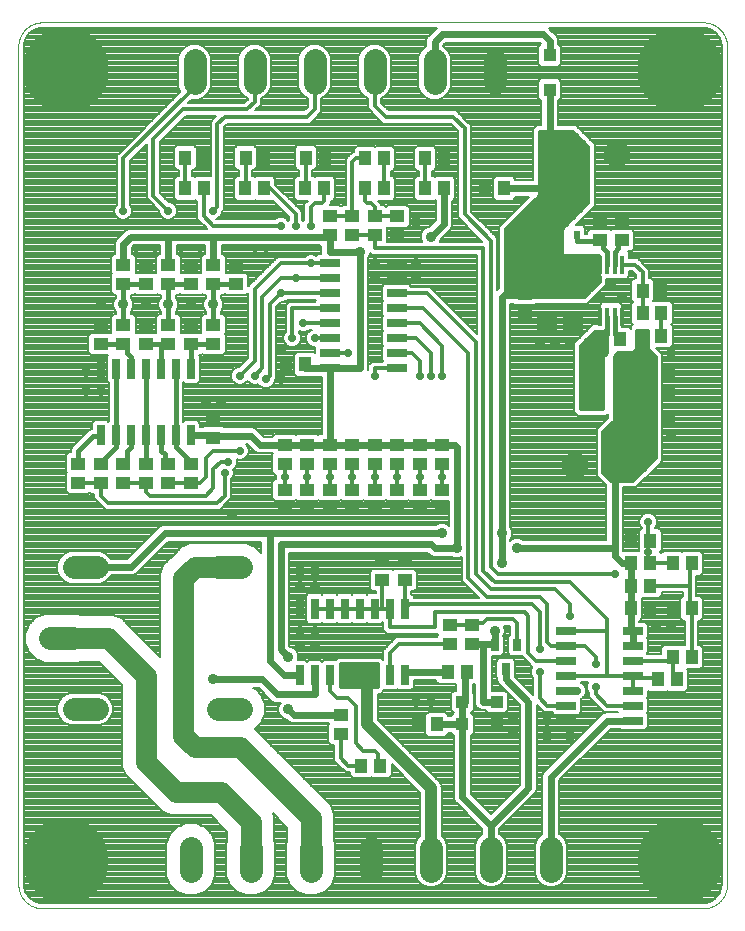
<source format=gtl>
G75*
%MOIN*%
%OFA0B0*%
%FSLAX25Y25*%
%IPPOS*%
%LPD*%
%AMOC8*
5,1,8,0,0,1.08239X$1,22.5*
%
%ADD10C,0.00400*%
%ADD11R,0.04331X0.05118*%
%ADD12R,0.01772X0.06496*%
%ADD13R,0.06299X0.16535*%
%ADD14R,0.05118X0.04331*%
%ADD15R,0.07087X0.06299*%
%ADD16R,0.04331X0.04331*%
%ADD17C,0.08661*%
%ADD18OC8,0.08661*%
%ADD19R,0.02756X0.06890*%
%ADD20R,0.02362X0.03150*%
%ADD21C,0.07677*%
%ADD22R,0.03150X0.03937*%
%ADD23R,0.06890X0.02756*%
%ADD24C,0.00787*%
%ADD25C,0.28346*%
%ADD26C,0.03562*%
%ADD27C,0.02775*%
%ADD28C,0.02400*%
%ADD29C,0.01200*%
%ADD30C,0.01800*%
%ADD31C,0.01600*%
%ADD32C,0.04000*%
%ADD33C,0.07000*%
D10*
X0001394Y0009268D02*
X0001394Y0288795D01*
X0001396Y0288985D01*
X0001403Y0289175D01*
X0001415Y0289365D01*
X0001431Y0289555D01*
X0001451Y0289744D01*
X0001477Y0289933D01*
X0001506Y0290121D01*
X0001541Y0290308D01*
X0001580Y0290494D01*
X0001623Y0290679D01*
X0001671Y0290864D01*
X0001723Y0291047D01*
X0001779Y0291228D01*
X0001840Y0291408D01*
X0001906Y0291587D01*
X0001975Y0291764D01*
X0002049Y0291940D01*
X0002127Y0292113D01*
X0002210Y0292285D01*
X0002296Y0292454D01*
X0002386Y0292622D01*
X0002481Y0292787D01*
X0002579Y0292950D01*
X0002682Y0293110D01*
X0002788Y0293268D01*
X0002898Y0293423D01*
X0003011Y0293576D01*
X0003129Y0293726D01*
X0003250Y0293872D01*
X0003374Y0294016D01*
X0003502Y0294157D01*
X0003633Y0294295D01*
X0003768Y0294430D01*
X0003906Y0294561D01*
X0004047Y0294689D01*
X0004191Y0294813D01*
X0004337Y0294934D01*
X0004487Y0295052D01*
X0004640Y0295165D01*
X0004795Y0295275D01*
X0004953Y0295381D01*
X0005113Y0295484D01*
X0005276Y0295582D01*
X0005441Y0295677D01*
X0005609Y0295767D01*
X0005778Y0295853D01*
X0005950Y0295936D01*
X0006123Y0296014D01*
X0006299Y0296088D01*
X0006476Y0296157D01*
X0006655Y0296223D01*
X0006835Y0296284D01*
X0007016Y0296340D01*
X0007199Y0296392D01*
X0007384Y0296440D01*
X0007569Y0296483D01*
X0007755Y0296522D01*
X0007942Y0296557D01*
X0008130Y0296586D01*
X0008319Y0296612D01*
X0008508Y0296632D01*
X0008698Y0296648D01*
X0008888Y0296660D01*
X0009078Y0296667D01*
X0009268Y0296669D01*
X0229740Y0296669D01*
X0229930Y0296667D01*
X0230120Y0296660D01*
X0230310Y0296648D01*
X0230500Y0296632D01*
X0230689Y0296612D01*
X0230878Y0296586D01*
X0231066Y0296557D01*
X0231253Y0296522D01*
X0231439Y0296483D01*
X0231624Y0296440D01*
X0231809Y0296392D01*
X0231992Y0296340D01*
X0232173Y0296284D01*
X0232353Y0296223D01*
X0232532Y0296157D01*
X0232709Y0296088D01*
X0232885Y0296014D01*
X0233058Y0295936D01*
X0233230Y0295853D01*
X0233399Y0295767D01*
X0233567Y0295677D01*
X0233732Y0295582D01*
X0233895Y0295484D01*
X0234055Y0295381D01*
X0234213Y0295275D01*
X0234368Y0295165D01*
X0234521Y0295052D01*
X0234671Y0294934D01*
X0234817Y0294813D01*
X0234961Y0294689D01*
X0235102Y0294561D01*
X0235240Y0294430D01*
X0235375Y0294295D01*
X0235506Y0294157D01*
X0235634Y0294016D01*
X0235758Y0293872D01*
X0235879Y0293726D01*
X0235997Y0293576D01*
X0236110Y0293423D01*
X0236220Y0293268D01*
X0236326Y0293110D01*
X0236429Y0292950D01*
X0236527Y0292787D01*
X0236622Y0292622D01*
X0236712Y0292454D01*
X0236798Y0292285D01*
X0236881Y0292113D01*
X0236959Y0291940D01*
X0237033Y0291764D01*
X0237102Y0291587D01*
X0237168Y0291408D01*
X0237229Y0291228D01*
X0237285Y0291047D01*
X0237337Y0290864D01*
X0237385Y0290679D01*
X0237428Y0290494D01*
X0237467Y0290308D01*
X0237502Y0290121D01*
X0237531Y0289933D01*
X0237557Y0289744D01*
X0237577Y0289555D01*
X0237593Y0289365D01*
X0237605Y0289175D01*
X0237612Y0288985D01*
X0237614Y0288795D01*
X0237614Y0009268D01*
X0237612Y0009078D01*
X0237605Y0008888D01*
X0237593Y0008698D01*
X0237577Y0008508D01*
X0237557Y0008319D01*
X0237531Y0008130D01*
X0237502Y0007942D01*
X0237467Y0007755D01*
X0237428Y0007569D01*
X0237385Y0007384D01*
X0237337Y0007199D01*
X0237285Y0007016D01*
X0237229Y0006835D01*
X0237168Y0006655D01*
X0237102Y0006476D01*
X0237033Y0006299D01*
X0236959Y0006123D01*
X0236881Y0005950D01*
X0236798Y0005778D01*
X0236712Y0005609D01*
X0236622Y0005441D01*
X0236527Y0005276D01*
X0236429Y0005113D01*
X0236326Y0004953D01*
X0236220Y0004795D01*
X0236110Y0004640D01*
X0235997Y0004487D01*
X0235879Y0004337D01*
X0235758Y0004191D01*
X0235634Y0004047D01*
X0235506Y0003906D01*
X0235375Y0003768D01*
X0235240Y0003633D01*
X0235102Y0003502D01*
X0234961Y0003374D01*
X0234817Y0003250D01*
X0234671Y0003129D01*
X0234521Y0003011D01*
X0234368Y0002898D01*
X0234213Y0002788D01*
X0234055Y0002682D01*
X0233895Y0002579D01*
X0233732Y0002481D01*
X0233567Y0002386D01*
X0233399Y0002296D01*
X0233230Y0002210D01*
X0233058Y0002127D01*
X0232885Y0002049D01*
X0232709Y0001975D01*
X0232532Y0001906D01*
X0232353Y0001840D01*
X0232173Y0001779D01*
X0231992Y0001723D01*
X0231809Y0001671D01*
X0231624Y0001623D01*
X0231439Y0001580D01*
X0231253Y0001541D01*
X0231066Y0001506D01*
X0230878Y0001477D01*
X0230689Y0001451D01*
X0230500Y0001431D01*
X0230310Y0001415D01*
X0230120Y0001403D01*
X0229930Y0001396D01*
X0229740Y0001394D01*
X0009268Y0001394D01*
X0009078Y0001396D01*
X0008888Y0001403D01*
X0008698Y0001415D01*
X0008508Y0001431D01*
X0008319Y0001451D01*
X0008130Y0001477D01*
X0007942Y0001506D01*
X0007755Y0001541D01*
X0007569Y0001580D01*
X0007384Y0001623D01*
X0007199Y0001671D01*
X0007016Y0001723D01*
X0006835Y0001779D01*
X0006655Y0001840D01*
X0006476Y0001906D01*
X0006299Y0001975D01*
X0006123Y0002049D01*
X0005950Y0002127D01*
X0005778Y0002210D01*
X0005609Y0002296D01*
X0005441Y0002386D01*
X0005276Y0002481D01*
X0005113Y0002579D01*
X0004953Y0002682D01*
X0004795Y0002788D01*
X0004640Y0002898D01*
X0004487Y0003011D01*
X0004337Y0003129D01*
X0004191Y0003250D01*
X0004047Y0003374D01*
X0003906Y0003502D01*
X0003768Y0003633D01*
X0003633Y0003768D01*
X0003502Y0003906D01*
X0003374Y0004047D01*
X0003250Y0004191D01*
X0003129Y0004337D01*
X0003011Y0004487D01*
X0002898Y0004640D01*
X0002788Y0004795D01*
X0002682Y0004953D01*
X0002579Y0005113D01*
X0002481Y0005276D01*
X0002386Y0005441D01*
X0002296Y0005609D01*
X0002210Y0005778D01*
X0002127Y0005950D01*
X0002049Y0006123D01*
X0001975Y0006299D01*
X0001906Y0006476D01*
X0001840Y0006655D01*
X0001779Y0006835D01*
X0001723Y0007016D01*
X0001671Y0007199D01*
X0001623Y0007384D01*
X0001580Y0007569D01*
X0001541Y0007755D01*
X0001506Y0007942D01*
X0001477Y0008130D01*
X0001451Y0008319D01*
X0001431Y0008508D01*
X0001415Y0008698D01*
X0001403Y0008888D01*
X0001396Y0009078D01*
X0001394Y0009268D01*
D11*
X0115744Y0048894D03*
X0122043Y0048894D03*
X0134494Y0062644D03*
X0140793Y0062644D03*
X0144494Y0080144D03*
X0150793Y0080144D03*
X0205626Y0101364D03*
X0211925Y0101364D03*
X0212043Y0108894D03*
X0205744Y0108894D03*
X0205744Y0116394D03*
X0212043Y0116394D03*
X0219494Y0116394D03*
X0225793Y0116394D03*
X0225793Y0101394D03*
X0219494Y0101394D03*
X0219494Y0085144D03*
X0220793Y0077644D03*
X0214494Y0077644D03*
X0225793Y0085144D03*
X0212043Y0123894D03*
X0205744Y0123894D03*
X0211994Y0165144D03*
X0218293Y0165144D03*
X0218293Y0172644D03*
X0211994Y0172644D03*
X0211994Y0180144D03*
X0218293Y0180144D03*
X0215764Y0192240D03*
X0209465Y0192240D03*
X0209465Y0199740D03*
X0215764Y0199740D03*
X0215764Y0207240D03*
X0209465Y0207240D03*
X0202014Y0190990D03*
X0195715Y0190990D03*
X0163293Y0241394D03*
X0156994Y0241394D03*
X0143293Y0241394D03*
X0136994Y0241394D03*
X0136994Y0251394D03*
X0143293Y0251394D03*
X0123293Y0251394D03*
X0116994Y0251394D03*
X0116994Y0241394D03*
X0123293Y0241394D03*
X0103293Y0241394D03*
X0096994Y0241394D03*
X0097211Y0251551D03*
X0103510Y0251551D03*
X0083421Y0251551D03*
X0077122Y0251551D03*
X0076994Y0241394D03*
X0083293Y0241394D03*
X0063293Y0241394D03*
X0056994Y0241394D03*
X0057033Y0251551D03*
X0063333Y0251551D03*
X0090744Y0182644D03*
X0097043Y0182644D03*
D12*
X0195114Y0198579D03*
X0197614Y0198579D03*
X0200114Y0198579D03*
X0202614Y0198579D03*
X0202614Y0215902D03*
X0200114Y0215902D03*
X0197614Y0215902D03*
X0195114Y0215902D03*
D13*
X0191709Y0175990D03*
X0203520Y0175990D03*
D14*
X0170173Y0199898D03*
X0170173Y0206197D03*
X0195114Y0224091D03*
X0195114Y0230390D03*
X0202614Y0230390D03*
X0202614Y0224091D03*
X0142644Y0155793D03*
X0142644Y0149494D03*
X0135144Y0149494D03*
X0135144Y0155793D03*
X0127644Y0155793D03*
X0127644Y0149494D03*
X0127644Y0140793D03*
X0127644Y0134494D03*
X0135144Y0134494D03*
X0135144Y0140793D03*
X0142644Y0140793D03*
X0142644Y0134494D03*
X0130144Y0117043D03*
X0130144Y0110744D03*
X0122644Y0110744D03*
X0122644Y0117043D03*
X0120144Y0134494D03*
X0120144Y0140793D03*
X0112644Y0140793D03*
X0112644Y0134494D03*
X0105144Y0134494D03*
X0105144Y0140793D03*
X0097644Y0140793D03*
X0097644Y0134494D03*
X0090144Y0134494D03*
X0090144Y0140793D03*
X0090144Y0149494D03*
X0090144Y0155793D03*
X0097644Y0155793D03*
X0097644Y0149494D03*
X0105144Y0149494D03*
X0105144Y0155793D03*
X0112644Y0155793D03*
X0112644Y0149494D03*
X0120144Y0149494D03*
X0120144Y0155793D03*
X0073894Y0209494D03*
X0073894Y0215793D03*
X0066394Y0215793D03*
X0066394Y0209494D03*
X0058894Y0209494D03*
X0058894Y0215793D03*
X0051394Y0215793D03*
X0051394Y0209494D03*
X0043894Y0209494D03*
X0043894Y0215793D03*
X0036394Y0215793D03*
X0036394Y0209494D03*
X0036394Y0195793D03*
X0036394Y0189494D03*
X0043894Y0189494D03*
X0043894Y0195793D03*
X0051394Y0195793D03*
X0051394Y0189494D03*
X0058894Y0189494D03*
X0058894Y0195793D03*
X0066394Y0195793D03*
X0066394Y0189494D03*
X0066394Y0164543D03*
X0066394Y0158244D03*
X0058894Y0149543D03*
X0058894Y0143244D03*
X0051394Y0143244D03*
X0051394Y0149543D03*
X0043894Y0149543D03*
X0043894Y0143244D03*
X0036394Y0143244D03*
X0036394Y0149543D03*
X0028894Y0149543D03*
X0028894Y0143244D03*
X0021394Y0143244D03*
X0021394Y0149543D03*
X0028894Y0189494D03*
X0028894Y0195793D03*
X0105193Y0225862D03*
X0105193Y0232161D03*
X0112644Y0232043D03*
X0112644Y0225744D03*
X0120144Y0225744D03*
X0120144Y0232043D03*
X0127644Y0232043D03*
X0127644Y0225744D03*
X0145144Y0095793D03*
X0145144Y0089494D03*
X0152644Y0089494D03*
X0152644Y0095793D03*
X0108894Y0065793D03*
X0108894Y0059494D03*
D15*
X0177614Y0196728D03*
X0186364Y0196728D03*
X0186364Y0207752D03*
X0177614Y0207752D03*
D16*
X0178490Y0274248D03*
X0178490Y0285665D03*
X0160852Y0070144D03*
X0160852Y0062644D03*
X0149435Y0062644D03*
X0149435Y0070144D03*
D17*
X0200783Y0148894D03*
X0187004Y0252644D03*
D18*
X0200783Y0252644D03*
X0187004Y0148894D03*
D19*
X0130144Y0101266D03*
X0125144Y0101266D03*
X0120144Y0101266D03*
X0115144Y0101266D03*
X0110144Y0101266D03*
X0105144Y0101266D03*
X0100144Y0101266D03*
X0095144Y0101266D03*
X0095144Y0079022D03*
X0100144Y0079022D03*
X0105144Y0079022D03*
X0110144Y0079022D03*
X0115144Y0079022D03*
X0120144Y0079022D03*
X0125144Y0079022D03*
X0130144Y0079022D03*
X0058894Y0159022D03*
X0053894Y0159022D03*
X0048894Y0159022D03*
X0043894Y0159022D03*
X0038894Y0159022D03*
X0033894Y0159022D03*
X0028894Y0159022D03*
X0028894Y0181266D03*
X0033894Y0181266D03*
X0038894Y0181266D03*
X0043894Y0181266D03*
X0048894Y0181266D03*
X0053894Y0181266D03*
X0058894Y0181266D03*
D20*
X0187614Y0216069D03*
X0187614Y0225911D03*
D21*
X0160144Y0276305D02*
X0160144Y0283982D01*
X0140144Y0283982D02*
X0140144Y0276305D01*
X0120144Y0276305D02*
X0120144Y0283982D01*
X0100144Y0283982D02*
X0100144Y0276305D01*
X0080144Y0276305D02*
X0080144Y0283982D01*
X0060144Y0283982D02*
X0060144Y0276305D01*
X0067821Y0115016D02*
X0075498Y0115016D01*
X0075498Y0067772D02*
X0067821Y0067772D01*
X0058894Y0021482D02*
X0058894Y0013805D01*
X0078894Y0013805D02*
X0078894Y0021482D01*
X0098894Y0021482D02*
X0098894Y0013805D01*
X0118894Y0013805D02*
X0118894Y0021482D01*
X0138894Y0021482D02*
X0138894Y0013805D01*
X0158894Y0013805D02*
X0158894Y0021482D01*
X0178894Y0021482D02*
X0178894Y0013805D01*
X0027467Y0067772D02*
X0019789Y0067772D01*
X0019593Y0091394D02*
X0011915Y0091394D01*
X0019789Y0115016D02*
X0027467Y0115016D01*
D22*
X0160154Y0089081D03*
X0163894Y0081207D03*
X0167634Y0089081D03*
D23*
X0184022Y0088894D03*
X0184022Y0083894D03*
X0184022Y0078894D03*
X0184022Y0073894D03*
X0184022Y0068894D03*
X0184022Y0063894D03*
X0206266Y0063894D03*
X0206266Y0068894D03*
X0206266Y0073894D03*
X0206266Y0078894D03*
X0206266Y0083894D03*
X0206266Y0088894D03*
X0206266Y0093894D03*
X0184022Y0093894D03*
X0127516Y0181394D03*
X0127516Y0186394D03*
X0127516Y0191394D03*
X0127516Y0196394D03*
X0127516Y0201394D03*
X0127516Y0206394D03*
X0127516Y0211394D03*
X0127516Y0216394D03*
X0105272Y0216394D03*
X0105272Y0211394D03*
X0105272Y0206394D03*
X0105272Y0201394D03*
X0105272Y0196394D03*
X0105272Y0191394D03*
X0105272Y0186394D03*
X0105272Y0181394D03*
D24*
X0003850Y0006507D02*
X0004968Y0004968D01*
X0006507Y0003850D01*
X0008317Y0003262D01*
X0009268Y0003187D01*
X0229740Y0003187D01*
X0230691Y0003262D01*
X0232501Y0003850D01*
X0234040Y0004968D01*
X0235158Y0006507D01*
X0235746Y0008317D01*
X0235820Y0009268D01*
X0235820Y0288795D01*
X0235746Y0289746D01*
X0235158Y0291556D01*
X0234040Y0293095D01*
X0232501Y0294213D01*
X0230691Y0294801D01*
X0229740Y0294876D01*
X0178113Y0294876D01*
X0178762Y0294226D01*
X0180859Y0292130D01*
X0181284Y0291103D01*
X0181284Y0289424D01*
X0181316Y0289424D01*
X0182249Y0288491D01*
X0182249Y0282840D01*
X0181316Y0281906D01*
X0175665Y0281906D01*
X0174731Y0282840D01*
X0174731Y0288491D01*
X0175663Y0289423D01*
X0175237Y0289850D01*
X0143801Y0289850D01*
X0142937Y0288987D01*
X0142937Y0288705D01*
X0143221Y0288588D01*
X0144749Y0287059D01*
X0145576Y0285063D01*
X0145576Y0275225D01*
X0144749Y0273228D01*
X0143221Y0271700D01*
X0141224Y0270873D01*
X0139063Y0270873D01*
X0137067Y0271700D01*
X0135538Y0273228D01*
X0134711Y0275225D01*
X0134711Y0285063D01*
X0135538Y0287059D01*
X0137067Y0288588D01*
X0137350Y0288705D01*
X0137350Y0290699D01*
X0137775Y0291726D01*
X0138561Y0292512D01*
X0138561Y0292512D01*
X0140275Y0294226D01*
X0140275Y0294226D01*
X0140925Y0294876D01*
X0009268Y0294876D01*
X0008317Y0294801D01*
X0006507Y0294213D01*
X0004968Y0293095D01*
X0003850Y0291556D01*
X0003262Y0289746D01*
X0003187Y0288795D01*
X0003187Y0009268D01*
X0003262Y0008317D01*
X0003850Y0006507D01*
X0003724Y0006895D02*
X0054251Y0006895D01*
X0054266Y0006880D02*
X0057269Y0005636D01*
X0060519Y0005636D01*
X0063521Y0006880D01*
X0065819Y0009178D01*
X0067063Y0012180D01*
X0067063Y0023107D01*
X0065819Y0026110D01*
X0063521Y0028408D01*
X0060519Y0029652D01*
X0057269Y0029652D01*
X0054266Y0028408D01*
X0051968Y0026110D01*
X0050724Y0023107D01*
X0050724Y0012180D01*
X0051968Y0009178D01*
X0054266Y0006880D01*
X0053465Y0007681D02*
X0003469Y0007681D01*
X0003250Y0008467D02*
X0052679Y0008467D01*
X0051937Y0009253D02*
X0003189Y0009253D01*
X0003187Y0010039D02*
X0051611Y0010039D01*
X0051286Y0010825D02*
X0003187Y0010825D01*
X0003187Y0011611D02*
X0050960Y0011611D01*
X0050724Y0012396D02*
X0003187Y0012396D01*
X0003187Y0013182D02*
X0050724Y0013182D01*
X0050724Y0013968D02*
X0003187Y0013968D01*
X0003187Y0014754D02*
X0050724Y0014754D01*
X0050724Y0015540D02*
X0003187Y0015540D01*
X0003187Y0016326D02*
X0050724Y0016326D01*
X0050724Y0017112D02*
X0003187Y0017112D01*
X0003187Y0017898D02*
X0050724Y0017898D01*
X0050724Y0018684D02*
X0003187Y0018684D01*
X0003187Y0019470D02*
X0050724Y0019470D01*
X0050724Y0020256D02*
X0003187Y0020256D01*
X0003187Y0021042D02*
X0050724Y0021042D01*
X0050724Y0021827D02*
X0003187Y0021827D01*
X0003187Y0022613D02*
X0050724Y0022613D01*
X0050845Y0023399D02*
X0003187Y0023399D01*
X0003187Y0024185D02*
X0051171Y0024185D01*
X0051496Y0024971D02*
X0003187Y0024971D01*
X0003187Y0025757D02*
X0051822Y0025757D01*
X0052401Y0026543D02*
X0003187Y0026543D01*
X0003187Y0027329D02*
X0053187Y0027329D01*
X0053973Y0028115D02*
X0003187Y0028115D01*
X0003187Y0028901D02*
X0055456Y0028901D01*
X0052336Y0032313D02*
X0065650Y0032313D01*
X0071063Y0026900D01*
X0071063Y0023925D01*
X0070724Y0023107D01*
X0070724Y0012180D01*
X0071968Y0009178D01*
X0074266Y0006880D01*
X0077269Y0005636D01*
X0080519Y0005636D01*
X0083521Y0006880D01*
X0085819Y0009178D01*
X0087063Y0012180D01*
X0087063Y0023107D01*
X0086724Y0023925D01*
X0086724Y0031701D01*
X0086168Y0033045D01*
X0091063Y0028150D01*
X0091063Y0023925D01*
X0090724Y0023107D01*
X0090724Y0012180D01*
X0091968Y0009178D01*
X0094266Y0006880D01*
X0097269Y0005636D01*
X0100519Y0005636D01*
X0103521Y0006880D01*
X0105819Y0009178D01*
X0107063Y0012180D01*
X0107063Y0023107D01*
X0106724Y0023925D01*
X0106724Y0032951D01*
X0105532Y0035829D01*
X0081782Y0059579D01*
X0080321Y0061041D01*
X0082424Y0063144D01*
X0083667Y0066147D01*
X0083667Y0069397D01*
X0082424Y0072399D01*
X0080126Y0074697D01*
X0079757Y0074850D01*
X0081487Y0074850D01*
X0086061Y0070275D01*
X0087088Y0069850D01*
X0088827Y0069850D01*
X0088533Y0069555D01*
X0088019Y0068315D01*
X0088019Y0066972D01*
X0088533Y0065732D01*
X0089482Y0064783D01*
X0090722Y0064269D01*
X0090818Y0064269D01*
X0091662Y0063425D01*
X0092688Y0063000D01*
X0104741Y0063000D01*
X0104741Y0062968D01*
X0105065Y0062644D01*
X0104741Y0062320D01*
X0104741Y0056669D01*
X0105675Y0055735D01*
X0106700Y0055735D01*
X0106700Y0050485D01*
X0107985Y0049200D01*
X0110485Y0046700D01*
X0111985Y0046700D01*
X0111985Y0045675D01*
X0112919Y0044741D01*
X0118570Y0044741D01*
X0118894Y0045065D01*
X0119218Y0044741D01*
X0124869Y0044741D01*
X0125802Y0045675D01*
X0125802Y0049403D01*
X0135300Y0039905D01*
X0135300Y0025571D01*
X0134288Y0024559D01*
X0133461Y0022563D01*
X0133461Y0012725D01*
X0134288Y0010728D01*
X0135817Y0009200D01*
X0137813Y0008373D01*
X0139974Y0008373D01*
X0141971Y0009200D01*
X0143499Y0010728D01*
X0144326Y0012725D01*
X0144326Y0022563D01*
X0143499Y0024559D01*
X0142487Y0025571D01*
X0142487Y0042109D01*
X0141940Y0043429D01*
X0121237Y0064132D01*
X0121237Y0072950D01*
X0122302Y0072950D01*
X0123335Y0073983D01*
X0127182Y0073983D01*
X0127644Y0074445D01*
X0128106Y0073983D01*
X0132182Y0073983D01*
X0133115Y0074917D01*
X0133115Y0077350D01*
X0140735Y0077350D01*
X0140735Y0076925D01*
X0141669Y0075991D01*
X0147320Y0075991D01*
X0147350Y0076021D01*
X0147350Y0073903D01*
X0146610Y0073903D01*
X0145676Y0072969D01*
X0145676Y0067318D01*
X0146601Y0066394D01*
X0145676Y0065469D01*
X0145676Y0065437D01*
X0144552Y0065437D01*
X0144552Y0065863D01*
X0143619Y0066796D01*
X0137968Y0066796D01*
X0137034Y0065863D01*
X0137034Y0059425D01*
X0137968Y0058491D01*
X0143619Y0058491D01*
X0144552Y0059425D01*
X0144552Y0059850D01*
X0145676Y0059850D01*
X0145676Y0059818D01*
X0146610Y0058885D01*
X0146641Y0058885D01*
X0146641Y0037797D01*
X0147067Y0036770D01*
X0147853Y0035984D01*
X0156100Y0027737D01*
X0156100Y0026205D01*
X0155817Y0026088D01*
X0154288Y0024559D01*
X0153461Y0022563D01*
X0153461Y0012725D01*
X0154288Y0010728D01*
X0155817Y0009200D01*
X0157813Y0008373D01*
X0159974Y0008373D01*
X0161971Y0009200D01*
X0163499Y0010728D01*
X0164326Y0012725D01*
X0164326Y0022563D01*
X0163499Y0024559D01*
X0161971Y0026088D01*
X0161687Y0026205D01*
X0161687Y0027737D01*
X0173762Y0039811D01*
X0174187Y0040838D01*
X0174187Y0069248D01*
X0174235Y0069200D01*
X0176735Y0066700D01*
X0179139Y0066700D01*
X0179917Y0065922D01*
X0188127Y0065922D01*
X0189060Y0066856D01*
X0189060Y0070932D01*
X0188833Y0071159D01*
X0189332Y0071366D01*
X0190171Y0072205D01*
X0190625Y0073301D01*
X0190625Y0074487D01*
X0190171Y0075582D01*
X0189332Y0076421D01*
X0188833Y0076628D01*
X0188905Y0076700D01*
X0191312Y0076700D01*
X0190913Y0075737D01*
X0190913Y0074551D01*
X0191366Y0073455D01*
X0191700Y0073121D01*
X0191700Y0071735D01*
X0192985Y0070450D01*
X0196735Y0066700D01*
X0201383Y0066700D01*
X0201395Y0066687D01*
X0197088Y0066687D01*
X0196061Y0066262D01*
X0177311Y0047512D01*
X0176525Y0046726D01*
X0176100Y0045699D01*
X0176100Y0026205D01*
X0175817Y0026088D01*
X0174288Y0024559D01*
X0173461Y0022563D01*
X0173461Y0012725D01*
X0174288Y0010728D01*
X0175817Y0009200D01*
X0177813Y0008373D01*
X0179974Y0008373D01*
X0181971Y0009200D01*
X0183499Y0010728D01*
X0184326Y0012725D01*
X0184326Y0022563D01*
X0183499Y0024559D01*
X0181971Y0026088D01*
X0181687Y0026205D01*
X0181687Y0043987D01*
X0198801Y0061100D01*
X0201983Y0061100D01*
X0202161Y0060922D01*
X0210371Y0060922D01*
X0211304Y0061856D01*
X0211304Y0065932D01*
X0210842Y0066394D01*
X0211304Y0066856D01*
X0211304Y0070932D01*
X0210842Y0071394D01*
X0211304Y0071856D01*
X0211304Y0073855D01*
X0211669Y0073491D01*
X0217320Y0073491D01*
X0217644Y0073815D01*
X0217968Y0073491D01*
X0223619Y0073491D01*
X0224552Y0074425D01*
X0224552Y0080863D01*
X0224424Y0080991D01*
X0228619Y0080991D01*
X0229552Y0081925D01*
X0229552Y0088363D01*
X0228619Y0089296D01*
X0227987Y0089296D01*
X0227987Y0097241D01*
X0228619Y0097241D01*
X0229552Y0098175D01*
X0229552Y0104613D01*
X0228619Y0105546D01*
X0227337Y0105546D01*
X0227337Y0112241D01*
X0228619Y0112241D01*
X0229552Y0113175D01*
X0229552Y0119613D01*
X0228619Y0120546D01*
X0222968Y0120546D01*
X0222644Y0120222D01*
X0222320Y0120546D01*
X0216669Y0120546D01*
X0215769Y0119647D01*
X0215272Y0120144D01*
X0215802Y0120675D01*
X0215802Y0127113D01*
X0214869Y0128046D01*
X0213587Y0128046D01*
X0213587Y0128121D01*
X0213921Y0128455D01*
X0214375Y0129551D01*
X0214375Y0130737D01*
X0213921Y0131832D01*
X0213082Y0132671D01*
X0211987Y0133125D01*
X0210801Y0133125D01*
X0209705Y0132671D01*
X0208866Y0131832D01*
X0208413Y0130737D01*
X0208413Y0129551D01*
X0208866Y0128455D01*
X0209200Y0128121D01*
X0209200Y0128029D01*
X0208284Y0127113D01*
X0208284Y0120675D01*
X0208412Y0120546D01*
X0202937Y0120546D01*
X0202937Y0141700D01*
X0207302Y0141700D01*
X0214802Y0149200D01*
X0216087Y0150485D01*
X0216087Y0186052D01*
X0214052Y0188087D01*
X0218589Y0188087D01*
X0219523Y0189021D01*
X0219523Y0195459D01*
X0218992Y0195990D01*
X0219523Y0196521D01*
X0219523Y0202959D01*
X0218589Y0203893D01*
X0213096Y0203893D01*
X0213224Y0204021D01*
X0213224Y0210459D01*
X0212290Y0211393D01*
X0211658Y0211393D01*
X0211658Y0214231D01*
X0210373Y0215517D01*
X0207794Y0218095D01*
X0205094Y0218095D01*
X0205094Y0219810D01*
X0204572Y0220331D01*
X0205833Y0220331D01*
X0206767Y0221265D01*
X0206767Y0226916D01*
X0205833Y0227850D01*
X0199395Y0227850D01*
X0198864Y0227319D01*
X0198333Y0227850D01*
X0191895Y0227850D01*
X0190961Y0226916D01*
X0190961Y0226287D01*
X0190389Y0226287D01*
X0190389Y0228146D01*
X0189455Y0229080D01*
X0187182Y0229080D01*
X0193587Y0235485D01*
X0193587Y0256052D01*
X0192302Y0257337D01*
X0187302Y0262337D01*
X0181284Y0262337D01*
X0181284Y0270489D01*
X0181316Y0270489D01*
X0182249Y0271423D01*
X0182249Y0277074D01*
X0181316Y0278007D01*
X0175665Y0278007D01*
X0174731Y0277074D01*
X0174731Y0271423D01*
X0175665Y0270489D01*
X0175696Y0270489D01*
X0175696Y0262337D01*
X0174235Y0262337D01*
X0172950Y0261052D01*
X0172950Y0244187D01*
X0167052Y0244187D01*
X0167052Y0244613D01*
X0166119Y0245546D01*
X0160468Y0245546D01*
X0159534Y0244613D01*
X0159534Y0238175D01*
X0160468Y0237241D01*
X0166119Y0237241D01*
X0167052Y0238175D01*
X0167052Y0238600D01*
X0171748Y0238600D01*
X0161700Y0228552D01*
X0161700Y0208151D01*
X0161087Y0207538D01*
X0161087Y0224802D01*
X0159802Y0226087D01*
X0152337Y0233552D01*
X0152337Y0262302D01*
X0151052Y0263587D01*
X0147302Y0267337D01*
X0124802Y0267337D01*
X0122337Y0269802D01*
X0122337Y0271334D01*
X0123221Y0271700D01*
X0124749Y0273228D01*
X0125576Y0275225D01*
X0125576Y0285063D01*
X0124749Y0287059D01*
X0123221Y0288588D01*
X0121224Y0289415D01*
X0119063Y0289415D01*
X0117067Y0288588D01*
X0115538Y0287059D01*
X0114711Y0285063D01*
X0114711Y0275225D01*
X0115538Y0273228D01*
X0117067Y0271700D01*
X0117950Y0271334D01*
X0117950Y0267985D01*
X0121700Y0264235D01*
X0122985Y0262950D01*
X0145485Y0262950D01*
X0147950Y0260485D01*
X0147950Y0231735D01*
X0156098Y0223587D01*
X0141902Y0223587D01*
X0142268Y0224472D01*
X0142268Y0224568D01*
X0145662Y0227961D01*
X0146087Y0228988D01*
X0146087Y0237241D01*
X0146119Y0237241D01*
X0147052Y0238175D01*
X0147052Y0244613D01*
X0146119Y0245546D01*
X0140468Y0245546D01*
X0140144Y0245222D01*
X0139820Y0245546D01*
X0139188Y0245546D01*
X0139188Y0247241D01*
X0139820Y0247241D01*
X0140753Y0248175D01*
X0140753Y0254613D01*
X0139820Y0255546D01*
X0134169Y0255546D01*
X0133235Y0254613D01*
X0133235Y0248175D01*
X0134169Y0247241D01*
X0134800Y0247241D01*
X0134800Y0245546D01*
X0134169Y0245546D01*
X0133235Y0244613D01*
X0133235Y0238175D01*
X0134169Y0237241D01*
X0139820Y0237241D01*
X0140144Y0237565D01*
X0140468Y0237241D01*
X0140500Y0237241D01*
X0140500Y0230700D01*
X0138318Y0228518D01*
X0138222Y0228518D01*
X0136982Y0228005D01*
X0136033Y0227055D01*
X0135519Y0225815D01*
X0135519Y0224472D01*
X0135885Y0223587D01*
X0124296Y0223587D01*
X0124296Y0228412D01*
X0124425Y0228284D01*
X0130863Y0228284D01*
X0131796Y0229218D01*
X0131796Y0234869D01*
X0130863Y0235802D01*
X0124425Y0235802D01*
X0123894Y0235272D01*
X0123363Y0235802D01*
X0122337Y0235802D01*
X0122337Y0236052D01*
X0121149Y0237241D01*
X0126119Y0237241D01*
X0127052Y0238175D01*
X0127052Y0244613D01*
X0126119Y0245546D01*
X0125487Y0245546D01*
X0125487Y0247241D01*
X0126119Y0247241D01*
X0127052Y0248175D01*
X0127052Y0254613D01*
X0126119Y0255546D01*
X0120468Y0255546D01*
X0120144Y0255222D01*
X0119820Y0255546D01*
X0114169Y0255546D01*
X0113235Y0254613D01*
X0113235Y0253587D01*
X0112985Y0253587D01*
X0111735Y0252337D01*
X0110450Y0251052D01*
X0110450Y0235802D01*
X0109425Y0235802D01*
X0108977Y0235355D01*
X0108412Y0235920D01*
X0105273Y0235920D01*
X0105487Y0236135D01*
X0105487Y0237241D01*
X0106119Y0237241D01*
X0107052Y0238175D01*
X0107052Y0244613D01*
X0106119Y0245546D01*
X0100468Y0245546D01*
X0100144Y0245222D01*
X0099820Y0245546D01*
X0099404Y0245546D01*
X0099404Y0247398D01*
X0100036Y0247398D01*
X0100970Y0248332D01*
X0100970Y0254770D01*
X0100036Y0255704D01*
X0094385Y0255704D01*
X0093452Y0254770D01*
X0093452Y0248332D01*
X0094385Y0247398D01*
X0095017Y0247398D01*
X0095017Y0245546D01*
X0094169Y0245546D01*
X0093235Y0244613D01*
X0093235Y0238175D01*
X0094169Y0237241D01*
X0097889Y0237241D01*
X0096700Y0236052D01*
X0096700Y0230916D01*
X0096394Y0230610D01*
X0096087Y0230916D01*
X0096087Y0233552D01*
X0094802Y0234837D01*
X0087052Y0242587D01*
X0087052Y0244613D01*
X0086119Y0245546D01*
X0080468Y0245546D01*
X0080144Y0245222D01*
X0079820Y0245546D01*
X0079316Y0245546D01*
X0079316Y0247398D01*
X0079948Y0247398D01*
X0080881Y0248332D01*
X0080881Y0254770D01*
X0079948Y0255704D01*
X0074297Y0255704D01*
X0073363Y0254770D01*
X0073363Y0248332D01*
X0074297Y0247398D01*
X0074928Y0247398D01*
X0074928Y0245546D01*
X0074169Y0245546D01*
X0073235Y0244613D01*
X0073235Y0238175D01*
X0074169Y0237241D01*
X0079820Y0237241D01*
X0080144Y0237565D01*
X0080468Y0237241D01*
X0086119Y0237241D01*
X0086156Y0237279D01*
X0091700Y0231735D01*
X0091700Y0230916D01*
X0091394Y0230610D01*
X0090582Y0231421D01*
X0089487Y0231875D01*
X0088301Y0231875D01*
X0087205Y0231421D01*
X0086871Y0231087D01*
X0067409Y0231087D01*
X0068082Y0231366D01*
X0068921Y0232205D01*
X0069375Y0233301D01*
X0069375Y0233772D01*
X0069837Y0234235D01*
X0069837Y0261735D01*
X0071052Y0262950D01*
X0098552Y0262950D01*
X0099837Y0264235D01*
X0102337Y0266735D01*
X0102337Y0271334D01*
X0103221Y0271700D01*
X0104749Y0273228D01*
X0105576Y0275225D01*
X0105576Y0285063D01*
X0104749Y0287059D01*
X0103221Y0288588D01*
X0101224Y0289415D01*
X0099063Y0289415D01*
X0097067Y0288588D01*
X0095538Y0287059D01*
X0094711Y0285063D01*
X0094711Y0275225D01*
X0095538Y0273228D01*
X0097067Y0271700D01*
X0097950Y0271334D01*
X0097950Y0268552D01*
X0096735Y0267337D01*
X0080440Y0267337D01*
X0082337Y0269235D01*
X0082337Y0271334D01*
X0083221Y0271700D01*
X0084749Y0273228D01*
X0085576Y0275225D01*
X0085576Y0285063D01*
X0084749Y0287059D01*
X0083221Y0288588D01*
X0081224Y0289415D01*
X0079063Y0289415D01*
X0077067Y0288588D01*
X0075538Y0287059D01*
X0074711Y0285063D01*
X0074711Y0275225D01*
X0075538Y0273228D01*
X0077067Y0271700D01*
X0077950Y0271334D01*
X0077950Y0271052D01*
X0076735Y0269837D01*
X0057940Y0269837D01*
X0059001Y0270899D01*
X0059063Y0270873D01*
X0061224Y0270873D01*
X0063221Y0271700D01*
X0064749Y0273228D01*
X0065576Y0275225D01*
X0065576Y0285063D01*
X0064749Y0287059D01*
X0063221Y0288588D01*
X0061224Y0289415D01*
X0059063Y0289415D01*
X0057067Y0288588D01*
X0055538Y0287059D01*
X0054711Y0285063D01*
X0054711Y0275225D01*
X0055418Y0273520D01*
X0035485Y0253587D01*
X0034200Y0252302D01*
X0034200Y0235916D01*
X0033866Y0235582D01*
X0033413Y0234487D01*
X0033413Y0233301D01*
X0033866Y0232205D01*
X0034705Y0231366D01*
X0035801Y0230913D01*
X0036987Y0230913D01*
X0038082Y0231366D01*
X0038921Y0232205D01*
X0039375Y0233301D01*
X0039375Y0234487D01*
X0038921Y0235582D01*
X0038587Y0235916D01*
X0038587Y0250485D01*
X0044200Y0256098D01*
X0044200Y0237985D01*
X0045485Y0236700D01*
X0045485Y0236700D01*
X0048413Y0233772D01*
X0048413Y0233301D01*
X0048866Y0232205D01*
X0049705Y0231366D01*
X0050801Y0230913D01*
X0051987Y0230913D01*
X0053082Y0231366D01*
X0053921Y0232205D01*
X0054375Y0233301D01*
X0054375Y0234487D01*
X0053921Y0235582D01*
X0053082Y0236421D01*
X0051987Y0236875D01*
X0051515Y0236875D01*
X0048587Y0239802D01*
X0048587Y0256735D01*
X0057302Y0265450D01*
X0067348Y0265450D01*
X0066735Y0264837D01*
X0065450Y0263552D01*
X0065450Y0245546D01*
X0060468Y0245546D01*
X0060144Y0245222D01*
X0059820Y0245546D01*
X0059227Y0245546D01*
X0059227Y0247398D01*
X0059859Y0247398D01*
X0060793Y0248332D01*
X0060793Y0254770D01*
X0059859Y0255704D01*
X0054208Y0255704D01*
X0053274Y0254770D01*
X0053274Y0248332D01*
X0054208Y0247398D01*
X0054840Y0247398D01*
X0054840Y0245546D01*
X0054169Y0245546D01*
X0053235Y0244613D01*
X0053235Y0238175D01*
X0054169Y0237241D01*
X0059820Y0237241D01*
X0060144Y0237565D01*
X0060468Y0237241D01*
X0061100Y0237241D01*
X0061100Y0231085D01*
X0064200Y0227985D01*
X0064248Y0227937D01*
X0038338Y0227937D01*
X0037311Y0227512D01*
X0036525Y0226726D01*
X0034025Y0224226D01*
X0033600Y0223199D01*
X0033600Y0219552D01*
X0033175Y0219552D01*
X0032241Y0218619D01*
X0032241Y0212968D01*
X0032565Y0212644D01*
X0032241Y0212320D01*
X0032241Y0206669D01*
X0033175Y0205735D01*
X0034000Y0205735D01*
X0034000Y0205023D01*
X0033533Y0204555D01*
X0033019Y0203315D01*
X0033019Y0201972D01*
X0033533Y0200732D01*
X0034000Y0200265D01*
X0034000Y0199552D01*
X0033175Y0199552D01*
X0032241Y0198619D01*
X0032241Y0193125D01*
X0032113Y0193253D01*
X0025675Y0193253D01*
X0024741Y0192320D01*
X0024741Y0186669D01*
X0025675Y0185735D01*
X0031286Y0185735D01*
X0030922Y0185371D01*
X0030922Y0177161D01*
X0031500Y0176583D01*
X0031500Y0163705D01*
X0031394Y0163598D01*
X0030932Y0164060D01*
X0026856Y0164060D01*
X0025922Y0163127D01*
X0025922Y0161287D01*
X0025918Y0161287D01*
X0025038Y0160923D01*
X0024364Y0160250D01*
X0019364Y0155250D01*
X0019000Y0154370D01*
X0019000Y0153302D01*
X0018175Y0153302D01*
X0017241Y0152369D01*
X0017241Y0146718D01*
X0017565Y0146394D01*
X0017241Y0146070D01*
X0017241Y0140419D01*
X0018175Y0139485D01*
X0024613Y0139485D01*
X0025144Y0140016D01*
X0025675Y0139485D01*
X0026700Y0139485D01*
X0026700Y0137985D01*
X0029200Y0135485D01*
X0030485Y0134200D01*
X0068552Y0134200D01*
X0071052Y0136700D01*
X0072337Y0137985D01*
X0072337Y0144371D01*
X0072671Y0144705D01*
X0073125Y0145801D01*
X0073125Y0146987D01*
X0072896Y0147539D01*
X0073082Y0147616D01*
X0073921Y0148455D01*
X0074375Y0149551D01*
X0074375Y0150737D01*
X0074250Y0151037D01*
X0074551Y0150913D01*
X0075737Y0150913D01*
X0076832Y0151366D01*
X0077671Y0152205D01*
X0078125Y0153301D01*
X0078125Y0154487D01*
X0077671Y0155582D01*
X0077153Y0156100D01*
X0077737Y0156100D01*
X0079626Y0154211D01*
X0080412Y0153425D01*
X0081438Y0153000D01*
X0085991Y0153000D01*
X0085991Y0152968D01*
X0086315Y0152644D01*
X0085991Y0152320D01*
X0085991Y0146669D01*
X0086925Y0145735D01*
X0087163Y0145735D01*
X0087163Y0144552D01*
X0086925Y0144552D01*
X0085991Y0143619D01*
X0085991Y0137968D01*
X0086925Y0137034D01*
X0093363Y0137034D01*
X0093894Y0137565D01*
X0094425Y0137034D01*
X0100863Y0137034D01*
X0101394Y0137565D01*
X0101925Y0137034D01*
X0108363Y0137034D01*
X0108894Y0137565D01*
X0109425Y0137034D01*
X0115863Y0137034D01*
X0116394Y0137565D01*
X0116925Y0137034D01*
X0123363Y0137034D01*
X0123894Y0137565D01*
X0124425Y0137034D01*
X0130863Y0137034D01*
X0131394Y0137565D01*
X0131925Y0137034D01*
X0138363Y0137034D01*
X0138894Y0137565D01*
X0139425Y0137034D01*
X0144850Y0137034D01*
X0144850Y0128960D01*
X0144555Y0129255D01*
X0143315Y0129768D01*
X0141972Y0129768D01*
X0140732Y0129255D01*
X0140665Y0129187D01*
X0049588Y0129187D01*
X0048561Y0128762D01*
X0037737Y0117937D01*
X0032136Y0117937D01*
X0032072Y0118093D01*
X0030544Y0119621D01*
X0028547Y0120448D01*
X0018709Y0120448D01*
X0016712Y0119621D01*
X0015184Y0118093D01*
X0014357Y0116096D01*
X0014357Y0113935D01*
X0015184Y0111939D01*
X0016712Y0110410D01*
X0018709Y0109583D01*
X0028547Y0109583D01*
X0030544Y0110410D01*
X0032072Y0111939D01*
X0032242Y0112350D01*
X0039449Y0112350D01*
X0040476Y0112775D01*
X0041262Y0113561D01*
X0051301Y0123600D01*
X0082350Y0123600D01*
X0082350Y0119717D01*
X0080126Y0121941D01*
X0077123Y0123185D01*
X0066196Y0123185D01*
X0065687Y0122974D01*
X0058586Y0122974D01*
X0055708Y0121782D01*
X0053505Y0119579D01*
X0049755Y0115829D01*
X0048563Y0112951D01*
X0048563Y0085299D01*
X0038032Y0095829D01*
X0035829Y0098032D01*
X0032951Y0099224D01*
X0022035Y0099224D01*
X0021217Y0099563D01*
X0010290Y0099563D01*
X0007288Y0098319D01*
X0004990Y0096021D01*
X0003746Y0093019D01*
X0003746Y0089769D01*
X0004990Y0086766D01*
X0007288Y0084468D01*
X0010290Y0083224D01*
X0021217Y0083224D01*
X0022035Y0083563D01*
X0028150Y0083563D01*
X0036063Y0075650D01*
X0036063Y0048586D01*
X0037255Y0045708D01*
X0039458Y0043505D01*
X0049458Y0033505D01*
X0052336Y0032313D01*
X0051087Y0032830D02*
X0003187Y0032830D01*
X0003187Y0032044D02*
X0065919Y0032044D01*
X0066705Y0031258D02*
X0003187Y0031258D01*
X0003187Y0030472D02*
X0067491Y0030472D01*
X0068277Y0029687D02*
X0003187Y0029687D01*
X0003187Y0033616D02*
X0049347Y0033616D01*
X0048561Y0034402D02*
X0003187Y0034402D01*
X0003187Y0035188D02*
X0047775Y0035188D01*
X0046989Y0035974D02*
X0003187Y0035974D01*
X0003187Y0036760D02*
X0046203Y0036760D01*
X0045417Y0037546D02*
X0003187Y0037546D01*
X0003187Y0038332D02*
X0044631Y0038332D01*
X0043846Y0039118D02*
X0003187Y0039118D01*
X0003187Y0039903D02*
X0043060Y0039903D01*
X0042274Y0040689D02*
X0003187Y0040689D01*
X0003187Y0041475D02*
X0041488Y0041475D01*
X0040702Y0042261D02*
X0003187Y0042261D01*
X0003187Y0043047D02*
X0039916Y0043047D01*
X0039130Y0043833D02*
X0003187Y0043833D01*
X0003187Y0044619D02*
X0038344Y0044619D01*
X0037558Y0045405D02*
X0003187Y0045405D01*
X0003187Y0046191D02*
X0037055Y0046191D01*
X0036730Y0046977D02*
X0003187Y0046977D01*
X0003187Y0047763D02*
X0036404Y0047763D01*
X0036079Y0048548D02*
X0003187Y0048548D01*
X0003187Y0049334D02*
X0036063Y0049334D01*
X0036063Y0050120D02*
X0003187Y0050120D01*
X0003187Y0050906D02*
X0036063Y0050906D01*
X0036063Y0051692D02*
X0003187Y0051692D01*
X0003187Y0052478D02*
X0036063Y0052478D01*
X0036063Y0053264D02*
X0003187Y0053264D01*
X0003187Y0054050D02*
X0036063Y0054050D01*
X0036063Y0054836D02*
X0003187Y0054836D01*
X0003187Y0055622D02*
X0036063Y0055622D01*
X0036063Y0056408D02*
X0003187Y0056408D01*
X0003187Y0057194D02*
X0036063Y0057194D01*
X0036063Y0057979D02*
X0003187Y0057979D01*
X0003187Y0058765D02*
X0036063Y0058765D01*
X0036063Y0059551D02*
X0003187Y0059551D01*
X0003187Y0060337D02*
X0036063Y0060337D01*
X0036063Y0061123D02*
X0003187Y0061123D01*
X0003187Y0061909D02*
X0036063Y0061909D01*
X0036063Y0062695D02*
X0029405Y0062695D01*
X0028547Y0062339D02*
X0030544Y0063166D01*
X0032072Y0064695D01*
X0032899Y0066691D01*
X0032899Y0068852D01*
X0032072Y0070849D01*
X0030544Y0072377D01*
X0028547Y0073204D01*
X0018709Y0073204D01*
X0016712Y0072377D01*
X0015184Y0070849D01*
X0014357Y0068852D01*
X0014357Y0066691D01*
X0015184Y0064695D01*
X0016712Y0063166D01*
X0018709Y0062339D01*
X0028547Y0062339D01*
X0030858Y0063481D02*
X0036063Y0063481D01*
X0036063Y0064267D02*
X0031644Y0064267D01*
X0032220Y0065053D02*
X0036063Y0065053D01*
X0036063Y0065839D02*
X0032546Y0065839D01*
X0032871Y0066624D02*
X0036063Y0066624D01*
X0036063Y0067410D02*
X0032899Y0067410D01*
X0032899Y0068196D02*
X0036063Y0068196D01*
X0036063Y0068982D02*
X0032845Y0068982D01*
X0032519Y0069768D02*
X0036063Y0069768D01*
X0036063Y0070554D02*
X0032194Y0070554D01*
X0031581Y0071340D02*
X0036063Y0071340D01*
X0036063Y0072126D02*
X0030795Y0072126D01*
X0029252Y0072912D02*
X0036063Y0072912D01*
X0036063Y0073698D02*
X0003187Y0073698D01*
X0003187Y0074484D02*
X0036063Y0074484D01*
X0036063Y0075270D02*
X0003187Y0075270D01*
X0003187Y0076055D02*
X0035658Y0076055D01*
X0034872Y0076841D02*
X0003187Y0076841D01*
X0003187Y0077627D02*
X0034086Y0077627D01*
X0033300Y0078413D02*
X0003187Y0078413D01*
X0003187Y0079199D02*
X0032514Y0079199D01*
X0031728Y0079985D02*
X0003187Y0079985D01*
X0003187Y0080771D02*
X0030942Y0080771D01*
X0030156Y0081557D02*
X0003187Y0081557D01*
X0003187Y0082343D02*
X0029370Y0082343D01*
X0028584Y0083129D02*
X0003187Y0083129D01*
X0003187Y0083915D02*
X0008624Y0083915D01*
X0007055Y0084700D02*
X0003187Y0084700D01*
X0003187Y0085486D02*
X0006270Y0085486D01*
X0005484Y0086272D02*
X0003187Y0086272D01*
X0003187Y0087058D02*
X0004869Y0087058D01*
X0004543Y0087844D02*
X0003187Y0087844D01*
X0003187Y0088630D02*
X0004218Y0088630D01*
X0003892Y0089416D02*
X0003187Y0089416D01*
X0003187Y0090202D02*
X0003746Y0090202D01*
X0003746Y0090988D02*
X0003187Y0090988D01*
X0003187Y0091774D02*
X0003746Y0091774D01*
X0003746Y0092560D02*
X0003187Y0092560D01*
X0003187Y0093346D02*
X0003881Y0093346D01*
X0004207Y0094131D02*
X0003187Y0094131D01*
X0003187Y0094917D02*
X0004533Y0094917D01*
X0004858Y0095703D02*
X0003187Y0095703D01*
X0003187Y0096489D02*
X0005458Y0096489D01*
X0006244Y0097275D02*
X0003187Y0097275D01*
X0003187Y0098061D02*
X0007030Y0098061D01*
X0008562Y0098847D02*
X0003187Y0098847D01*
X0003187Y0099633D02*
X0048563Y0099633D01*
X0048563Y0100419D02*
X0003187Y0100419D01*
X0003187Y0101205D02*
X0048563Y0101205D01*
X0048563Y0101991D02*
X0003187Y0101991D01*
X0003187Y0102776D02*
X0048563Y0102776D01*
X0048563Y0103562D02*
X0003187Y0103562D01*
X0003187Y0104348D02*
X0048563Y0104348D01*
X0048563Y0105134D02*
X0003187Y0105134D01*
X0003187Y0105920D02*
X0048563Y0105920D01*
X0048563Y0106706D02*
X0003187Y0106706D01*
X0003187Y0107492D02*
X0048563Y0107492D01*
X0048563Y0108278D02*
X0003187Y0108278D01*
X0003187Y0109064D02*
X0048563Y0109064D01*
X0048563Y0109850D02*
X0029190Y0109850D01*
X0030769Y0110636D02*
X0048563Y0110636D01*
X0048563Y0111422D02*
X0031555Y0111422D01*
X0032183Y0112207D02*
X0048563Y0112207D01*
X0048580Y0112993D02*
X0040694Y0112993D01*
X0041480Y0113779D02*
X0048906Y0113779D01*
X0049231Y0114565D02*
X0042266Y0114565D01*
X0043052Y0115351D02*
X0049557Y0115351D01*
X0050063Y0116137D02*
X0043838Y0116137D01*
X0044624Y0116923D02*
X0050849Y0116923D01*
X0051635Y0117709D02*
X0045410Y0117709D01*
X0046196Y0118495D02*
X0052420Y0118495D01*
X0053206Y0119281D02*
X0046982Y0119281D01*
X0047767Y0120067D02*
X0053992Y0120067D01*
X0054778Y0120852D02*
X0048553Y0120852D01*
X0049339Y0121638D02*
X0055564Y0121638D01*
X0057258Y0122424D02*
X0050125Y0122424D01*
X0050911Y0123210D02*
X0082350Y0123210D01*
X0082350Y0122424D02*
X0078960Y0122424D01*
X0080429Y0121638D02*
X0082350Y0121638D01*
X0082350Y0120852D02*
X0081214Y0120852D01*
X0082000Y0120067D02*
X0082350Y0120067D01*
X0091687Y0119850D02*
X0137737Y0119850D01*
X0138561Y0119025D01*
X0139588Y0118600D01*
X0145665Y0118600D01*
X0145732Y0118533D01*
X0146972Y0118019D01*
X0148315Y0118019D01*
X0149200Y0118385D01*
X0149200Y0110485D01*
X0154848Y0104837D01*
X0133115Y0104837D01*
X0133115Y0105371D01*
X0132337Y0106149D01*
X0132337Y0106985D01*
X0133363Y0106985D01*
X0134296Y0107919D01*
X0134296Y0113570D01*
X0133363Y0114503D01*
X0126925Y0114503D01*
X0126394Y0113972D01*
X0125863Y0114503D01*
X0119425Y0114503D01*
X0118491Y0113570D01*
X0118491Y0107919D01*
X0119425Y0106985D01*
X0120450Y0106985D01*
X0120450Y0106304D01*
X0118106Y0106304D01*
X0117644Y0105842D01*
X0117182Y0106304D01*
X0113106Y0106304D01*
X0112644Y0105842D01*
X0112182Y0106304D01*
X0108106Y0106304D01*
X0107644Y0105842D01*
X0107182Y0106304D01*
X0103106Y0106304D01*
X0102644Y0105842D01*
X0102182Y0106304D01*
X0098106Y0106304D01*
X0097172Y0105371D01*
X0097172Y0097161D01*
X0098106Y0096227D01*
X0102182Y0096227D01*
X0102644Y0096689D01*
X0103106Y0096227D01*
X0107182Y0096227D01*
X0107644Y0096689D01*
X0108106Y0096227D01*
X0112182Y0096227D01*
X0112644Y0096689D01*
X0113106Y0096227D01*
X0117182Y0096227D01*
X0117644Y0096689D01*
X0118106Y0096227D01*
X0122182Y0096227D01*
X0122644Y0096689D01*
X0122950Y0096383D01*
X0122950Y0094235D01*
X0124235Y0092950D01*
X0141009Y0092950D01*
X0141315Y0092644D01*
X0140991Y0092320D01*
X0140991Y0091688D01*
X0127335Y0091688D01*
X0126050Y0090403D01*
X0122950Y0087302D01*
X0122950Y0084190D01*
X0122302Y0084837D01*
X0107985Y0084837D01*
X0107195Y0084047D01*
X0107182Y0084060D01*
X0103106Y0084060D01*
X0102644Y0083598D01*
X0102182Y0084060D01*
X0098106Y0084060D01*
X0097644Y0083598D01*
X0097182Y0084060D01*
X0094598Y0084060D01*
X0094768Y0084472D01*
X0094768Y0085815D01*
X0094255Y0087055D01*
X0093305Y0088005D01*
X0092065Y0088518D01*
X0091970Y0088518D01*
X0091687Y0088801D01*
X0091687Y0119850D01*
X0091687Y0119281D02*
X0138306Y0119281D01*
X0134087Y0113779D02*
X0149200Y0113779D01*
X0149200Y0112993D02*
X0134296Y0112993D01*
X0134296Y0112207D02*
X0149200Y0112207D01*
X0149200Y0111422D02*
X0134296Y0111422D01*
X0134296Y0110636D02*
X0149200Y0110636D01*
X0149835Y0109850D02*
X0134296Y0109850D01*
X0134296Y0109064D02*
X0150621Y0109064D01*
X0151407Y0108278D02*
X0134296Y0108278D01*
X0133870Y0107492D02*
X0152193Y0107492D01*
X0152979Y0106706D02*
X0132337Y0106706D01*
X0132566Y0105920D02*
X0153765Y0105920D01*
X0154551Y0105134D02*
X0133115Y0105134D01*
X0141231Y0092560D02*
X0091687Y0092560D01*
X0091687Y0093346D02*
X0123840Y0093346D01*
X0123054Y0094131D02*
X0091687Y0094131D01*
X0091687Y0094917D02*
X0122950Y0094917D01*
X0122950Y0095703D02*
X0091687Y0095703D01*
X0091687Y0096489D02*
X0097844Y0096489D01*
X0097172Y0097275D02*
X0091687Y0097275D01*
X0091687Y0098061D02*
X0097172Y0098061D01*
X0097172Y0098847D02*
X0091687Y0098847D01*
X0091687Y0099633D02*
X0097172Y0099633D01*
X0097172Y0100419D02*
X0091687Y0100419D01*
X0091687Y0101205D02*
X0097172Y0101205D01*
X0097172Y0101991D02*
X0091687Y0101991D01*
X0091687Y0102776D02*
X0097172Y0102776D01*
X0097172Y0103562D02*
X0091687Y0103562D01*
X0091687Y0104348D02*
X0097172Y0104348D01*
X0097172Y0105134D02*
X0091687Y0105134D01*
X0091687Y0105920D02*
X0097721Y0105920D01*
X0102566Y0105920D02*
X0102721Y0105920D01*
X0107566Y0105920D02*
X0107721Y0105920D01*
X0112566Y0105920D02*
X0112721Y0105920D01*
X0117566Y0105920D02*
X0117721Y0105920D01*
X0118918Y0107492D02*
X0091687Y0107492D01*
X0091687Y0108278D02*
X0118491Y0108278D01*
X0118491Y0109064D02*
X0091687Y0109064D01*
X0091687Y0109850D02*
X0118491Y0109850D01*
X0118491Y0110636D02*
X0091687Y0110636D01*
X0091687Y0111422D02*
X0118491Y0111422D01*
X0118491Y0112207D02*
X0091687Y0112207D01*
X0091687Y0112993D02*
X0118491Y0112993D01*
X0118701Y0113779D02*
X0091687Y0113779D01*
X0091687Y0114565D02*
X0149200Y0114565D01*
X0149200Y0115351D02*
X0091687Y0115351D01*
X0091687Y0116137D02*
X0149200Y0116137D01*
X0149200Y0116923D02*
X0091687Y0116923D01*
X0091687Y0117709D02*
X0149200Y0117709D01*
X0145824Y0118495D02*
X0091687Y0118495D01*
X0091687Y0106706D02*
X0120450Y0106706D01*
X0122444Y0096489D02*
X0122844Y0096489D01*
X0117844Y0096489D02*
X0117444Y0096489D01*
X0112844Y0096489D02*
X0112444Y0096489D01*
X0107844Y0096489D02*
X0107444Y0096489D01*
X0102844Y0096489D02*
X0102444Y0096489D01*
X0091687Y0091774D02*
X0140991Y0091774D01*
X0140818Y0076841D02*
X0133115Y0076841D01*
X0133115Y0076055D02*
X0141604Y0076055D01*
X0145676Y0072912D02*
X0121237Y0072912D01*
X0121237Y0072126D02*
X0145676Y0072126D01*
X0145676Y0071340D02*
X0121237Y0071340D01*
X0121237Y0070554D02*
X0145676Y0070554D01*
X0145676Y0069768D02*
X0121237Y0069768D01*
X0121237Y0068982D02*
X0145676Y0068982D01*
X0145676Y0068196D02*
X0121237Y0068196D01*
X0121237Y0067410D02*
X0145676Y0067410D01*
X0146370Y0066624D02*
X0143791Y0066624D01*
X0144552Y0065839D02*
X0146045Y0065839D01*
X0152270Y0066394D02*
X0153194Y0067318D01*
X0153194Y0072969D01*
X0152937Y0073226D01*
X0152937Y0075991D01*
X0153600Y0075991D01*
X0153600Y0069588D01*
X0154025Y0068561D01*
X0154811Y0067775D01*
X0155838Y0067350D01*
X0157093Y0067350D01*
X0157093Y0067318D01*
X0158027Y0066385D01*
X0163678Y0066385D01*
X0164611Y0067318D01*
X0164611Y0072969D01*
X0163678Y0073903D01*
X0159187Y0073903D01*
X0159187Y0085519D01*
X0162388Y0085519D01*
X0163322Y0086452D01*
X0163322Y0091709D01*
X0163018Y0092014D01*
X0163518Y0093222D01*
X0163518Y0094565D01*
X0163152Y0095450D01*
X0165440Y0095450D01*
X0165440Y0092643D01*
X0165399Y0092643D01*
X0164465Y0091709D01*
X0164465Y0086452D01*
X0165399Y0085519D01*
X0169200Y0085519D01*
X0169200Y0085485D01*
X0171700Y0082985D01*
X0172735Y0081950D01*
X0172616Y0081832D01*
X0172163Y0080737D01*
X0172163Y0079551D01*
X0172616Y0078455D01*
X0172950Y0078121D01*
X0172950Y0072538D01*
X0166986Y0078502D01*
X0167062Y0078578D01*
X0167062Y0083835D01*
X0166129Y0084769D01*
X0161659Y0084769D01*
X0160725Y0083835D01*
X0160725Y0078578D01*
X0161100Y0078203D01*
X0161100Y0077088D01*
X0161525Y0076061D01*
X0168600Y0068987D01*
X0168600Y0042551D01*
X0158894Y0032845D01*
X0152229Y0039510D01*
X0152229Y0058885D01*
X0152261Y0058885D01*
X0153194Y0059818D01*
X0153194Y0065469D01*
X0152270Y0066394D01*
X0152500Y0066624D02*
X0157787Y0066624D01*
X0155692Y0067410D02*
X0153194Y0067410D01*
X0153194Y0068196D02*
X0154390Y0068196D01*
X0153851Y0068982D02*
X0153194Y0068982D01*
X0153194Y0069768D02*
X0153600Y0069768D01*
X0153600Y0070554D02*
X0153194Y0070554D01*
X0153194Y0071340D02*
X0153600Y0071340D01*
X0153600Y0072126D02*
X0153194Y0072126D01*
X0153194Y0072912D02*
X0153600Y0072912D01*
X0153600Y0073698D02*
X0152937Y0073698D01*
X0152937Y0074484D02*
X0153600Y0074484D01*
X0153600Y0075270D02*
X0152937Y0075270D01*
X0147350Y0075270D02*
X0133115Y0075270D01*
X0132682Y0074484D02*
X0147350Y0074484D01*
X0146404Y0073698D02*
X0123050Y0073698D01*
X0121237Y0066624D02*
X0137796Y0066624D01*
X0137034Y0065839D02*
X0121237Y0065839D01*
X0121237Y0065053D02*
X0137034Y0065053D01*
X0137034Y0064267D02*
X0121237Y0064267D01*
X0121889Y0063481D02*
X0137034Y0063481D01*
X0137034Y0062695D02*
X0122675Y0062695D01*
X0123461Y0061909D02*
X0137034Y0061909D01*
X0137034Y0061123D02*
X0124247Y0061123D01*
X0125032Y0060337D02*
X0137034Y0060337D01*
X0137034Y0059551D02*
X0125818Y0059551D01*
X0126604Y0058765D02*
X0137693Y0058765D01*
X0132106Y0053264D02*
X0146641Y0053264D01*
X0146641Y0054050D02*
X0131320Y0054050D01*
X0130534Y0054836D02*
X0146641Y0054836D01*
X0146641Y0055622D02*
X0129748Y0055622D01*
X0128962Y0056408D02*
X0146641Y0056408D01*
X0146641Y0057194D02*
X0128176Y0057194D01*
X0127390Y0057979D02*
X0146641Y0057979D01*
X0146641Y0058765D02*
X0143893Y0058765D01*
X0144552Y0059551D02*
X0145943Y0059551D01*
X0152229Y0058765D02*
X0168600Y0058765D01*
X0168600Y0057979D02*
X0152229Y0057979D01*
X0152229Y0057194D02*
X0168600Y0057194D01*
X0168600Y0056408D02*
X0152229Y0056408D01*
X0152229Y0055622D02*
X0168600Y0055622D01*
X0168600Y0054836D02*
X0152229Y0054836D01*
X0152229Y0054050D02*
X0168600Y0054050D01*
X0168600Y0053264D02*
X0152229Y0053264D01*
X0152229Y0052478D02*
X0168600Y0052478D01*
X0168600Y0051692D02*
X0152229Y0051692D01*
X0152229Y0050906D02*
X0168600Y0050906D01*
X0168600Y0050120D02*
X0152229Y0050120D01*
X0152229Y0049334D02*
X0168600Y0049334D01*
X0168600Y0048548D02*
X0152229Y0048548D01*
X0152229Y0047763D02*
X0168600Y0047763D01*
X0168600Y0046977D02*
X0152229Y0046977D01*
X0152229Y0046191D02*
X0168600Y0046191D01*
X0168600Y0045405D02*
X0152229Y0045405D01*
X0152229Y0044619D02*
X0168600Y0044619D01*
X0168600Y0043833D02*
X0152229Y0043833D01*
X0152229Y0043047D02*
X0168600Y0043047D01*
X0168310Y0042261D02*
X0152229Y0042261D01*
X0152229Y0041475D02*
X0167524Y0041475D01*
X0166738Y0040689D02*
X0152229Y0040689D01*
X0152229Y0039903D02*
X0165953Y0039903D01*
X0165167Y0039118D02*
X0152621Y0039118D01*
X0153407Y0038332D02*
X0164381Y0038332D01*
X0163595Y0037546D02*
X0154193Y0037546D01*
X0154978Y0036760D02*
X0162809Y0036760D01*
X0162023Y0035974D02*
X0155764Y0035974D01*
X0156550Y0035188D02*
X0161237Y0035188D01*
X0160451Y0034402D02*
X0157336Y0034402D01*
X0158122Y0033616D02*
X0159665Y0033616D01*
X0163637Y0029687D02*
X0176100Y0029687D01*
X0176100Y0030472D02*
X0164423Y0030472D01*
X0165209Y0031258D02*
X0176100Y0031258D01*
X0176100Y0032044D02*
X0165995Y0032044D01*
X0166781Y0032830D02*
X0176100Y0032830D01*
X0176100Y0033616D02*
X0167567Y0033616D01*
X0168353Y0034402D02*
X0176100Y0034402D01*
X0176100Y0035188D02*
X0169139Y0035188D01*
X0169925Y0035974D02*
X0176100Y0035974D01*
X0176100Y0036760D02*
X0170711Y0036760D01*
X0171497Y0037546D02*
X0176100Y0037546D01*
X0176100Y0038332D02*
X0172282Y0038332D01*
X0173068Y0039118D02*
X0176100Y0039118D01*
X0176100Y0039903D02*
X0173800Y0039903D01*
X0174126Y0040689D02*
X0176100Y0040689D01*
X0176100Y0041475D02*
X0174187Y0041475D01*
X0174187Y0042261D02*
X0176100Y0042261D01*
X0176100Y0043047D02*
X0174187Y0043047D01*
X0174187Y0043833D02*
X0176100Y0043833D01*
X0176100Y0044619D02*
X0174187Y0044619D01*
X0174187Y0045405D02*
X0176100Y0045405D01*
X0176304Y0046191D02*
X0174187Y0046191D01*
X0174187Y0046977D02*
X0176776Y0046977D01*
X0177562Y0047763D02*
X0174187Y0047763D01*
X0174187Y0048548D02*
X0178348Y0048548D01*
X0179134Y0049334D02*
X0174187Y0049334D01*
X0174187Y0050120D02*
X0179919Y0050120D01*
X0180705Y0050906D02*
X0174187Y0050906D01*
X0174187Y0051692D02*
X0181491Y0051692D01*
X0182277Y0052478D02*
X0174187Y0052478D01*
X0174187Y0053264D02*
X0183063Y0053264D01*
X0183849Y0054050D02*
X0174187Y0054050D01*
X0174187Y0054836D02*
X0184635Y0054836D01*
X0185421Y0055622D02*
X0174187Y0055622D01*
X0174187Y0056408D02*
X0186207Y0056408D01*
X0186993Y0057194D02*
X0174187Y0057194D01*
X0174187Y0057979D02*
X0187779Y0057979D01*
X0188564Y0058765D02*
X0174187Y0058765D01*
X0174187Y0059551D02*
X0189350Y0059551D01*
X0190136Y0060337D02*
X0174187Y0060337D01*
X0174187Y0061123D02*
X0190922Y0061123D01*
X0191708Y0061909D02*
X0174187Y0061909D01*
X0174187Y0062695D02*
X0192494Y0062695D01*
X0193280Y0063481D02*
X0174187Y0063481D01*
X0174187Y0064267D02*
X0194066Y0064267D01*
X0194852Y0065053D02*
X0174187Y0065053D01*
X0174187Y0065839D02*
X0195638Y0065839D01*
X0196936Y0066624D02*
X0188829Y0066624D01*
X0189060Y0067410D02*
X0196025Y0067410D01*
X0195239Y0068196D02*
X0189060Y0068196D01*
X0189060Y0068982D02*
X0194453Y0068982D01*
X0193667Y0069768D02*
X0189060Y0069768D01*
X0189060Y0070554D02*
X0192881Y0070554D01*
X0192095Y0071340D02*
X0189268Y0071340D01*
X0190092Y0072126D02*
X0191700Y0072126D01*
X0191700Y0072912D02*
X0190464Y0072912D01*
X0190625Y0073698D02*
X0191266Y0073698D01*
X0190940Y0074484D02*
X0190625Y0074484D01*
X0190913Y0075270D02*
X0190301Y0075270D01*
X0189698Y0076055D02*
X0191045Y0076055D01*
X0179214Y0066624D02*
X0174187Y0066624D01*
X0174187Y0067410D02*
X0176025Y0067410D01*
X0175239Y0068196D02*
X0174187Y0068196D01*
X0174187Y0068982D02*
X0174453Y0068982D01*
X0172950Y0072912D02*
X0172576Y0072912D01*
X0172950Y0073698D02*
X0171791Y0073698D01*
X0171005Y0074484D02*
X0172950Y0074484D01*
X0172950Y0075270D02*
X0170219Y0075270D01*
X0169433Y0076055D02*
X0172950Y0076055D01*
X0172950Y0076841D02*
X0168647Y0076841D01*
X0167861Y0077627D02*
X0172950Y0077627D01*
X0172658Y0078413D02*
X0167075Y0078413D01*
X0167062Y0079199D02*
X0172308Y0079199D01*
X0172163Y0079985D02*
X0167062Y0079985D01*
X0167062Y0080771D02*
X0172177Y0080771D01*
X0172502Y0081557D02*
X0167062Y0081557D01*
X0167062Y0082343D02*
X0172342Y0082343D01*
X0171556Y0083129D02*
X0167062Y0083129D01*
X0166983Y0083915D02*
X0170770Y0083915D01*
X0169985Y0084700D02*
X0166197Y0084700D01*
X0164645Y0086272D02*
X0163142Y0086272D01*
X0163322Y0087058D02*
X0164465Y0087058D01*
X0164465Y0087844D02*
X0163322Y0087844D01*
X0163322Y0088630D02*
X0164465Y0088630D01*
X0164465Y0089416D02*
X0163322Y0089416D01*
X0163322Y0090202D02*
X0164465Y0090202D01*
X0164465Y0090988D02*
X0163322Y0090988D01*
X0163258Y0091774D02*
X0164530Y0091774D01*
X0165316Y0092560D02*
X0163244Y0092560D01*
X0163518Y0093346D02*
X0165440Y0093346D01*
X0165440Y0094131D02*
X0163518Y0094131D01*
X0163373Y0094917D02*
X0165440Y0094917D01*
X0169200Y0085486D02*
X0159187Y0085486D01*
X0159187Y0084700D02*
X0161590Y0084700D01*
X0160804Y0083915D02*
X0159187Y0083915D01*
X0159187Y0083129D02*
X0160725Y0083129D01*
X0160725Y0082343D02*
X0159187Y0082343D01*
X0159187Y0081557D02*
X0160725Y0081557D01*
X0160725Y0080771D02*
X0159187Y0080771D01*
X0159187Y0079985D02*
X0160725Y0079985D01*
X0160725Y0079199D02*
X0159187Y0079199D01*
X0159187Y0078413D02*
X0160890Y0078413D01*
X0161100Y0077627D02*
X0159187Y0077627D01*
X0159187Y0076841D02*
X0161202Y0076841D01*
X0161531Y0076055D02*
X0159187Y0076055D01*
X0159187Y0075270D02*
X0162317Y0075270D01*
X0163103Y0074484D02*
X0159187Y0074484D01*
X0163883Y0073698D02*
X0163889Y0073698D01*
X0164611Y0072912D02*
X0164675Y0072912D01*
X0164611Y0072126D02*
X0165461Y0072126D01*
X0166247Y0071340D02*
X0164611Y0071340D01*
X0164611Y0070554D02*
X0167032Y0070554D01*
X0167818Y0069768D02*
X0164611Y0069768D01*
X0164611Y0068982D02*
X0168600Y0068982D01*
X0168600Y0068196D02*
X0164611Y0068196D01*
X0164611Y0067410D02*
X0168600Y0067410D01*
X0168600Y0066624D02*
X0163918Y0066624D01*
X0168600Y0065839D02*
X0152825Y0065839D01*
X0153194Y0065053D02*
X0168600Y0065053D01*
X0168600Y0064267D02*
X0153194Y0064267D01*
X0153194Y0063481D02*
X0168600Y0063481D01*
X0168600Y0062695D02*
X0153194Y0062695D01*
X0153194Y0061909D02*
X0168600Y0061909D01*
X0168600Y0061123D02*
X0153194Y0061123D01*
X0153194Y0060337D02*
X0168600Y0060337D01*
X0168600Y0059551D02*
X0152927Y0059551D01*
X0146641Y0052478D02*
X0132892Y0052478D01*
X0133678Y0051692D02*
X0146641Y0051692D01*
X0146641Y0050906D02*
X0134463Y0050906D01*
X0135249Y0050120D02*
X0146641Y0050120D01*
X0146641Y0049334D02*
X0136035Y0049334D01*
X0136821Y0048548D02*
X0146641Y0048548D01*
X0146641Y0047763D02*
X0137607Y0047763D01*
X0138393Y0046977D02*
X0146641Y0046977D01*
X0146641Y0046191D02*
X0139179Y0046191D01*
X0139965Y0045405D02*
X0146641Y0045405D01*
X0146641Y0044619D02*
X0140751Y0044619D01*
X0141537Y0043833D02*
X0146641Y0043833D01*
X0146641Y0043047D02*
X0142099Y0043047D01*
X0142424Y0042261D02*
X0146641Y0042261D01*
X0146641Y0041475D02*
X0142487Y0041475D01*
X0142487Y0040689D02*
X0146641Y0040689D01*
X0146641Y0039903D02*
X0142487Y0039903D01*
X0142487Y0039118D02*
X0146641Y0039118D01*
X0146641Y0038332D02*
X0142487Y0038332D01*
X0142487Y0037546D02*
X0146745Y0037546D01*
X0147077Y0036760D02*
X0142487Y0036760D01*
X0142487Y0035974D02*
X0147863Y0035974D01*
X0148649Y0035188D02*
X0142487Y0035188D01*
X0142487Y0034402D02*
X0149434Y0034402D01*
X0150220Y0033616D02*
X0142487Y0033616D01*
X0142487Y0032830D02*
X0151006Y0032830D01*
X0151792Y0032044D02*
X0142487Y0032044D01*
X0142487Y0031258D02*
X0152578Y0031258D01*
X0153364Y0030472D02*
X0142487Y0030472D01*
X0142487Y0029687D02*
X0154150Y0029687D01*
X0154936Y0028901D02*
X0142487Y0028901D01*
X0142487Y0028115D02*
X0155722Y0028115D01*
X0156100Y0027329D02*
X0142487Y0027329D01*
X0142487Y0026543D02*
X0156100Y0026543D01*
X0155486Y0025757D02*
X0142487Y0025757D01*
X0143087Y0024971D02*
X0154700Y0024971D01*
X0154133Y0024185D02*
X0143654Y0024185D01*
X0143980Y0023399D02*
X0153808Y0023399D01*
X0153482Y0022613D02*
X0144305Y0022613D01*
X0144326Y0021827D02*
X0153461Y0021827D01*
X0153461Y0021042D02*
X0144326Y0021042D01*
X0144326Y0020256D02*
X0153461Y0020256D01*
X0153461Y0019470D02*
X0144326Y0019470D01*
X0144326Y0018684D02*
X0153461Y0018684D01*
X0153461Y0017898D02*
X0144326Y0017898D01*
X0144326Y0017112D02*
X0153461Y0017112D01*
X0153461Y0016326D02*
X0144326Y0016326D01*
X0144326Y0015540D02*
X0153461Y0015540D01*
X0153461Y0014754D02*
X0144326Y0014754D01*
X0144326Y0013968D02*
X0153461Y0013968D01*
X0153461Y0013182D02*
X0144326Y0013182D01*
X0144190Y0012396D02*
X0153597Y0012396D01*
X0153923Y0011611D02*
X0143865Y0011611D01*
X0143539Y0010825D02*
X0154248Y0010825D01*
X0154978Y0010039D02*
X0142810Y0010039D01*
X0142024Y0009253D02*
X0155764Y0009253D01*
X0157586Y0008467D02*
X0140201Y0008467D01*
X0137586Y0008467D02*
X0105109Y0008467D01*
X0105850Y0009253D02*
X0135764Y0009253D01*
X0134978Y0010039D02*
X0106176Y0010039D01*
X0106502Y0010825D02*
X0134248Y0010825D01*
X0133923Y0011611D02*
X0106827Y0011611D01*
X0107063Y0012396D02*
X0133597Y0012396D01*
X0133461Y0013182D02*
X0107063Y0013182D01*
X0107063Y0013968D02*
X0133461Y0013968D01*
X0133461Y0014754D02*
X0107063Y0014754D01*
X0107063Y0015540D02*
X0133461Y0015540D01*
X0133461Y0016326D02*
X0107063Y0016326D01*
X0107063Y0017112D02*
X0133461Y0017112D01*
X0133461Y0017898D02*
X0107063Y0017898D01*
X0107063Y0018684D02*
X0133461Y0018684D01*
X0133461Y0019470D02*
X0107063Y0019470D01*
X0107063Y0020256D02*
X0133461Y0020256D01*
X0133461Y0021042D02*
X0107063Y0021042D01*
X0107063Y0021827D02*
X0133461Y0021827D01*
X0133482Y0022613D02*
X0107063Y0022613D01*
X0106942Y0023399D02*
X0133808Y0023399D01*
X0134133Y0024185D02*
X0106724Y0024185D01*
X0106724Y0024971D02*
X0134700Y0024971D01*
X0135300Y0025757D02*
X0106724Y0025757D01*
X0106724Y0026543D02*
X0135300Y0026543D01*
X0135300Y0027329D02*
X0106724Y0027329D01*
X0106724Y0028115D02*
X0135300Y0028115D01*
X0135300Y0028901D02*
X0106724Y0028901D01*
X0106724Y0029687D02*
X0135300Y0029687D01*
X0135300Y0030472D02*
X0106724Y0030472D01*
X0106724Y0031258D02*
X0135300Y0031258D01*
X0135300Y0032044D02*
X0106724Y0032044D01*
X0106724Y0032830D02*
X0135300Y0032830D01*
X0135300Y0033616D02*
X0106449Y0033616D01*
X0106123Y0034402D02*
X0135300Y0034402D01*
X0135300Y0035188D02*
X0105798Y0035188D01*
X0105388Y0035974D02*
X0135300Y0035974D01*
X0135300Y0036760D02*
X0104602Y0036760D01*
X0103816Y0037546D02*
X0135300Y0037546D01*
X0135300Y0038332D02*
X0103030Y0038332D01*
X0102244Y0039118D02*
X0135300Y0039118D01*
X0135300Y0039903D02*
X0101458Y0039903D01*
X0100672Y0040689D02*
X0134516Y0040689D01*
X0133730Y0041475D02*
X0099886Y0041475D01*
X0099101Y0042261D02*
X0132944Y0042261D01*
X0132158Y0043047D02*
X0098315Y0043047D01*
X0097529Y0043833D02*
X0131372Y0043833D01*
X0130586Y0044619D02*
X0096743Y0044619D01*
X0095957Y0045405D02*
X0112255Y0045405D01*
X0111985Y0046191D02*
X0095171Y0046191D01*
X0094385Y0046977D02*
X0110208Y0046977D01*
X0109422Y0047763D02*
X0093599Y0047763D01*
X0092813Y0048548D02*
X0108637Y0048548D01*
X0107851Y0049334D02*
X0092027Y0049334D01*
X0091241Y0050120D02*
X0107065Y0050120D01*
X0106700Y0050906D02*
X0090455Y0050906D01*
X0089670Y0051692D02*
X0106700Y0051692D01*
X0106700Y0052478D02*
X0088884Y0052478D01*
X0088098Y0053264D02*
X0106700Y0053264D01*
X0106700Y0054050D02*
X0087312Y0054050D01*
X0086526Y0054836D02*
X0106700Y0054836D01*
X0106700Y0055622D02*
X0085740Y0055622D01*
X0084954Y0056408D02*
X0105002Y0056408D01*
X0104741Y0057194D02*
X0084168Y0057194D01*
X0083382Y0057979D02*
X0104741Y0057979D01*
X0104741Y0058765D02*
X0082596Y0058765D01*
X0081810Y0059551D02*
X0104741Y0059551D01*
X0104741Y0060337D02*
X0081025Y0060337D01*
X0080403Y0061123D02*
X0104741Y0061123D01*
X0104741Y0061909D02*
X0081188Y0061909D01*
X0081974Y0062695D02*
X0105014Y0062695D01*
X0091606Y0063481D02*
X0082563Y0063481D01*
X0082889Y0064267D02*
X0090820Y0064267D01*
X0089212Y0065053D02*
X0083214Y0065053D01*
X0083540Y0065839D02*
X0088489Y0065839D01*
X0088163Y0066624D02*
X0083667Y0066624D01*
X0083667Y0067410D02*
X0088019Y0067410D01*
X0088019Y0068196D02*
X0083667Y0068196D01*
X0083667Y0068982D02*
X0088295Y0068982D01*
X0088745Y0069768D02*
X0083513Y0069768D01*
X0083188Y0070554D02*
X0085782Y0070554D01*
X0084997Y0071340D02*
X0082862Y0071340D01*
X0082537Y0072126D02*
X0084211Y0072126D01*
X0083425Y0072912D02*
X0081911Y0072912D01*
X0082639Y0073698D02*
X0081125Y0073698D01*
X0081853Y0074484D02*
X0080339Y0074484D01*
X0091858Y0088630D02*
X0124278Y0088630D01*
X0125064Y0089416D02*
X0091687Y0089416D01*
X0091687Y0090202D02*
X0125849Y0090202D01*
X0126635Y0090988D02*
X0091687Y0090988D01*
X0093466Y0087844D02*
X0123492Y0087844D01*
X0122950Y0087058D02*
X0094252Y0087058D01*
X0094579Y0086272D02*
X0122950Y0086272D01*
X0122950Y0085486D02*
X0094768Y0085486D01*
X0094768Y0084700D02*
X0107848Y0084700D01*
X0102960Y0083915D02*
X0102327Y0083915D01*
X0097960Y0083915D02*
X0097327Y0083915D01*
X0122439Y0084700D02*
X0122950Y0084700D01*
X0125802Y0049334D02*
X0125871Y0049334D01*
X0125802Y0048548D02*
X0126657Y0048548D01*
X0127443Y0047763D02*
X0125802Y0047763D01*
X0125802Y0046977D02*
X0128228Y0046977D01*
X0129014Y0046191D02*
X0125802Y0046191D01*
X0125533Y0045405D02*
X0129800Y0045405D01*
X0162066Y0028115D02*
X0176100Y0028115D01*
X0176100Y0028901D02*
X0162852Y0028901D01*
X0161687Y0027329D02*
X0176100Y0027329D01*
X0176100Y0026543D02*
X0161687Y0026543D01*
X0162301Y0025757D02*
X0175486Y0025757D01*
X0174700Y0024971D02*
X0163087Y0024971D01*
X0163654Y0024185D02*
X0174133Y0024185D01*
X0173808Y0023399D02*
X0163980Y0023399D01*
X0164305Y0022613D02*
X0173482Y0022613D01*
X0173461Y0021827D02*
X0164326Y0021827D01*
X0164326Y0021042D02*
X0173461Y0021042D01*
X0173461Y0020256D02*
X0164326Y0020256D01*
X0164326Y0019470D02*
X0173461Y0019470D01*
X0173461Y0018684D02*
X0164326Y0018684D01*
X0164326Y0017898D02*
X0173461Y0017898D01*
X0173461Y0017112D02*
X0164326Y0017112D01*
X0164326Y0016326D02*
X0173461Y0016326D01*
X0173461Y0015540D02*
X0164326Y0015540D01*
X0164326Y0014754D02*
X0173461Y0014754D01*
X0173461Y0013968D02*
X0164326Y0013968D01*
X0164326Y0013182D02*
X0173461Y0013182D01*
X0173597Y0012396D02*
X0164190Y0012396D01*
X0163865Y0011611D02*
X0173923Y0011611D01*
X0174248Y0010825D02*
X0163539Y0010825D01*
X0162810Y0010039D02*
X0174978Y0010039D01*
X0175764Y0009253D02*
X0162024Y0009253D01*
X0160201Y0008467D02*
X0177586Y0008467D01*
X0180201Y0008467D02*
X0235757Y0008467D01*
X0235819Y0009253D02*
X0182024Y0009253D01*
X0182810Y0010039D02*
X0235820Y0010039D01*
X0235820Y0010825D02*
X0183539Y0010825D01*
X0183865Y0011611D02*
X0235820Y0011611D01*
X0235820Y0012396D02*
X0184190Y0012396D01*
X0184326Y0013182D02*
X0235820Y0013182D01*
X0235820Y0013968D02*
X0184326Y0013968D01*
X0184326Y0014754D02*
X0235820Y0014754D01*
X0235820Y0015540D02*
X0184326Y0015540D01*
X0184326Y0016326D02*
X0235820Y0016326D01*
X0235820Y0017112D02*
X0184326Y0017112D01*
X0184326Y0017898D02*
X0235820Y0017898D01*
X0235820Y0018684D02*
X0184326Y0018684D01*
X0184326Y0019470D02*
X0235820Y0019470D01*
X0235820Y0020256D02*
X0184326Y0020256D01*
X0184326Y0021042D02*
X0235820Y0021042D01*
X0235820Y0021827D02*
X0184326Y0021827D01*
X0184305Y0022613D02*
X0235820Y0022613D01*
X0235820Y0023399D02*
X0183980Y0023399D01*
X0183654Y0024185D02*
X0235820Y0024185D01*
X0235820Y0024971D02*
X0183087Y0024971D01*
X0182301Y0025757D02*
X0235820Y0025757D01*
X0235820Y0026543D02*
X0181687Y0026543D01*
X0181687Y0027329D02*
X0235820Y0027329D01*
X0235820Y0028115D02*
X0181687Y0028115D01*
X0181687Y0028901D02*
X0235820Y0028901D01*
X0235820Y0029687D02*
X0181687Y0029687D01*
X0181687Y0030472D02*
X0235820Y0030472D01*
X0235820Y0031258D02*
X0181687Y0031258D01*
X0181687Y0032044D02*
X0235820Y0032044D01*
X0235820Y0032830D02*
X0181687Y0032830D01*
X0181687Y0033616D02*
X0235820Y0033616D01*
X0235820Y0034402D02*
X0181687Y0034402D01*
X0181687Y0035188D02*
X0235820Y0035188D01*
X0235820Y0035974D02*
X0181687Y0035974D01*
X0181687Y0036760D02*
X0235820Y0036760D01*
X0235820Y0037546D02*
X0181687Y0037546D01*
X0181687Y0038332D02*
X0235820Y0038332D01*
X0235820Y0039118D02*
X0181687Y0039118D01*
X0181687Y0039903D02*
X0235820Y0039903D01*
X0235820Y0040689D02*
X0181687Y0040689D01*
X0181687Y0041475D02*
X0235820Y0041475D01*
X0235820Y0042261D02*
X0181687Y0042261D01*
X0181687Y0043047D02*
X0235820Y0043047D01*
X0235820Y0043833D02*
X0181687Y0043833D01*
X0182320Y0044619D02*
X0235820Y0044619D01*
X0235820Y0045405D02*
X0183106Y0045405D01*
X0183892Y0046191D02*
X0235820Y0046191D01*
X0235820Y0046977D02*
X0184678Y0046977D01*
X0185463Y0047763D02*
X0235820Y0047763D01*
X0235820Y0048548D02*
X0186249Y0048548D01*
X0187035Y0049334D02*
X0235820Y0049334D01*
X0235820Y0050120D02*
X0187821Y0050120D01*
X0188607Y0050906D02*
X0235820Y0050906D01*
X0235820Y0051692D02*
X0189393Y0051692D01*
X0190179Y0052478D02*
X0235820Y0052478D01*
X0235820Y0053264D02*
X0190965Y0053264D01*
X0191751Y0054050D02*
X0235820Y0054050D01*
X0235820Y0054836D02*
X0192537Y0054836D01*
X0193323Y0055622D02*
X0235820Y0055622D01*
X0235820Y0056408D02*
X0194108Y0056408D01*
X0194894Y0057194D02*
X0235820Y0057194D01*
X0235820Y0057979D02*
X0195680Y0057979D01*
X0196466Y0058765D02*
X0235820Y0058765D01*
X0235820Y0059551D02*
X0197252Y0059551D01*
X0198038Y0060337D02*
X0235820Y0060337D01*
X0235820Y0061123D02*
X0210572Y0061123D01*
X0211304Y0061909D02*
X0235820Y0061909D01*
X0235820Y0062695D02*
X0211304Y0062695D01*
X0211304Y0063481D02*
X0235820Y0063481D01*
X0235820Y0064267D02*
X0211304Y0064267D01*
X0211304Y0065053D02*
X0235820Y0065053D01*
X0235820Y0065839D02*
X0211304Y0065839D01*
X0211073Y0066624D02*
X0235820Y0066624D01*
X0235820Y0067410D02*
X0211304Y0067410D01*
X0211304Y0068196D02*
X0235820Y0068196D01*
X0235820Y0068982D02*
X0211304Y0068982D01*
X0211304Y0069768D02*
X0235820Y0069768D01*
X0235820Y0070554D02*
X0211304Y0070554D01*
X0210896Y0071340D02*
X0235820Y0071340D01*
X0235820Y0072126D02*
X0211304Y0072126D01*
X0211304Y0072912D02*
X0235820Y0072912D01*
X0235820Y0073698D02*
X0223826Y0073698D01*
X0224552Y0074484D02*
X0235820Y0074484D01*
X0235820Y0075270D02*
X0224552Y0075270D01*
X0224552Y0076055D02*
X0235820Y0076055D01*
X0235820Y0076841D02*
X0224552Y0076841D01*
X0224552Y0077627D02*
X0235820Y0077627D01*
X0235820Y0078413D02*
X0224552Y0078413D01*
X0224552Y0079199D02*
X0235820Y0079199D01*
X0235820Y0079985D02*
X0224552Y0079985D01*
X0224552Y0080771D02*
X0235820Y0080771D01*
X0235820Y0081557D02*
X0229185Y0081557D01*
X0229552Y0082343D02*
X0235820Y0082343D01*
X0235820Y0083129D02*
X0229552Y0083129D01*
X0229552Y0083915D02*
X0235820Y0083915D01*
X0235820Y0084700D02*
X0229552Y0084700D01*
X0229552Y0085486D02*
X0235820Y0085486D01*
X0235820Y0086272D02*
X0229552Y0086272D01*
X0229552Y0087058D02*
X0235820Y0087058D01*
X0235820Y0087844D02*
X0229552Y0087844D01*
X0229285Y0088630D02*
X0235820Y0088630D01*
X0235820Y0089416D02*
X0227987Y0089416D01*
X0227987Y0090202D02*
X0235820Y0090202D01*
X0235820Y0090988D02*
X0227987Y0090988D01*
X0227987Y0091774D02*
X0235820Y0091774D01*
X0235820Y0092560D02*
X0227987Y0092560D01*
X0227987Y0093346D02*
X0235820Y0093346D01*
X0235820Y0094131D02*
X0227987Y0094131D01*
X0227987Y0094917D02*
X0235820Y0094917D01*
X0235820Y0095703D02*
X0227987Y0095703D01*
X0227987Y0096489D02*
X0235820Y0096489D01*
X0235820Y0097275D02*
X0228653Y0097275D01*
X0229439Y0098061D02*
X0235820Y0098061D01*
X0235820Y0098847D02*
X0229552Y0098847D01*
X0229552Y0099633D02*
X0235820Y0099633D01*
X0235820Y0100419D02*
X0229552Y0100419D01*
X0229552Y0101205D02*
X0235820Y0101205D01*
X0235820Y0101991D02*
X0229552Y0101991D01*
X0229552Y0102776D02*
X0235820Y0102776D01*
X0235820Y0103562D02*
X0229552Y0103562D01*
X0229552Y0104348D02*
X0235820Y0104348D01*
X0235820Y0105134D02*
X0229031Y0105134D01*
X0227337Y0105920D02*
X0235820Y0105920D01*
X0235820Y0106706D02*
X0227337Y0106706D01*
X0227337Y0107492D02*
X0235820Y0107492D01*
X0235820Y0108278D02*
X0227337Y0108278D01*
X0227337Y0109064D02*
X0235820Y0109064D01*
X0235820Y0109850D02*
X0227337Y0109850D01*
X0227337Y0110636D02*
X0235820Y0110636D01*
X0235820Y0111422D02*
X0227337Y0111422D01*
X0227337Y0112207D02*
X0235820Y0112207D01*
X0235820Y0112993D02*
X0229371Y0112993D01*
X0229552Y0113779D02*
X0235820Y0113779D01*
X0235820Y0114565D02*
X0229552Y0114565D01*
X0229552Y0115351D02*
X0235820Y0115351D01*
X0235820Y0116137D02*
X0229552Y0116137D01*
X0229552Y0116923D02*
X0235820Y0116923D01*
X0235820Y0117709D02*
X0229552Y0117709D01*
X0229552Y0118495D02*
X0235820Y0118495D01*
X0235820Y0119281D02*
X0229552Y0119281D01*
X0229099Y0120067D02*
X0235820Y0120067D01*
X0235820Y0120852D02*
X0215802Y0120852D01*
X0215802Y0121638D02*
X0235820Y0121638D01*
X0235820Y0122424D02*
X0215802Y0122424D01*
X0215802Y0123210D02*
X0235820Y0123210D01*
X0235820Y0123996D02*
X0215802Y0123996D01*
X0215802Y0124782D02*
X0235820Y0124782D01*
X0235820Y0125568D02*
X0215802Y0125568D01*
X0215802Y0126354D02*
X0235820Y0126354D01*
X0235820Y0127140D02*
X0215775Y0127140D01*
X0214990Y0127926D02*
X0235820Y0127926D01*
X0235820Y0128712D02*
X0214027Y0128712D01*
X0214353Y0129498D02*
X0235820Y0129498D01*
X0235820Y0130283D02*
X0214375Y0130283D01*
X0214237Y0131069D02*
X0235820Y0131069D01*
X0235820Y0131855D02*
X0213898Y0131855D01*
X0213112Y0132641D02*
X0235820Y0132641D01*
X0235820Y0133427D02*
X0202937Y0133427D01*
X0202937Y0132641D02*
X0209675Y0132641D01*
X0208889Y0131855D02*
X0202937Y0131855D01*
X0202937Y0131069D02*
X0208550Y0131069D01*
X0208413Y0130283D02*
X0202937Y0130283D01*
X0202937Y0129498D02*
X0208435Y0129498D01*
X0208760Y0128712D02*
X0202937Y0128712D01*
X0202937Y0127926D02*
X0209097Y0127926D01*
X0208311Y0127140D02*
X0202937Y0127140D01*
X0202937Y0126354D02*
X0208284Y0126354D01*
X0208284Y0125568D02*
X0202937Y0125568D01*
X0202937Y0124782D02*
X0208284Y0124782D01*
X0208284Y0123996D02*
X0202937Y0123996D01*
X0202937Y0123210D02*
X0208284Y0123210D01*
X0208284Y0122424D02*
X0202937Y0122424D01*
X0202937Y0121638D02*
X0208284Y0121638D01*
X0208284Y0120852D02*
X0202937Y0120852D01*
X0197350Y0124187D02*
X0169623Y0124187D01*
X0169555Y0124255D01*
X0168315Y0124768D01*
X0166972Y0124768D01*
X0165732Y0124255D01*
X0165437Y0123960D01*
X0165437Y0124415D01*
X0165505Y0124482D01*
X0166018Y0125722D01*
X0166018Y0127065D01*
X0165505Y0128305D01*
X0165437Y0128373D01*
X0165437Y0202950D01*
X0166442Y0202950D01*
X0166954Y0202438D01*
X0173392Y0202438D01*
X0173905Y0202950D01*
X0191052Y0202950D01*
X0192337Y0204235D01*
X0197337Y0209235D01*
X0197337Y0211060D01*
X0204160Y0211060D01*
X0205094Y0211993D01*
X0205094Y0213708D01*
X0205977Y0213708D01*
X0207271Y0212414D01*
X0207271Y0211393D01*
X0206639Y0211393D01*
X0205706Y0210459D01*
X0205706Y0204021D01*
X0206236Y0203490D01*
X0205706Y0202959D01*
X0205706Y0196521D01*
X0206236Y0195990D01*
X0205706Y0195459D01*
X0205706Y0195058D01*
X0205450Y0194802D01*
X0205450Y0194532D01*
X0204839Y0195143D01*
X0202594Y0195143D01*
X0202594Y0202487D01*
X0201660Y0203420D01*
X0196068Y0203420D01*
X0195135Y0202487D01*
X0195135Y0199109D01*
X0195120Y0199075D01*
X0195120Y0196087D01*
X0192985Y0196087D01*
X0191700Y0194802D01*
X0186700Y0189802D01*
X0186700Y0166735D01*
X0187985Y0165450D01*
X0197302Y0165450D01*
X0197950Y0166098D01*
X0197950Y0164802D01*
X0195485Y0162337D01*
X0194200Y0161052D01*
X0194200Y0145485D01*
X0196700Y0142985D01*
X0197350Y0142335D01*
X0197350Y0124187D01*
X0197350Y0124782D02*
X0165629Y0124782D01*
X0165473Y0123996D02*
X0165437Y0123996D01*
X0165955Y0125568D02*
X0197350Y0125568D01*
X0197350Y0126354D02*
X0166018Y0126354D01*
X0165988Y0127140D02*
X0197350Y0127140D01*
X0197350Y0127926D02*
X0165662Y0127926D01*
X0165437Y0128712D02*
X0197350Y0128712D01*
X0197350Y0129498D02*
X0165437Y0129498D01*
X0165437Y0130283D02*
X0197350Y0130283D01*
X0197350Y0131069D02*
X0165437Y0131069D01*
X0165437Y0131855D02*
X0197350Y0131855D01*
X0197350Y0132641D02*
X0165437Y0132641D01*
X0165437Y0133427D02*
X0197350Y0133427D01*
X0197350Y0134213D02*
X0165437Y0134213D01*
X0165437Y0134999D02*
X0197350Y0134999D01*
X0197350Y0135785D02*
X0165437Y0135785D01*
X0165437Y0136571D02*
X0197350Y0136571D01*
X0197350Y0137357D02*
X0165437Y0137357D01*
X0165437Y0138143D02*
X0197350Y0138143D01*
X0197350Y0138928D02*
X0165437Y0138928D01*
X0165437Y0139714D02*
X0197350Y0139714D01*
X0197350Y0140500D02*
X0165437Y0140500D01*
X0165437Y0141286D02*
X0197350Y0141286D01*
X0197350Y0142072D02*
X0165437Y0142072D01*
X0165437Y0142858D02*
X0196827Y0142858D01*
X0196041Y0143644D02*
X0165437Y0143644D01*
X0165437Y0144430D02*
X0195255Y0144430D01*
X0194469Y0145216D02*
X0165437Y0145216D01*
X0165437Y0146002D02*
X0194200Y0146002D01*
X0194200Y0146788D02*
X0165437Y0146788D01*
X0165437Y0147573D02*
X0194200Y0147573D01*
X0194200Y0148359D02*
X0165437Y0148359D01*
X0165437Y0149145D02*
X0194200Y0149145D01*
X0194200Y0149931D02*
X0165437Y0149931D01*
X0165437Y0150717D02*
X0194200Y0150717D01*
X0194200Y0151503D02*
X0165437Y0151503D01*
X0165437Y0152289D02*
X0194200Y0152289D01*
X0194200Y0153075D02*
X0165437Y0153075D01*
X0165437Y0153861D02*
X0194200Y0153861D01*
X0194200Y0154647D02*
X0165437Y0154647D01*
X0165437Y0155433D02*
X0194200Y0155433D01*
X0194200Y0156219D02*
X0165437Y0156219D01*
X0165437Y0157004D02*
X0194200Y0157004D01*
X0194200Y0157790D02*
X0165437Y0157790D01*
X0165437Y0158576D02*
X0194200Y0158576D01*
X0194200Y0159362D02*
X0165437Y0159362D01*
X0165437Y0160148D02*
X0194200Y0160148D01*
X0194200Y0160934D02*
X0165437Y0160934D01*
X0165437Y0161720D02*
X0194868Y0161720D01*
X0195653Y0162506D02*
X0165437Y0162506D01*
X0165437Y0163292D02*
X0196439Y0163292D01*
X0197225Y0164078D02*
X0165437Y0164078D01*
X0165437Y0164864D02*
X0197950Y0164864D01*
X0197950Y0165649D02*
X0197502Y0165649D01*
X0187786Y0165649D02*
X0165437Y0165649D01*
X0165437Y0166435D02*
X0187000Y0166435D01*
X0186700Y0167221D02*
X0165437Y0167221D01*
X0165437Y0168007D02*
X0186700Y0168007D01*
X0186700Y0168793D02*
X0165437Y0168793D01*
X0165437Y0169579D02*
X0186700Y0169579D01*
X0186700Y0170365D02*
X0165437Y0170365D01*
X0165437Y0171151D02*
X0186700Y0171151D01*
X0186700Y0171937D02*
X0165437Y0171937D01*
X0165437Y0172723D02*
X0186700Y0172723D01*
X0186700Y0173509D02*
X0165437Y0173509D01*
X0165437Y0174295D02*
X0186700Y0174295D01*
X0186700Y0175080D02*
X0165437Y0175080D01*
X0165437Y0175866D02*
X0186700Y0175866D01*
X0186700Y0176652D02*
X0165437Y0176652D01*
X0165437Y0177438D02*
X0186700Y0177438D01*
X0186700Y0178224D02*
X0165437Y0178224D01*
X0165437Y0179010D02*
X0186700Y0179010D01*
X0186700Y0179796D02*
X0165437Y0179796D01*
X0165437Y0180582D02*
X0186700Y0180582D01*
X0186700Y0181368D02*
X0165437Y0181368D01*
X0165437Y0182154D02*
X0186700Y0182154D01*
X0186700Y0182940D02*
X0165437Y0182940D01*
X0165437Y0183725D02*
X0186700Y0183725D01*
X0186700Y0184511D02*
X0165437Y0184511D01*
X0165437Y0185297D02*
X0186700Y0185297D01*
X0186700Y0186083D02*
X0165437Y0186083D01*
X0165437Y0186869D02*
X0186700Y0186869D01*
X0186700Y0187655D02*
X0165437Y0187655D01*
X0165437Y0188441D02*
X0186700Y0188441D01*
X0186700Y0189227D02*
X0165437Y0189227D01*
X0165437Y0190013D02*
X0186910Y0190013D01*
X0187696Y0190799D02*
X0165437Y0190799D01*
X0165437Y0191585D02*
X0188482Y0191585D01*
X0189268Y0192371D02*
X0165437Y0192371D01*
X0165437Y0193156D02*
X0190054Y0193156D01*
X0190840Y0193942D02*
X0165437Y0193942D01*
X0165437Y0194728D02*
X0191626Y0194728D01*
X0192412Y0195514D02*
X0165437Y0195514D01*
X0165437Y0196300D02*
X0195120Y0196300D01*
X0195120Y0197086D02*
X0165437Y0197086D01*
X0165437Y0197872D02*
X0195120Y0197872D01*
X0195120Y0198658D02*
X0165437Y0198658D01*
X0165437Y0199444D02*
X0195135Y0199444D01*
X0195135Y0200230D02*
X0165437Y0200230D01*
X0165437Y0201016D02*
X0195135Y0201016D01*
X0195135Y0201801D02*
X0165437Y0201801D01*
X0165437Y0202587D02*
X0166804Y0202587D01*
X0161638Y0208089D02*
X0161087Y0208089D01*
X0161087Y0208875D02*
X0161700Y0208875D01*
X0161700Y0209661D02*
X0161087Y0209661D01*
X0161087Y0210447D02*
X0161700Y0210447D01*
X0161700Y0211232D02*
X0161087Y0211232D01*
X0161087Y0212018D02*
X0161700Y0212018D01*
X0161700Y0212804D02*
X0161087Y0212804D01*
X0161087Y0213590D02*
X0161700Y0213590D01*
X0161700Y0214376D02*
X0161087Y0214376D01*
X0161087Y0215162D02*
X0161700Y0215162D01*
X0161700Y0215948D02*
X0161087Y0215948D01*
X0161087Y0216734D02*
X0161700Y0216734D01*
X0161700Y0217520D02*
X0161087Y0217520D01*
X0161087Y0218306D02*
X0161700Y0218306D01*
X0161700Y0219092D02*
X0161087Y0219092D01*
X0161087Y0219877D02*
X0161700Y0219877D01*
X0161700Y0220663D02*
X0161087Y0220663D01*
X0161087Y0221449D02*
X0161700Y0221449D01*
X0161700Y0222235D02*
X0161087Y0222235D01*
X0161087Y0223021D02*
X0161700Y0223021D01*
X0161700Y0223807D02*
X0161087Y0223807D01*
X0161087Y0224593D02*
X0161700Y0224593D01*
X0161700Y0225379D02*
X0160511Y0225379D01*
X0159725Y0226165D02*
X0161700Y0226165D01*
X0161700Y0226951D02*
X0158939Y0226951D01*
X0158153Y0227737D02*
X0161700Y0227737D01*
X0161700Y0228523D02*
X0157367Y0228523D01*
X0156581Y0229308D02*
X0162456Y0229308D01*
X0163242Y0230094D02*
X0155795Y0230094D01*
X0155009Y0230880D02*
X0164028Y0230880D01*
X0164814Y0231666D02*
X0154224Y0231666D01*
X0153438Y0232452D02*
X0165600Y0232452D01*
X0166386Y0233238D02*
X0152652Y0233238D01*
X0152337Y0234024D02*
X0167172Y0234024D01*
X0167957Y0234810D02*
X0152337Y0234810D01*
X0152337Y0235596D02*
X0168743Y0235596D01*
X0169529Y0236382D02*
X0152337Y0236382D01*
X0152337Y0237168D02*
X0170315Y0237168D01*
X0171101Y0237953D02*
X0166831Y0237953D01*
X0167052Y0244241D02*
X0172950Y0244241D01*
X0172950Y0245027D02*
X0166639Y0245027D01*
X0172950Y0245813D02*
X0152337Y0245813D01*
X0152337Y0246599D02*
X0172950Y0246599D01*
X0172950Y0247384D02*
X0152337Y0247384D01*
X0152337Y0248170D02*
X0172950Y0248170D01*
X0172950Y0248956D02*
X0152337Y0248956D01*
X0152337Y0249742D02*
X0172950Y0249742D01*
X0172950Y0250528D02*
X0152337Y0250528D01*
X0152337Y0251314D02*
X0172950Y0251314D01*
X0172950Y0252100D02*
X0152337Y0252100D01*
X0152337Y0252886D02*
X0172950Y0252886D01*
X0172950Y0253672D02*
X0152337Y0253672D01*
X0152337Y0254458D02*
X0172950Y0254458D01*
X0172950Y0255244D02*
X0152337Y0255244D01*
X0152337Y0256029D02*
X0172950Y0256029D01*
X0172950Y0256815D02*
X0152337Y0256815D01*
X0152337Y0257601D02*
X0172950Y0257601D01*
X0172950Y0258387D02*
X0152337Y0258387D01*
X0152337Y0259173D02*
X0172950Y0259173D01*
X0172950Y0259959D02*
X0152337Y0259959D01*
X0152337Y0260745D02*
X0172950Y0260745D01*
X0173429Y0261531D02*
X0152337Y0261531D01*
X0152323Y0262317D02*
X0174214Y0262317D01*
X0175696Y0263103D02*
X0151537Y0263103D01*
X0150751Y0263889D02*
X0175696Y0263889D01*
X0175696Y0264675D02*
X0149965Y0264675D01*
X0149179Y0265460D02*
X0175696Y0265460D01*
X0175696Y0266246D02*
X0148393Y0266246D01*
X0147607Y0267032D02*
X0175696Y0267032D01*
X0175696Y0267818D02*
X0124322Y0267818D01*
X0123536Y0268604D02*
X0175696Y0268604D01*
X0175696Y0269390D02*
X0122750Y0269390D01*
X0122337Y0270176D02*
X0175696Y0270176D01*
X0175192Y0270962D02*
X0141439Y0270962D01*
X0143269Y0271748D02*
X0174731Y0271748D01*
X0174731Y0272534D02*
X0144055Y0272534D01*
X0144787Y0273320D02*
X0174731Y0273320D01*
X0174731Y0274105D02*
X0145112Y0274105D01*
X0145438Y0274891D02*
X0174731Y0274891D01*
X0174731Y0275677D02*
X0145576Y0275677D01*
X0145576Y0276463D02*
X0174731Y0276463D01*
X0174907Y0277249D02*
X0145576Y0277249D01*
X0145576Y0278035D02*
X0235820Y0278035D01*
X0235820Y0277249D02*
X0182074Y0277249D01*
X0182249Y0276463D02*
X0235820Y0276463D01*
X0235820Y0275677D02*
X0182249Y0275677D01*
X0182249Y0274891D02*
X0235820Y0274891D01*
X0235820Y0274105D02*
X0182249Y0274105D01*
X0182249Y0273320D02*
X0235820Y0273320D01*
X0235820Y0272534D02*
X0182249Y0272534D01*
X0182249Y0271748D02*
X0235820Y0271748D01*
X0235820Y0270962D02*
X0181788Y0270962D01*
X0181284Y0270176D02*
X0235820Y0270176D01*
X0235820Y0269390D02*
X0181284Y0269390D01*
X0181284Y0268604D02*
X0235820Y0268604D01*
X0235820Y0267818D02*
X0181284Y0267818D01*
X0181284Y0267032D02*
X0235820Y0267032D01*
X0235820Y0266246D02*
X0181284Y0266246D01*
X0181284Y0265460D02*
X0235820Y0265460D01*
X0235820Y0264675D02*
X0181284Y0264675D01*
X0181284Y0263889D02*
X0235820Y0263889D01*
X0235820Y0263103D02*
X0181284Y0263103D01*
X0187323Y0262317D02*
X0235820Y0262317D01*
X0235820Y0261531D02*
X0188109Y0261531D01*
X0188895Y0260745D02*
X0235820Y0260745D01*
X0235820Y0259959D02*
X0189681Y0259959D01*
X0190467Y0259173D02*
X0235820Y0259173D01*
X0235820Y0258387D02*
X0191253Y0258387D01*
X0192038Y0257601D02*
X0235820Y0257601D01*
X0235820Y0256815D02*
X0192824Y0256815D01*
X0193587Y0256029D02*
X0235820Y0256029D01*
X0235820Y0255244D02*
X0193587Y0255244D01*
X0193587Y0254458D02*
X0235820Y0254458D01*
X0235820Y0253672D02*
X0193587Y0253672D01*
X0193587Y0252886D02*
X0235820Y0252886D01*
X0235820Y0252100D02*
X0193587Y0252100D01*
X0193587Y0251314D02*
X0235820Y0251314D01*
X0235820Y0250528D02*
X0193587Y0250528D01*
X0193587Y0249742D02*
X0235820Y0249742D01*
X0235820Y0248956D02*
X0193587Y0248956D01*
X0193587Y0248170D02*
X0235820Y0248170D01*
X0235820Y0247384D02*
X0193587Y0247384D01*
X0193587Y0246599D02*
X0235820Y0246599D01*
X0235820Y0245813D02*
X0193587Y0245813D01*
X0193587Y0245027D02*
X0235820Y0245027D01*
X0235820Y0244241D02*
X0193587Y0244241D01*
X0193587Y0243455D02*
X0235820Y0243455D01*
X0235820Y0242669D02*
X0193587Y0242669D01*
X0193587Y0241883D02*
X0235820Y0241883D01*
X0235820Y0241097D02*
X0193587Y0241097D01*
X0193587Y0240311D02*
X0235820Y0240311D01*
X0235820Y0239525D02*
X0193587Y0239525D01*
X0193587Y0238739D02*
X0235820Y0238739D01*
X0235820Y0237953D02*
X0193587Y0237953D01*
X0193587Y0237168D02*
X0235820Y0237168D01*
X0235820Y0236382D02*
X0193587Y0236382D01*
X0193587Y0235596D02*
X0235820Y0235596D01*
X0235820Y0234810D02*
X0192912Y0234810D01*
X0192126Y0234024D02*
X0235820Y0234024D01*
X0235820Y0233238D02*
X0191340Y0233238D01*
X0190554Y0232452D02*
X0235820Y0232452D01*
X0235820Y0231666D02*
X0189769Y0231666D01*
X0188983Y0230880D02*
X0235820Y0230880D01*
X0235820Y0230094D02*
X0188197Y0230094D01*
X0187411Y0229308D02*
X0235820Y0229308D01*
X0235820Y0228523D02*
X0190013Y0228523D01*
X0190389Y0227737D02*
X0191782Y0227737D01*
X0190996Y0226951D02*
X0190389Y0226951D01*
X0198446Y0227737D02*
X0199282Y0227737D01*
X0205026Y0219877D02*
X0235820Y0219877D01*
X0235820Y0219092D02*
X0205094Y0219092D01*
X0205094Y0218306D02*
X0235820Y0218306D01*
X0235820Y0217520D02*
X0208370Y0217520D01*
X0209156Y0216734D02*
X0235820Y0216734D01*
X0235820Y0215948D02*
X0209942Y0215948D01*
X0210728Y0215162D02*
X0235820Y0215162D01*
X0235820Y0214376D02*
X0211514Y0214376D01*
X0211658Y0213590D02*
X0235820Y0213590D01*
X0235820Y0212804D02*
X0211658Y0212804D01*
X0211658Y0212018D02*
X0235820Y0212018D01*
X0235820Y0211232D02*
X0212451Y0211232D01*
X0213224Y0210447D02*
X0235820Y0210447D01*
X0235820Y0209661D02*
X0213224Y0209661D01*
X0213224Y0208875D02*
X0235820Y0208875D01*
X0235820Y0208089D02*
X0213224Y0208089D01*
X0213224Y0207303D02*
X0235820Y0207303D01*
X0235820Y0206517D02*
X0213224Y0206517D01*
X0213224Y0205731D02*
X0235820Y0205731D01*
X0235820Y0204945D02*
X0213224Y0204945D01*
X0213224Y0204159D02*
X0235820Y0204159D01*
X0235820Y0203373D02*
X0219109Y0203373D01*
X0219523Y0202587D02*
X0235820Y0202587D01*
X0235820Y0201801D02*
X0219523Y0201801D01*
X0219523Y0201016D02*
X0235820Y0201016D01*
X0235820Y0200230D02*
X0219523Y0200230D01*
X0219523Y0199444D02*
X0235820Y0199444D01*
X0235820Y0198658D02*
X0219523Y0198658D01*
X0219523Y0197872D02*
X0235820Y0197872D01*
X0235820Y0197086D02*
X0219523Y0197086D01*
X0219302Y0196300D02*
X0235820Y0196300D01*
X0235820Y0195514D02*
X0219468Y0195514D01*
X0219523Y0194728D02*
X0235820Y0194728D01*
X0235820Y0193942D02*
X0219523Y0193942D01*
X0219523Y0193156D02*
X0235820Y0193156D01*
X0235820Y0192371D02*
X0219523Y0192371D01*
X0219523Y0191585D02*
X0235820Y0191585D01*
X0235820Y0190799D02*
X0219523Y0190799D01*
X0219523Y0190013D02*
X0235820Y0190013D01*
X0235820Y0189227D02*
X0219523Y0189227D01*
X0218943Y0188441D02*
X0235820Y0188441D01*
X0235820Y0187655D02*
X0214485Y0187655D01*
X0215271Y0186869D02*
X0235820Y0186869D01*
X0235820Y0186083D02*
X0216057Y0186083D01*
X0216087Y0185297D02*
X0235820Y0185297D01*
X0235820Y0184511D02*
X0216087Y0184511D01*
X0216087Y0183725D02*
X0235820Y0183725D01*
X0235820Y0182940D02*
X0216087Y0182940D01*
X0216087Y0182154D02*
X0235820Y0182154D01*
X0235820Y0181368D02*
X0216087Y0181368D01*
X0216087Y0180582D02*
X0235820Y0180582D01*
X0235820Y0179796D02*
X0216087Y0179796D01*
X0216087Y0179010D02*
X0235820Y0179010D01*
X0235820Y0178224D02*
X0216087Y0178224D01*
X0216087Y0177438D02*
X0235820Y0177438D01*
X0235820Y0176652D02*
X0216087Y0176652D01*
X0216087Y0175866D02*
X0235820Y0175866D01*
X0235820Y0175080D02*
X0216087Y0175080D01*
X0216087Y0174295D02*
X0235820Y0174295D01*
X0235820Y0173509D02*
X0216087Y0173509D01*
X0216087Y0172723D02*
X0235820Y0172723D01*
X0235820Y0171937D02*
X0216087Y0171937D01*
X0216087Y0171151D02*
X0235820Y0171151D01*
X0235820Y0170365D02*
X0216087Y0170365D01*
X0216087Y0169579D02*
X0235820Y0169579D01*
X0235820Y0168793D02*
X0216087Y0168793D01*
X0216087Y0168007D02*
X0235820Y0168007D01*
X0235820Y0167221D02*
X0216087Y0167221D01*
X0216087Y0166435D02*
X0235820Y0166435D01*
X0235820Y0165649D02*
X0216087Y0165649D01*
X0216087Y0164864D02*
X0235820Y0164864D01*
X0235820Y0164078D02*
X0216087Y0164078D01*
X0216087Y0163292D02*
X0235820Y0163292D01*
X0235820Y0162506D02*
X0216087Y0162506D01*
X0216087Y0161720D02*
X0235820Y0161720D01*
X0235820Y0160934D02*
X0216087Y0160934D01*
X0216087Y0160148D02*
X0235820Y0160148D01*
X0235820Y0159362D02*
X0216087Y0159362D01*
X0216087Y0158576D02*
X0235820Y0158576D01*
X0235820Y0157790D02*
X0216087Y0157790D01*
X0216087Y0157004D02*
X0235820Y0157004D01*
X0235820Y0156219D02*
X0216087Y0156219D01*
X0216087Y0155433D02*
X0235820Y0155433D01*
X0235820Y0154647D02*
X0216087Y0154647D01*
X0216087Y0153861D02*
X0235820Y0153861D01*
X0235820Y0153075D02*
X0216087Y0153075D01*
X0216087Y0152289D02*
X0235820Y0152289D01*
X0235820Y0151503D02*
X0216087Y0151503D01*
X0216087Y0150717D02*
X0235820Y0150717D01*
X0235820Y0149931D02*
X0215534Y0149931D01*
X0214748Y0149145D02*
X0235820Y0149145D01*
X0235820Y0148359D02*
X0213962Y0148359D01*
X0213176Y0147573D02*
X0235820Y0147573D01*
X0235820Y0146788D02*
X0212390Y0146788D01*
X0211604Y0146002D02*
X0235820Y0146002D01*
X0235820Y0145216D02*
X0210818Y0145216D01*
X0210032Y0144430D02*
X0235820Y0144430D01*
X0235820Y0143644D02*
X0209246Y0143644D01*
X0208460Y0142858D02*
X0235820Y0142858D01*
X0235820Y0142072D02*
X0207674Y0142072D01*
X0202937Y0141286D02*
X0235820Y0141286D01*
X0235820Y0140500D02*
X0202937Y0140500D01*
X0202937Y0139714D02*
X0235820Y0139714D01*
X0235820Y0138928D02*
X0202937Y0138928D01*
X0202937Y0138143D02*
X0235820Y0138143D01*
X0235820Y0137357D02*
X0202937Y0137357D01*
X0202937Y0136571D02*
X0235820Y0136571D01*
X0235820Y0135785D02*
X0202937Y0135785D01*
X0202937Y0134999D02*
X0235820Y0134999D01*
X0235820Y0134213D02*
X0202937Y0134213D01*
X0215349Y0120067D02*
X0216189Y0120067D01*
X0215802Y0106700D02*
X0222950Y0106700D01*
X0222950Y0105529D01*
X0222034Y0104613D01*
X0222034Y0098175D01*
X0222968Y0097241D01*
X0223600Y0097241D01*
X0223600Y0089296D01*
X0222968Y0089296D01*
X0222644Y0088972D01*
X0222320Y0089296D01*
X0216669Y0089296D01*
X0215735Y0088363D01*
X0215735Y0086087D01*
X0211149Y0086087D01*
X0210842Y0086394D01*
X0211304Y0086856D01*
X0211304Y0090932D01*
X0210842Y0091394D01*
X0211304Y0091856D01*
X0211304Y0095932D01*
X0210371Y0096865D01*
X0208420Y0096865D01*
X0208420Y0097211D01*
X0208451Y0097211D01*
X0209385Y0098145D01*
X0209385Y0104583D01*
X0209227Y0104741D01*
X0214869Y0104741D01*
X0215802Y0105675D01*
X0215802Y0106700D01*
X0215802Y0105920D02*
X0222950Y0105920D01*
X0222556Y0105134D02*
X0215262Y0105134D01*
X0209385Y0104348D02*
X0222034Y0104348D01*
X0222034Y0103562D02*
X0209385Y0103562D01*
X0209385Y0102776D02*
X0222034Y0102776D01*
X0222034Y0101991D02*
X0209385Y0101991D01*
X0209385Y0101205D02*
X0222034Y0101205D01*
X0222034Y0100419D02*
X0209385Y0100419D01*
X0209385Y0099633D02*
X0222034Y0099633D01*
X0222034Y0098847D02*
X0209385Y0098847D01*
X0209301Y0098061D02*
X0222148Y0098061D01*
X0222934Y0097275D02*
X0208515Y0097275D01*
X0210747Y0096489D02*
X0223600Y0096489D01*
X0223600Y0095703D02*
X0211304Y0095703D01*
X0211304Y0094917D02*
X0223600Y0094917D01*
X0223600Y0094131D02*
X0211304Y0094131D01*
X0211304Y0093346D02*
X0223600Y0093346D01*
X0223600Y0092560D02*
X0211304Y0092560D01*
X0211222Y0091774D02*
X0223600Y0091774D01*
X0223600Y0090988D02*
X0211248Y0090988D01*
X0211304Y0090202D02*
X0223600Y0090202D01*
X0223600Y0089416D02*
X0211304Y0089416D01*
X0211304Y0088630D02*
X0216002Y0088630D01*
X0215735Y0087844D02*
X0211304Y0087844D01*
X0211304Y0087058D02*
X0215735Y0087058D01*
X0215735Y0086272D02*
X0210964Y0086272D01*
X0211304Y0073698D02*
X0211462Y0073698D01*
X0217526Y0073698D02*
X0217761Y0073698D01*
X0235539Y0007681D02*
X0104323Y0007681D01*
X0103537Y0006895D02*
X0235284Y0006895D01*
X0234869Y0006109D02*
X0101661Y0006109D01*
X0096126Y0006109D02*
X0081661Y0006109D01*
X0083537Y0006895D02*
X0094251Y0006895D01*
X0093465Y0007681D02*
X0084323Y0007681D01*
X0085109Y0008467D02*
X0092679Y0008467D01*
X0091937Y0009253D02*
X0085850Y0009253D01*
X0086176Y0010039D02*
X0091611Y0010039D01*
X0091286Y0010825D02*
X0086502Y0010825D01*
X0086827Y0011611D02*
X0090960Y0011611D01*
X0090724Y0012396D02*
X0087063Y0012396D01*
X0087063Y0013182D02*
X0090724Y0013182D01*
X0090724Y0013968D02*
X0087063Y0013968D01*
X0087063Y0014754D02*
X0090724Y0014754D01*
X0090724Y0015540D02*
X0087063Y0015540D01*
X0087063Y0016326D02*
X0090724Y0016326D01*
X0090724Y0017112D02*
X0087063Y0017112D01*
X0087063Y0017898D02*
X0090724Y0017898D01*
X0090724Y0018684D02*
X0087063Y0018684D01*
X0087063Y0019470D02*
X0090724Y0019470D01*
X0090724Y0020256D02*
X0087063Y0020256D01*
X0087063Y0021042D02*
X0090724Y0021042D01*
X0090724Y0021827D02*
X0087063Y0021827D01*
X0087063Y0022613D02*
X0090724Y0022613D01*
X0090845Y0023399D02*
X0086942Y0023399D01*
X0086724Y0024185D02*
X0091063Y0024185D01*
X0091063Y0024971D02*
X0086724Y0024971D01*
X0086724Y0025757D02*
X0091063Y0025757D01*
X0091063Y0026543D02*
X0086724Y0026543D01*
X0086724Y0027329D02*
X0091063Y0027329D01*
X0091063Y0028115D02*
X0086724Y0028115D01*
X0086724Y0028901D02*
X0090312Y0028901D01*
X0089527Y0029687D02*
X0086724Y0029687D01*
X0086724Y0030472D02*
X0088741Y0030472D01*
X0087955Y0031258D02*
X0086724Y0031258D01*
X0086582Y0032044D02*
X0087169Y0032044D01*
X0086383Y0032830D02*
X0086257Y0032830D01*
X0071063Y0026543D02*
X0065386Y0026543D01*
X0065965Y0025757D02*
X0071063Y0025757D01*
X0071063Y0024971D02*
X0066291Y0024971D01*
X0066616Y0024185D02*
X0071063Y0024185D01*
X0070845Y0023399D02*
X0066942Y0023399D01*
X0067063Y0022613D02*
X0070724Y0022613D01*
X0070724Y0021827D02*
X0067063Y0021827D01*
X0067063Y0021042D02*
X0070724Y0021042D01*
X0070724Y0020256D02*
X0067063Y0020256D01*
X0067063Y0019470D02*
X0070724Y0019470D01*
X0070724Y0018684D02*
X0067063Y0018684D01*
X0067063Y0017898D02*
X0070724Y0017898D01*
X0070724Y0017112D02*
X0067063Y0017112D01*
X0067063Y0016326D02*
X0070724Y0016326D01*
X0070724Y0015540D02*
X0067063Y0015540D01*
X0067063Y0014754D02*
X0070724Y0014754D01*
X0070724Y0013968D02*
X0067063Y0013968D01*
X0067063Y0013182D02*
X0070724Y0013182D01*
X0070724Y0012396D02*
X0067063Y0012396D01*
X0066827Y0011611D02*
X0070960Y0011611D01*
X0071286Y0010825D02*
X0066502Y0010825D01*
X0066176Y0010039D02*
X0071611Y0010039D01*
X0071937Y0009253D02*
X0065850Y0009253D01*
X0065109Y0008467D02*
X0072679Y0008467D01*
X0073465Y0007681D02*
X0064323Y0007681D01*
X0063537Y0006895D02*
X0074251Y0006895D01*
X0076126Y0006109D02*
X0061661Y0006109D01*
X0056126Y0006109D02*
X0004139Y0006109D01*
X0004710Y0005323D02*
X0234298Y0005323D01*
X0233446Y0004537D02*
X0005561Y0004537D01*
X0006811Y0003751D02*
X0232197Y0003751D01*
X0144850Y0129498D02*
X0143969Y0129498D01*
X0144850Y0130283D02*
X0003187Y0130283D01*
X0003187Y0129498D02*
X0141318Y0129498D01*
X0144850Y0131069D02*
X0003187Y0131069D01*
X0003187Y0131855D02*
X0144850Y0131855D01*
X0144850Y0132641D02*
X0003187Y0132641D01*
X0003187Y0133427D02*
X0144850Y0133427D01*
X0144850Y0134213D02*
X0068565Y0134213D01*
X0069351Y0134999D02*
X0144850Y0134999D01*
X0144850Y0135785D02*
X0070137Y0135785D01*
X0070923Y0136571D02*
X0144850Y0136571D01*
X0139102Y0137357D02*
X0138685Y0137357D01*
X0131602Y0137357D02*
X0131185Y0137357D01*
X0124102Y0137357D02*
X0123685Y0137357D01*
X0116602Y0137357D02*
X0116185Y0137357D01*
X0109102Y0137357D02*
X0108685Y0137357D01*
X0101602Y0137357D02*
X0101185Y0137357D01*
X0094102Y0137357D02*
X0093685Y0137357D01*
X0086602Y0137357D02*
X0071709Y0137357D01*
X0072337Y0138143D02*
X0085991Y0138143D01*
X0085991Y0138928D02*
X0072337Y0138928D01*
X0072337Y0139714D02*
X0085991Y0139714D01*
X0085991Y0140500D02*
X0072337Y0140500D01*
X0072337Y0141286D02*
X0085991Y0141286D01*
X0085991Y0142072D02*
X0072337Y0142072D01*
X0072337Y0142858D02*
X0085991Y0142858D01*
X0086016Y0143644D02*
X0072337Y0143644D01*
X0072396Y0144430D02*
X0086802Y0144430D01*
X0087163Y0145216D02*
X0072882Y0145216D01*
X0073125Y0146002D02*
X0086658Y0146002D01*
X0085991Y0146788D02*
X0073125Y0146788D01*
X0072979Y0147573D02*
X0085991Y0147573D01*
X0085991Y0148359D02*
X0073825Y0148359D01*
X0074207Y0149145D02*
X0085991Y0149145D01*
X0085991Y0149931D02*
X0074375Y0149931D01*
X0074375Y0150717D02*
X0085991Y0150717D01*
X0085991Y0151503D02*
X0076969Y0151503D01*
X0077706Y0152289D02*
X0085991Y0152289D01*
X0081257Y0153075D02*
X0078031Y0153075D01*
X0078125Y0153861D02*
X0079976Y0153861D01*
X0079190Y0154647D02*
X0078059Y0154647D01*
X0077733Y0155433D02*
X0078404Y0155433D01*
X0081590Y0160148D02*
X0102478Y0160148D01*
X0102478Y0159552D02*
X0101925Y0159552D01*
X0101394Y0159022D01*
X0100863Y0159552D01*
X0094425Y0159552D01*
X0093894Y0159022D01*
X0093363Y0159552D01*
X0086925Y0159552D01*
X0085991Y0158619D01*
X0085991Y0158587D01*
X0083151Y0158587D01*
X0080476Y0161262D01*
X0079449Y0161687D01*
X0069929Y0161687D01*
X0069613Y0162003D01*
X0063175Y0162003D01*
X0062987Y0161815D01*
X0061865Y0161815D01*
X0061865Y0163127D01*
X0060932Y0164060D01*
X0056856Y0164060D01*
X0056394Y0163598D01*
X0056287Y0163705D01*
X0056287Y0176583D01*
X0056394Y0176689D01*
X0056856Y0176227D01*
X0060932Y0176227D01*
X0061865Y0177161D01*
X0061865Y0185371D01*
X0061501Y0185735D01*
X0062113Y0185735D01*
X0062644Y0186266D01*
X0063175Y0185735D01*
X0069613Y0185735D01*
X0070546Y0186669D01*
X0070546Y0192320D01*
X0070222Y0192644D01*
X0070546Y0192968D01*
X0070546Y0198619D01*
X0069613Y0199552D01*
X0068787Y0199552D01*
X0068787Y0200265D01*
X0069255Y0200732D01*
X0069768Y0201972D01*
X0069768Y0203315D01*
X0069255Y0204555D01*
X0068787Y0205023D01*
X0068787Y0205735D01*
X0069613Y0205735D01*
X0070144Y0206266D01*
X0070675Y0205735D01*
X0077113Y0205735D01*
X0077950Y0206572D01*
X0077950Y0184802D01*
X0075022Y0181875D01*
X0074551Y0181875D01*
X0073455Y0181421D01*
X0072616Y0180582D01*
X0061865Y0180582D01*
X0061865Y0181368D02*
X0073402Y0181368D01*
X0072616Y0180582D02*
X0072163Y0179487D01*
X0072163Y0178301D01*
X0072616Y0177205D01*
X0073455Y0176366D01*
X0074551Y0175913D01*
X0075737Y0175913D01*
X0076832Y0176366D01*
X0077644Y0177178D01*
X0078455Y0176366D01*
X0079551Y0175913D01*
X0080737Y0175913D01*
X0081289Y0176141D01*
X0081366Y0175955D01*
X0082205Y0175116D01*
X0083301Y0174663D01*
X0084487Y0174663D01*
X0085582Y0175116D01*
X0086421Y0175955D01*
X0086875Y0177051D01*
X0086875Y0177522D01*
X0087337Y0177985D01*
X0087337Y0201735D01*
X0089015Y0203413D01*
X0089487Y0203413D01*
X0090582Y0203866D01*
X0090916Y0204200D01*
X0100389Y0204200D01*
X0100695Y0203894D01*
X0100389Y0203587D01*
X0091735Y0203587D01*
X0090450Y0202302D01*
X0090450Y0193416D01*
X0090116Y0193082D01*
X0089663Y0191987D01*
X0089663Y0190801D01*
X0090116Y0189705D01*
X0090955Y0188866D01*
X0092051Y0188413D01*
X0093237Y0188413D01*
X0094332Y0188866D01*
X0095171Y0189705D01*
X0095625Y0190801D01*
X0095625Y0191987D01*
X0095171Y0193082D01*
X0094837Y0193416D01*
X0094837Y0193812D01*
X0095801Y0193413D01*
X0096987Y0193413D01*
X0098082Y0193866D01*
X0098416Y0194200D01*
X0099129Y0194200D01*
X0098455Y0193921D01*
X0097616Y0193082D01*
X0097163Y0191987D01*
X0097163Y0190801D01*
X0097616Y0189705D01*
X0098455Y0188866D01*
X0099551Y0188413D01*
X0100233Y0188413D01*
X0100233Y0186432D01*
X0099869Y0186796D01*
X0094218Y0186796D01*
X0093284Y0185863D01*
X0093284Y0179425D01*
X0094218Y0178491D01*
X0099869Y0178491D01*
X0099978Y0178600D01*
X0100989Y0178600D01*
X0101167Y0178422D01*
X0102478Y0178422D01*
X0102478Y0159552D01*
X0101734Y0159362D02*
X0101053Y0159362D01*
X0102478Y0160934D02*
X0080804Y0160934D01*
X0082376Y0159362D02*
X0086734Y0159362D01*
X0093553Y0159362D02*
X0094234Y0159362D01*
X0102478Y0161720D02*
X0069896Y0161720D01*
X0061865Y0162506D02*
X0102478Y0162506D01*
X0102478Y0163292D02*
X0061700Y0163292D01*
X0056287Y0164078D02*
X0102478Y0164078D01*
X0102478Y0164864D02*
X0056287Y0164864D01*
X0056287Y0165649D02*
X0102478Y0165649D01*
X0102478Y0166435D02*
X0056287Y0166435D01*
X0056287Y0167221D02*
X0102478Y0167221D01*
X0102478Y0168007D02*
X0056287Y0168007D01*
X0056287Y0168793D02*
X0102478Y0168793D01*
X0102478Y0169579D02*
X0056287Y0169579D01*
X0056287Y0170365D02*
X0102478Y0170365D01*
X0102478Y0171151D02*
X0056287Y0171151D01*
X0056287Y0171937D02*
X0102478Y0171937D01*
X0102478Y0172723D02*
X0056287Y0172723D01*
X0056287Y0173509D02*
X0102478Y0173509D01*
X0102478Y0174295D02*
X0056287Y0174295D01*
X0056287Y0175080D02*
X0082292Y0175080D01*
X0081455Y0175866D02*
X0056287Y0175866D01*
X0056357Y0176652D02*
X0056430Y0176652D01*
X0061357Y0176652D02*
X0073169Y0176652D01*
X0072520Y0177438D02*
X0061865Y0177438D01*
X0061865Y0178224D02*
X0072194Y0178224D01*
X0072163Y0179010D02*
X0061865Y0179010D01*
X0061865Y0179796D02*
X0072291Y0179796D01*
X0075301Y0182154D02*
X0061865Y0182154D01*
X0061865Y0182940D02*
X0076087Y0182940D01*
X0076873Y0183725D02*
X0061865Y0183725D01*
X0061865Y0184511D02*
X0077659Y0184511D01*
X0077950Y0185297D02*
X0061865Y0185297D01*
X0062461Y0186083D02*
X0062826Y0186083D01*
X0062241Y0193125D02*
X0062113Y0193253D01*
X0055675Y0193253D01*
X0055546Y0193125D01*
X0055546Y0198619D01*
X0054613Y0199552D01*
X0053787Y0199552D01*
X0053787Y0200265D01*
X0054255Y0200732D01*
X0054768Y0201972D01*
X0054768Y0203315D01*
X0054255Y0204555D01*
X0053787Y0205023D01*
X0053787Y0205735D01*
X0054613Y0205735D01*
X0055144Y0206266D01*
X0055675Y0205735D01*
X0062113Y0205735D01*
X0062644Y0206266D01*
X0063175Y0205735D01*
X0064000Y0205735D01*
X0064000Y0205023D01*
X0063533Y0204555D01*
X0063019Y0203315D01*
X0063019Y0201972D01*
X0063533Y0200732D01*
X0064000Y0200265D01*
X0064000Y0199552D01*
X0063175Y0199552D01*
X0062241Y0198619D01*
X0062241Y0193125D01*
X0062241Y0193156D02*
X0062210Y0193156D01*
X0062241Y0193942D02*
X0055546Y0193942D01*
X0055546Y0193156D02*
X0055578Y0193156D01*
X0055546Y0194728D02*
X0062241Y0194728D01*
X0062241Y0195514D02*
X0055546Y0195514D01*
X0055546Y0196300D02*
X0062241Y0196300D01*
X0062241Y0197086D02*
X0055546Y0197086D01*
X0055546Y0197872D02*
X0062241Y0197872D01*
X0062280Y0198658D02*
X0055507Y0198658D01*
X0054721Y0199444D02*
X0063066Y0199444D01*
X0064000Y0200230D02*
X0053787Y0200230D01*
X0054372Y0201016D02*
X0063415Y0201016D01*
X0063090Y0201801D02*
X0054698Y0201801D01*
X0054768Y0202587D02*
X0063019Y0202587D01*
X0063043Y0203373D02*
X0054744Y0203373D01*
X0054419Y0204159D02*
X0063369Y0204159D01*
X0063922Y0204945D02*
X0053865Y0204945D01*
X0053787Y0205731D02*
X0064000Y0205731D01*
X0068787Y0205731D02*
X0077950Y0205731D01*
X0077950Y0204945D02*
X0068865Y0204945D01*
X0069419Y0204159D02*
X0077950Y0204159D01*
X0077950Y0203373D02*
X0069744Y0203373D01*
X0069768Y0202587D02*
X0077950Y0202587D01*
X0077950Y0201801D02*
X0069698Y0201801D01*
X0069372Y0201016D02*
X0077950Y0201016D01*
X0077950Y0200230D02*
X0068787Y0200230D01*
X0069721Y0199444D02*
X0077950Y0199444D01*
X0077950Y0198658D02*
X0070507Y0198658D01*
X0070546Y0197872D02*
X0077950Y0197872D01*
X0077950Y0197086D02*
X0070546Y0197086D01*
X0070546Y0196300D02*
X0077950Y0196300D01*
X0077950Y0195514D02*
X0070546Y0195514D01*
X0070546Y0194728D02*
X0077950Y0194728D01*
X0077950Y0193942D02*
X0070546Y0193942D01*
X0070546Y0193156D02*
X0077950Y0193156D01*
X0077950Y0192371D02*
X0070495Y0192371D01*
X0070546Y0191585D02*
X0077950Y0191585D01*
X0077950Y0190799D02*
X0070546Y0190799D01*
X0070546Y0190013D02*
X0077950Y0190013D01*
X0077950Y0189227D02*
X0070546Y0189227D01*
X0070546Y0188441D02*
X0077950Y0188441D01*
X0077950Y0187655D02*
X0070546Y0187655D01*
X0070546Y0186869D02*
X0077950Y0186869D01*
X0077950Y0186083D02*
X0069961Y0186083D01*
X0077118Y0176652D02*
X0078169Y0176652D01*
X0085495Y0175080D02*
X0102478Y0175080D01*
X0102478Y0175866D02*
X0086332Y0175866D01*
X0086710Y0176652D02*
X0102478Y0176652D01*
X0102478Y0177438D02*
X0086875Y0177438D01*
X0087337Y0178224D02*
X0102478Y0178224D01*
X0093699Y0179010D02*
X0087337Y0179010D01*
X0087337Y0179796D02*
X0093284Y0179796D01*
X0093284Y0180582D02*
X0087337Y0180582D01*
X0087337Y0181368D02*
X0093284Y0181368D01*
X0093284Y0182154D02*
X0087337Y0182154D01*
X0087337Y0182940D02*
X0093284Y0182940D01*
X0093284Y0183725D02*
X0087337Y0183725D01*
X0087337Y0184511D02*
X0093284Y0184511D01*
X0093284Y0185297D02*
X0087337Y0185297D01*
X0087337Y0186083D02*
X0093505Y0186083D01*
X0093305Y0188441D02*
X0099482Y0188441D01*
X0100233Y0187655D02*
X0087337Y0187655D01*
X0087337Y0186869D02*
X0100233Y0186869D01*
X0098095Y0189227D02*
X0094693Y0189227D01*
X0095298Y0190013D02*
X0097489Y0190013D01*
X0097163Y0190799D02*
X0095624Y0190799D01*
X0095625Y0191585D02*
X0097163Y0191585D01*
X0097322Y0192371D02*
X0095466Y0192371D01*
X0095097Y0193156D02*
X0097691Y0193156D01*
X0098158Y0193942D02*
X0098507Y0193942D01*
X0091982Y0188441D02*
X0087337Y0188441D01*
X0087337Y0189227D02*
X0090595Y0189227D01*
X0089989Y0190013D02*
X0087337Y0190013D01*
X0087337Y0190799D02*
X0089663Y0190799D01*
X0089663Y0191585D02*
X0087337Y0191585D01*
X0087337Y0192371D02*
X0089822Y0192371D01*
X0090191Y0193156D02*
X0087337Y0193156D01*
X0087337Y0193942D02*
X0090450Y0193942D01*
X0090450Y0194728D02*
X0087337Y0194728D01*
X0087337Y0195514D02*
X0090450Y0195514D01*
X0090450Y0196300D02*
X0087337Y0196300D01*
X0087337Y0197086D02*
X0090450Y0197086D01*
X0090450Y0197872D02*
X0087337Y0197872D01*
X0087337Y0198658D02*
X0090450Y0198658D01*
X0090450Y0199444D02*
X0087337Y0199444D01*
X0087337Y0200230D02*
X0090450Y0200230D01*
X0090450Y0201016D02*
X0087337Y0201016D01*
X0087404Y0201801D02*
X0090450Y0201801D01*
X0090735Y0202587D02*
X0088190Y0202587D01*
X0088976Y0203373D02*
X0091521Y0203373D01*
X0090875Y0204159D02*
X0100429Y0204159D01*
X0100652Y0218851D02*
X0100582Y0218921D01*
X0099487Y0219375D01*
X0098301Y0219375D01*
X0097205Y0218921D01*
X0096871Y0218587D01*
X0087985Y0218587D01*
X0086700Y0217302D01*
X0078046Y0208649D01*
X0078046Y0212320D01*
X0077113Y0213253D01*
X0070675Y0213253D01*
X0070546Y0213125D01*
X0070546Y0218619D01*
X0069613Y0219552D01*
X0069187Y0219552D01*
X0069187Y0222350D01*
X0101727Y0222350D01*
X0101974Y0222103D01*
X0102399Y0222103D01*
X0102399Y0220818D01*
X0102350Y0220699D01*
X0102350Y0219588D01*
X0102442Y0219365D01*
X0101167Y0219365D01*
X0100652Y0218851D01*
X0100893Y0219092D02*
X0100170Y0219092D01*
X0102350Y0219877D02*
X0069187Y0219877D01*
X0069187Y0220663D02*
X0102350Y0220663D01*
X0102399Y0221449D02*
X0069187Y0221449D01*
X0069187Y0222235D02*
X0101842Y0222235D01*
X0097617Y0219092D02*
X0070074Y0219092D01*
X0070546Y0218306D02*
X0087703Y0218306D01*
X0086917Y0217520D02*
X0070546Y0217520D01*
X0070546Y0216734D02*
X0086131Y0216734D01*
X0085346Y0215948D02*
X0070546Y0215948D01*
X0070546Y0215162D02*
X0084560Y0215162D01*
X0083774Y0214376D02*
X0070546Y0214376D01*
X0070546Y0213590D02*
X0082988Y0213590D01*
X0082202Y0212804D02*
X0077562Y0212804D01*
X0078046Y0212018D02*
X0081416Y0212018D01*
X0080630Y0211232D02*
X0078046Y0211232D01*
X0078046Y0210447D02*
X0079844Y0210447D01*
X0079058Y0209661D02*
X0078046Y0209661D01*
X0078046Y0208875D02*
X0078272Y0208875D01*
X0077950Y0206517D02*
X0077895Y0206517D01*
X0062241Y0213125D02*
X0062113Y0213253D01*
X0055675Y0213253D01*
X0055546Y0213125D01*
X0055546Y0218619D01*
X0054613Y0219552D01*
X0054187Y0219552D01*
X0054187Y0222350D01*
X0063600Y0222350D01*
X0063600Y0219552D01*
X0063175Y0219552D01*
X0062241Y0218619D01*
X0062241Y0213125D01*
X0062241Y0213590D02*
X0055546Y0213590D01*
X0055546Y0214376D02*
X0062241Y0214376D01*
X0062241Y0215162D02*
X0055546Y0215162D01*
X0055546Y0215948D02*
X0062241Y0215948D01*
X0062241Y0216734D02*
X0055546Y0216734D01*
X0055546Y0217520D02*
X0062241Y0217520D01*
X0062241Y0218306D02*
X0055546Y0218306D01*
X0055074Y0219092D02*
X0062714Y0219092D01*
X0063600Y0219877D02*
X0054187Y0219877D01*
X0054187Y0220663D02*
X0063600Y0220663D01*
X0063600Y0221449D02*
X0054187Y0221449D01*
X0054187Y0222235D02*
X0063600Y0222235D01*
X0063662Y0228523D02*
X0003187Y0228523D01*
X0003187Y0229308D02*
X0062877Y0229308D01*
X0062091Y0230094D02*
X0003187Y0230094D01*
X0003187Y0230880D02*
X0061305Y0230880D01*
X0061100Y0231666D02*
X0053382Y0231666D01*
X0054023Y0232452D02*
X0061100Y0232452D01*
X0061100Y0233238D02*
X0054349Y0233238D01*
X0054375Y0234024D02*
X0061100Y0234024D01*
X0061100Y0234810D02*
X0054241Y0234810D01*
X0053908Y0235596D02*
X0061100Y0235596D01*
X0061100Y0236382D02*
X0053122Y0236382D01*
X0053456Y0237953D02*
X0050436Y0237953D01*
X0051222Y0237168D02*
X0061100Y0237168D01*
X0053235Y0238739D02*
X0049650Y0238739D01*
X0048864Y0239525D02*
X0053235Y0239525D01*
X0053235Y0240311D02*
X0048587Y0240311D01*
X0048587Y0241097D02*
X0053235Y0241097D01*
X0053235Y0241883D02*
X0048587Y0241883D01*
X0048587Y0242669D02*
X0053235Y0242669D01*
X0053235Y0243455D02*
X0048587Y0243455D01*
X0048587Y0244241D02*
X0053235Y0244241D01*
X0053649Y0245027D02*
X0048587Y0245027D01*
X0048587Y0245813D02*
X0054840Y0245813D01*
X0054840Y0246599D02*
X0048587Y0246599D01*
X0048587Y0247384D02*
X0054840Y0247384D01*
X0053436Y0248170D02*
X0048587Y0248170D01*
X0048587Y0248956D02*
X0053274Y0248956D01*
X0053274Y0249742D02*
X0048587Y0249742D01*
X0048587Y0250528D02*
X0053274Y0250528D01*
X0053274Y0251314D02*
X0048587Y0251314D01*
X0048587Y0252100D02*
X0053274Y0252100D01*
X0053274Y0252886D02*
X0048587Y0252886D01*
X0048587Y0253672D02*
X0053274Y0253672D01*
X0053274Y0254458D02*
X0048587Y0254458D01*
X0048587Y0255244D02*
X0053748Y0255244D01*
X0050240Y0258387D02*
X0065450Y0258387D01*
X0065450Y0257601D02*
X0049454Y0257601D01*
X0048668Y0256815D02*
X0065450Y0256815D01*
X0065450Y0256029D02*
X0048587Y0256029D01*
X0051025Y0259173D02*
X0065450Y0259173D01*
X0065450Y0259959D02*
X0051811Y0259959D01*
X0052597Y0260745D02*
X0065450Y0260745D01*
X0065450Y0261531D02*
X0053383Y0261531D01*
X0054169Y0262317D02*
X0065450Y0262317D01*
X0065450Y0263103D02*
X0054955Y0263103D01*
X0055741Y0263889D02*
X0065786Y0263889D01*
X0066572Y0264675D02*
X0056527Y0264675D01*
X0058278Y0270176D02*
X0077074Y0270176D01*
X0077859Y0270962D02*
X0061439Y0270962D01*
X0063269Y0271748D02*
X0077019Y0271748D01*
X0076233Y0272534D02*
X0064055Y0272534D01*
X0064787Y0273320D02*
X0075500Y0273320D01*
X0075175Y0274105D02*
X0065112Y0274105D01*
X0065438Y0274891D02*
X0074849Y0274891D01*
X0074711Y0275677D02*
X0065576Y0275677D01*
X0065576Y0276463D02*
X0074711Y0276463D01*
X0074711Y0277249D02*
X0065576Y0277249D01*
X0065576Y0278035D02*
X0074711Y0278035D01*
X0074711Y0278821D02*
X0065576Y0278821D01*
X0065576Y0279607D02*
X0074711Y0279607D01*
X0074711Y0280393D02*
X0065576Y0280393D01*
X0065576Y0281179D02*
X0074711Y0281179D01*
X0074711Y0281965D02*
X0065576Y0281965D01*
X0065576Y0282751D02*
X0074711Y0282751D01*
X0074711Y0283536D02*
X0065576Y0283536D01*
X0065576Y0284322D02*
X0074711Y0284322D01*
X0074730Y0285108D02*
X0065557Y0285108D01*
X0065232Y0285894D02*
X0075056Y0285894D01*
X0075381Y0286680D02*
X0064906Y0286680D01*
X0064342Y0287466D02*
X0075945Y0287466D01*
X0076731Y0288252D02*
X0063556Y0288252D01*
X0062134Y0289038D02*
X0078154Y0289038D01*
X0082134Y0289038D02*
X0098154Y0289038D01*
X0096731Y0288252D02*
X0083556Y0288252D01*
X0084342Y0287466D02*
X0095945Y0287466D01*
X0095381Y0286680D02*
X0084906Y0286680D01*
X0085232Y0285894D02*
X0095056Y0285894D01*
X0094730Y0285108D02*
X0085557Y0285108D01*
X0085576Y0284322D02*
X0094711Y0284322D01*
X0094711Y0283536D02*
X0085576Y0283536D01*
X0085576Y0282751D02*
X0094711Y0282751D01*
X0094711Y0281965D02*
X0085576Y0281965D01*
X0085576Y0281179D02*
X0094711Y0281179D01*
X0094711Y0280393D02*
X0085576Y0280393D01*
X0085576Y0279607D02*
X0094711Y0279607D01*
X0094711Y0278821D02*
X0085576Y0278821D01*
X0085576Y0278035D02*
X0094711Y0278035D01*
X0094711Y0277249D02*
X0085576Y0277249D01*
X0085576Y0276463D02*
X0094711Y0276463D01*
X0094711Y0275677D02*
X0085576Y0275677D01*
X0085438Y0274891D02*
X0094849Y0274891D01*
X0095175Y0274105D02*
X0085112Y0274105D01*
X0084787Y0273320D02*
X0095500Y0273320D01*
X0096233Y0272534D02*
X0084055Y0272534D01*
X0083269Y0271748D02*
X0097019Y0271748D01*
X0097950Y0270962D02*
X0082337Y0270962D01*
X0082337Y0270176D02*
X0097950Y0270176D01*
X0097950Y0269390D02*
X0082337Y0269390D01*
X0081706Y0268604D02*
X0097950Y0268604D01*
X0097216Y0267818D02*
X0080921Y0267818D01*
X0070419Y0262317D02*
X0146118Y0262317D01*
X0146904Y0261531D02*
X0069837Y0261531D01*
X0069837Y0260745D02*
X0147690Y0260745D01*
X0147950Y0259959D02*
X0069837Y0259959D01*
X0069837Y0259173D02*
X0147950Y0259173D01*
X0147950Y0258387D02*
X0069837Y0258387D01*
X0069837Y0257601D02*
X0147950Y0257601D01*
X0147950Y0256815D02*
X0069837Y0256815D01*
X0069837Y0256029D02*
X0147950Y0256029D01*
X0147950Y0255244D02*
X0140122Y0255244D01*
X0140753Y0254458D02*
X0147950Y0254458D01*
X0147950Y0253672D02*
X0140753Y0253672D01*
X0140753Y0252886D02*
X0147950Y0252886D01*
X0147950Y0252100D02*
X0140753Y0252100D01*
X0140753Y0251314D02*
X0147950Y0251314D01*
X0147950Y0250528D02*
X0140753Y0250528D01*
X0140753Y0249742D02*
X0147950Y0249742D01*
X0147950Y0248956D02*
X0140753Y0248956D01*
X0140749Y0248170D02*
X0147950Y0248170D01*
X0147950Y0247384D02*
X0139963Y0247384D01*
X0139188Y0246599D02*
X0147950Y0246599D01*
X0147950Y0245813D02*
X0139188Y0245813D01*
X0134800Y0245813D02*
X0125487Y0245813D01*
X0125487Y0246599D02*
X0134800Y0246599D01*
X0134025Y0247384D02*
X0126262Y0247384D01*
X0127048Y0248170D02*
X0133239Y0248170D01*
X0133235Y0248956D02*
X0127052Y0248956D01*
X0127052Y0249742D02*
X0133235Y0249742D01*
X0133235Y0250528D02*
X0127052Y0250528D01*
X0127052Y0251314D02*
X0133235Y0251314D01*
X0133235Y0252100D02*
X0127052Y0252100D01*
X0127052Y0252886D02*
X0133235Y0252886D01*
X0133235Y0253672D02*
X0127052Y0253672D01*
X0127052Y0254458D02*
X0133235Y0254458D01*
X0133866Y0255244D02*
X0126422Y0255244D01*
X0122832Y0263103D02*
X0098705Y0263103D01*
X0099491Y0263889D02*
X0122046Y0263889D01*
X0121700Y0264235D02*
X0121700Y0264235D01*
X0121261Y0264675D02*
X0100277Y0264675D01*
X0101063Y0265460D02*
X0120475Y0265460D01*
X0119689Y0266246D02*
X0101849Y0266246D01*
X0102337Y0267032D02*
X0118903Y0267032D01*
X0118117Y0267818D02*
X0102337Y0267818D01*
X0102337Y0268604D02*
X0117950Y0268604D01*
X0117950Y0269390D02*
X0102337Y0269390D01*
X0102337Y0270176D02*
X0117950Y0270176D01*
X0117950Y0270962D02*
X0102337Y0270962D01*
X0103269Y0271748D02*
X0117019Y0271748D01*
X0116233Y0272534D02*
X0104055Y0272534D01*
X0104787Y0273320D02*
X0115500Y0273320D01*
X0115175Y0274105D02*
X0105112Y0274105D01*
X0105438Y0274891D02*
X0114849Y0274891D01*
X0114711Y0275677D02*
X0105576Y0275677D01*
X0105576Y0276463D02*
X0114711Y0276463D01*
X0114711Y0277249D02*
X0105576Y0277249D01*
X0105576Y0278035D02*
X0114711Y0278035D01*
X0114711Y0278821D02*
X0105576Y0278821D01*
X0105576Y0279607D02*
X0114711Y0279607D01*
X0114711Y0280393D02*
X0105576Y0280393D01*
X0105576Y0281179D02*
X0114711Y0281179D01*
X0114711Y0281965D02*
X0105576Y0281965D01*
X0105576Y0282751D02*
X0114711Y0282751D01*
X0114711Y0283536D02*
X0105576Y0283536D01*
X0105576Y0284322D02*
X0114711Y0284322D01*
X0114730Y0285108D02*
X0105557Y0285108D01*
X0105232Y0285894D02*
X0115056Y0285894D01*
X0115381Y0286680D02*
X0104906Y0286680D01*
X0104342Y0287466D02*
X0115945Y0287466D01*
X0116731Y0288252D02*
X0103556Y0288252D01*
X0102134Y0289038D02*
X0118154Y0289038D01*
X0122134Y0289038D02*
X0137350Y0289038D01*
X0137350Y0289824D02*
X0003287Y0289824D01*
X0003206Y0289038D02*
X0058154Y0289038D01*
X0056731Y0288252D02*
X0003187Y0288252D01*
X0003187Y0287466D02*
X0055945Y0287466D01*
X0055381Y0286680D02*
X0003187Y0286680D01*
X0003187Y0285894D02*
X0055056Y0285894D01*
X0054730Y0285108D02*
X0003187Y0285108D01*
X0003187Y0284322D02*
X0054711Y0284322D01*
X0054711Y0283536D02*
X0003187Y0283536D01*
X0003187Y0282751D02*
X0054711Y0282751D01*
X0054711Y0281965D02*
X0003187Y0281965D01*
X0003187Y0281179D02*
X0054711Y0281179D01*
X0054711Y0280393D02*
X0003187Y0280393D01*
X0003187Y0279607D02*
X0054711Y0279607D01*
X0054711Y0278821D02*
X0003187Y0278821D01*
X0003187Y0278035D02*
X0054711Y0278035D01*
X0054711Y0277249D02*
X0003187Y0277249D01*
X0003187Y0276463D02*
X0054711Y0276463D01*
X0054711Y0275677D02*
X0003187Y0275677D01*
X0003187Y0274891D02*
X0054849Y0274891D01*
X0055175Y0274105D02*
X0003187Y0274105D01*
X0003187Y0273320D02*
X0055217Y0273320D01*
X0054431Y0272534D02*
X0003187Y0272534D01*
X0003187Y0271748D02*
X0053645Y0271748D01*
X0052859Y0270962D02*
X0003187Y0270962D01*
X0003187Y0270176D02*
X0052074Y0270176D01*
X0051288Y0269390D02*
X0003187Y0269390D01*
X0003187Y0268604D02*
X0050502Y0268604D01*
X0049716Y0267818D02*
X0003187Y0267818D01*
X0003187Y0267032D02*
X0048930Y0267032D01*
X0048144Y0266246D02*
X0003187Y0266246D01*
X0003187Y0265460D02*
X0047358Y0265460D01*
X0046572Y0264675D02*
X0003187Y0264675D01*
X0003187Y0263889D02*
X0045786Y0263889D01*
X0045000Y0263103D02*
X0003187Y0263103D01*
X0003187Y0262317D02*
X0044214Y0262317D01*
X0043429Y0261531D02*
X0003187Y0261531D01*
X0003187Y0260745D02*
X0042643Y0260745D01*
X0041857Y0259959D02*
X0003187Y0259959D01*
X0003187Y0259173D02*
X0041071Y0259173D01*
X0040285Y0258387D02*
X0003187Y0258387D01*
X0003187Y0257601D02*
X0039499Y0257601D01*
X0038713Y0256815D02*
X0003187Y0256815D01*
X0003187Y0256029D02*
X0037927Y0256029D01*
X0037141Y0255244D02*
X0003187Y0255244D01*
X0003187Y0254458D02*
X0036355Y0254458D01*
X0035569Y0253672D02*
X0003187Y0253672D01*
X0003187Y0252886D02*
X0034783Y0252886D01*
X0034200Y0252100D02*
X0003187Y0252100D01*
X0003187Y0251314D02*
X0034200Y0251314D01*
X0034200Y0250528D02*
X0003187Y0250528D01*
X0003187Y0249742D02*
X0034200Y0249742D01*
X0034200Y0248956D02*
X0003187Y0248956D01*
X0003187Y0248170D02*
X0034200Y0248170D01*
X0034200Y0247384D02*
X0003187Y0247384D01*
X0003187Y0246599D02*
X0034200Y0246599D01*
X0034200Y0245813D02*
X0003187Y0245813D01*
X0003187Y0245027D02*
X0034200Y0245027D01*
X0034200Y0244241D02*
X0003187Y0244241D01*
X0003187Y0243455D02*
X0034200Y0243455D01*
X0034200Y0242669D02*
X0003187Y0242669D01*
X0003187Y0241883D02*
X0034200Y0241883D01*
X0034200Y0241097D02*
X0003187Y0241097D01*
X0003187Y0240311D02*
X0034200Y0240311D01*
X0034200Y0239525D02*
X0003187Y0239525D01*
X0003187Y0238739D02*
X0034200Y0238739D01*
X0034200Y0237953D02*
X0003187Y0237953D01*
X0003187Y0237168D02*
X0034200Y0237168D01*
X0034200Y0236382D02*
X0003187Y0236382D01*
X0003187Y0235596D02*
X0033880Y0235596D01*
X0033546Y0234810D02*
X0003187Y0234810D01*
X0003187Y0234024D02*
X0033413Y0234024D01*
X0033439Y0233238D02*
X0003187Y0233238D01*
X0003187Y0232452D02*
X0033764Y0232452D01*
X0034405Y0231666D02*
X0003187Y0231666D01*
X0003187Y0227737D02*
X0037853Y0227737D01*
X0036750Y0226951D02*
X0003187Y0226951D01*
X0003187Y0226165D02*
X0035964Y0226165D01*
X0035178Y0225379D02*
X0003187Y0225379D01*
X0003187Y0224593D02*
X0034392Y0224593D01*
X0033852Y0223807D02*
X0003187Y0223807D01*
X0003187Y0223021D02*
X0033600Y0223021D01*
X0033600Y0222235D02*
X0003187Y0222235D01*
X0003187Y0221449D02*
X0033600Y0221449D01*
X0033600Y0220663D02*
X0003187Y0220663D01*
X0003187Y0219877D02*
X0033600Y0219877D01*
X0032714Y0219092D02*
X0003187Y0219092D01*
X0003187Y0218306D02*
X0032241Y0218306D01*
X0032241Y0217520D02*
X0003187Y0217520D01*
X0003187Y0216734D02*
X0032241Y0216734D01*
X0032241Y0215948D02*
X0003187Y0215948D01*
X0003187Y0215162D02*
X0032241Y0215162D01*
X0032241Y0214376D02*
X0003187Y0214376D01*
X0003187Y0213590D02*
X0032241Y0213590D01*
X0032404Y0212804D02*
X0003187Y0212804D01*
X0003187Y0212018D02*
X0032241Y0212018D01*
X0032241Y0211232D02*
X0003187Y0211232D01*
X0003187Y0210447D02*
X0032241Y0210447D01*
X0032241Y0209661D02*
X0003187Y0209661D01*
X0003187Y0208875D02*
X0032241Y0208875D01*
X0032241Y0208089D02*
X0003187Y0208089D01*
X0003187Y0207303D02*
X0032241Y0207303D01*
X0032393Y0206517D02*
X0003187Y0206517D01*
X0003187Y0205731D02*
X0034000Y0205731D01*
X0033922Y0204945D02*
X0003187Y0204945D01*
X0003187Y0204159D02*
X0033369Y0204159D01*
X0033043Y0203373D02*
X0003187Y0203373D01*
X0003187Y0202587D02*
X0033019Y0202587D01*
X0033090Y0201801D02*
X0003187Y0201801D01*
X0003187Y0201016D02*
X0033415Y0201016D01*
X0034000Y0200230D02*
X0003187Y0200230D01*
X0003187Y0199444D02*
X0033066Y0199444D01*
X0032280Y0198658D02*
X0003187Y0198658D01*
X0003187Y0197872D02*
X0032241Y0197872D01*
X0032241Y0197086D02*
X0003187Y0197086D01*
X0003187Y0196300D02*
X0032241Y0196300D01*
X0032241Y0195514D02*
X0003187Y0195514D01*
X0003187Y0194728D02*
X0032241Y0194728D01*
X0032241Y0193942D02*
X0003187Y0193942D01*
X0003187Y0193156D02*
X0025578Y0193156D01*
X0024792Y0192371D02*
X0003187Y0192371D01*
X0003187Y0191585D02*
X0024741Y0191585D01*
X0024741Y0190799D02*
X0003187Y0190799D01*
X0003187Y0190013D02*
X0024741Y0190013D01*
X0024741Y0189227D02*
X0003187Y0189227D01*
X0003187Y0188441D02*
X0024741Y0188441D01*
X0024741Y0187655D02*
X0003187Y0187655D01*
X0003187Y0186869D02*
X0024741Y0186869D01*
X0025326Y0186083D02*
X0003187Y0186083D01*
X0003187Y0185297D02*
X0030922Y0185297D01*
X0030922Y0184511D02*
X0003187Y0184511D01*
X0003187Y0183725D02*
X0030922Y0183725D01*
X0030922Y0182940D02*
X0003187Y0182940D01*
X0003187Y0182154D02*
X0030922Y0182154D01*
X0030922Y0181368D02*
X0003187Y0181368D01*
X0003187Y0180582D02*
X0030922Y0180582D01*
X0030922Y0179796D02*
X0003187Y0179796D01*
X0003187Y0179010D02*
X0030922Y0179010D01*
X0030922Y0178224D02*
X0003187Y0178224D01*
X0003187Y0177438D02*
X0030922Y0177438D01*
X0031430Y0176652D02*
X0003187Y0176652D01*
X0003187Y0175866D02*
X0031500Y0175866D01*
X0031500Y0175080D02*
X0003187Y0175080D01*
X0003187Y0174295D02*
X0031500Y0174295D01*
X0031500Y0173509D02*
X0003187Y0173509D01*
X0003187Y0172723D02*
X0031500Y0172723D01*
X0031500Y0171937D02*
X0003187Y0171937D01*
X0003187Y0171151D02*
X0031500Y0171151D01*
X0031500Y0170365D02*
X0003187Y0170365D01*
X0003187Y0169579D02*
X0031500Y0169579D01*
X0031500Y0168793D02*
X0003187Y0168793D01*
X0003187Y0168007D02*
X0031500Y0168007D01*
X0031500Y0167221D02*
X0003187Y0167221D01*
X0003187Y0166435D02*
X0031500Y0166435D01*
X0031500Y0165649D02*
X0003187Y0165649D01*
X0003187Y0164864D02*
X0031500Y0164864D01*
X0031500Y0164078D02*
X0003187Y0164078D01*
X0003187Y0163292D02*
X0026087Y0163292D01*
X0025922Y0162506D02*
X0003187Y0162506D01*
X0003187Y0161720D02*
X0025922Y0161720D01*
X0025064Y0160934D02*
X0003187Y0160934D01*
X0003187Y0160148D02*
X0024263Y0160148D01*
X0023477Y0159362D02*
X0003187Y0159362D01*
X0003187Y0158576D02*
X0022691Y0158576D01*
X0021905Y0157790D02*
X0003187Y0157790D01*
X0003187Y0157004D02*
X0021119Y0157004D01*
X0020333Y0156219D02*
X0003187Y0156219D01*
X0003187Y0155433D02*
X0019547Y0155433D01*
X0019115Y0154647D02*
X0003187Y0154647D01*
X0003187Y0153861D02*
X0019000Y0153861D01*
X0017947Y0153075D02*
X0003187Y0153075D01*
X0003187Y0152289D02*
X0017241Y0152289D01*
X0017241Y0151503D02*
X0003187Y0151503D01*
X0003187Y0150717D02*
X0017241Y0150717D01*
X0017241Y0149931D02*
X0003187Y0149931D01*
X0003187Y0149145D02*
X0017241Y0149145D01*
X0017241Y0148359D02*
X0003187Y0148359D01*
X0003187Y0147573D02*
X0017241Y0147573D01*
X0017241Y0146788D02*
X0003187Y0146788D01*
X0003187Y0146002D02*
X0017241Y0146002D01*
X0017241Y0145216D02*
X0003187Y0145216D01*
X0003187Y0144430D02*
X0017241Y0144430D01*
X0017241Y0143644D02*
X0003187Y0143644D01*
X0003187Y0142858D02*
X0017241Y0142858D01*
X0017241Y0142072D02*
X0003187Y0142072D01*
X0003187Y0141286D02*
X0017241Y0141286D01*
X0017241Y0140500D02*
X0003187Y0140500D01*
X0003187Y0139714D02*
X0017945Y0139714D01*
X0024842Y0139714D02*
X0025445Y0139714D01*
X0026700Y0138928D02*
X0003187Y0138928D01*
X0003187Y0138143D02*
X0026700Y0138143D01*
X0027328Y0137357D02*
X0003187Y0137357D01*
X0003187Y0136571D02*
X0028114Y0136571D01*
X0028900Y0135785D02*
X0003187Y0135785D01*
X0003187Y0134999D02*
X0029686Y0134999D01*
X0030472Y0134213D02*
X0003187Y0134213D01*
X0003187Y0128712D02*
X0048511Y0128712D01*
X0047725Y0127926D02*
X0003187Y0127926D01*
X0003187Y0127140D02*
X0046939Y0127140D01*
X0046153Y0126354D02*
X0003187Y0126354D01*
X0003187Y0125568D02*
X0045367Y0125568D01*
X0044581Y0124782D02*
X0003187Y0124782D01*
X0003187Y0123996D02*
X0043795Y0123996D01*
X0043009Y0123210D02*
X0003187Y0123210D01*
X0003187Y0122424D02*
X0042223Y0122424D01*
X0041438Y0121638D02*
X0003187Y0121638D01*
X0003187Y0120852D02*
X0040652Y0120852D01*
X0039866Y0120067D02*
X0029468Y0120067D01*
X0030884Y0119281D02*
X0039080Y0119281D01*
X0038294Y0118495D02*
X0031670Y0118495D01*
X0017788Y0120067D02*
X0003187Y0120067D01*
X0003187Y0119281D02*
X0016372Y0119281D01*
X0015586Y0118495D02*
X0003187Y0118495D01*
X0003187Y0117709D02*
X0015025Y0117709D01*
X0014699Y0116923D02*
X0003187Y0116923D01*
X0003187Y0116137D02*
X0014374Y0116137D01*
X0014357Y0115351D02*
X0003187Y0115351D01*
X0003187Y0114565D02*
X0014357Y0114565D01*
X0014422Y0113779D02*
X0003187Y0113779D01*
X0003187Y0112993D02*
X0014747Y0112993D01*
X0015073Y0112207D02*
X0003187Y0112207D01*
X0003187Y0111422D02*
X0015701Y0111422D01*
X0016487Y0110636D02*
X0003187Y0110636D01*
X0003187Y0109850D02*
X0018066Y0109850D01*
X0033863Y0098847D02*
X0048563Y0098847D01*
X0048563Y0098061D02*
X0035760Y0098061D01*
X0036587Y0097275D02*
X0048563Y0097275D01*
X0048563Y0096489D02*
X0037373Y0096489D01*
X0038158Y0095703D02*
X0048563Y0095703D01*
X0048563Y0094917D02*
X0038944Y0094917D01*
X0039730Y0094131D02*
X0048563Y0094131D01*
X0048563Y0093346D02*
X0040516Y0093346D01*
X0041302Y0092560D02*
X0048563Y0092560D01*
X0048563Y0091774D02*
X0042088Y0091774D01*
X0042874Y0090988D02*
X0048563Y0090988D01*
X0048563Y0090202D02*
X0043660Y0090202D01*
X0044446Y0089416D02*
X0048563Y0089416D01*
X0048563Y0088630D02*
X0045232Y0088630D01*
X0046018Y0087844D02*
X0048563Y0087844D01*
X0048563Y0087058D02*
X0046803Y0087058D01*
X0047589Y0086272D02*
X0048563Y0086272D01*
X0048563Y0085486D02*
X0048375Y0085486D01*
X0018004Y0072912D02*
X0003187Y0072912D01*
X0003187Y0072126D02*
X0016461Y0072126D01*
X0015675Y0071340D02*
X0003187Y0071340D01*
X0003187Y0070554D02*
X0015062Y0070554D01*
X0014736Y0069768D02*
X0003187Y0069768D01*
X0003187Y0068982D02*
X0014411Y0068982D01*
X0014357Y0068196D02*
X0003187Y0068196D01*
X0003187Y0067410D02*
X0014357Y0067410D01*
X0014385Y0066624D02*
X0003187Y0066624D01*
X0003187Y0065839D02*
X0014710Y0065839D01*
X0015036Y0065053D02*
X0003187Y0065053D01*
X0003187Y0064267D02*
X0015612Y0064267D01*
X0016398Y0063481D02*
X0003187Y0063481D01*
X0003187Y0062695D02*
X0017850Y0062695D01*
X0062332Y0028901D02*
X0069062Y0028901D01*
X0069848Y0028115D02*
X0063814Y0028115D01*
X0064600Y0027329D02*
X0070634Y0027329D01*
X0117937Y0180903D02*
X0117937Y0218165D01*
X0118005Y0218232D01*
X0118518Y0219472D01*
X0118518Y0219917D01*
X0119235Y0219200D01*
X0154200Y0219200D01*
X0154200Y0192940D01*
X0138552Y0208587D01*
X0132399Y0208587D01*
X0131621Y0209365D01*
X0123411Y0209365D01*
X0122477Y0208432D01*
X0122477Y0204356D01*
X0122939Y0203894D01*
X0122477Y0203432D01*
X0122477Y0199356D01*
X0122939Y0198894D01*
X0122477Y0198432D01*
X0122477Y0194356D01*
X0122939Y0193894D01*
X0122477Y0193432D01*
X0122477Y0189356D01*
X0122939Y0188894D01*
X0122477Y0188432D01*
X0122477Y0184356D01*
X0122939Y0183894D01*
X0122633Y0183587D01*
X0119235Y0183587D01*
X0117950Y0182302D01*
X0117950Y0180916D01*
X0117937Y0180903D01*
X0117937Y0181368D02*
X0117950Y0181368D01*
X0117937Y0182154D02*
X0117950Y0182154D01*
X0117937Y0182940D02*
X0118587Y0182940D01*
X0117937Y0183725D02*
X0122771Y0183725D01*
X0122477Y0184511D02*
X0117937Y0184511D01*
X0117937Y0185297D02*
X0122477Y0185297D01*
X0122477Y0186083D02*
X0117937Y0186083D01*
X0117937Y0186869D02*
X0122477Y0186869D01*
X0122477Y0187655D02*
X0117937Y0187655D01*
X0117937Y0188441D02*
X0122486Y0188441D01*
X0122606Y0189227D02*
X0117937Y0189227D01*
X0117937Y0190013D02*
X0122477Y0190013D01*
X0122477Y0190799D02*
X0117937Y0190799D01*
X0117937Y0191585D02*
X0122477Y0191585D01*
X0122477Y0192371D02*
X0117937Y0192371D01*
X0117937Y0193156D02*
X0122477Y0193156D01*
X0122890Y0193942D02*
X0117937Y0193942D01*
X0117937Y0194728D02*
X0122477Y0194728D01*
X0122477Y0195514D02*
X0117937Y0195514D01*
X0117937Y0196300D02*
X0122477Y0196300D01*
X0122477Y0197086D02*
X0117937Y0197086D01*
X0117937Y0197872D02*
X0122477Y0197872D01*
X0122703Y0198658D02*
X0117937Y0198658D01*
X0117937Y0199444D02*
X0122477Y0199444D01*
X0122477Y0200230D02*
X0117937Y0200230D01*
X0117937Y0201016D02*
X0122477Y0201016D01*
X0122477Y0201801D02*
X0117937Y0201801D01*
X0117937Y0202587D02*
X0122477Y0202587D01*
X0122477Y0203373D02*
X0117937Y0203373D01*
X0117937Y0204159D02*
X0122674Y0204159D01*
X0122477Y0204945D02*
X0117937Y0204945D01*
X0117937Y0205731D02*
X0122477Y0205731D01*
X0122477Y0206517D02*
X0117937Y0206517D01*
X0117937Y0207303D02*
X0122477Y0207303D01*
X0122477Y0208089D02*
X0117937Y0208089D01*
X0117937Y0208875D02*
X0122920Y0208875D01*
X0117937Y0209661D02*
X0154200Y0209661D01*
X0154200Y0210447D02*
X0117937Y0210447D01*
X0117937Y0211232D02*
X0154200Y0211232D01*
X0154200Y0212018D02*
X0117937Y0212018D01*
X0117937Y0212804D02*
X0154200Y0212804D01*
X0154200Y0213590D02*
X0117937Y0213590D01*
X0117937Y0214376D02*
X0154200Y0214376D01*
X0154200Y0215162D02*
X0117937Y0215162D01*
X0117937Y0215948D02*
X0154200Y0215948D01*
X0154200Y0216734D02*
X0117937Y0216734D01*
X0117937Y0217520D02*
X0154200Y0217520D01*
X0154200Y0218306D02*
X0118035Y0218306D01*
X0118361Y0219092D02*
X0154200Y0219092D01*
X0155878Y0223807D02*
X0141993Y0223807D01*
X0142294Y0224593D02*
X0155092Y0224593D01*
X0154306Y0225379D02*
X0143080Y0225379D01*
X0143866Y0226165D02*
X0153520Y0226165D01*
X0152734Y0226951D02*
X0144652Y0226951D01*
X0145437Y0227737D02*
X0151948Y0227737D01*
X0151163Y0228523D02*
X0145894Y0228523D01*
X0146087Y0229308D02*
X0150377Y0229308D01*
X0149591Y0230094D02*
X0146087Y0230094D01*
X0146087Y0230880D02*
X0148805Y0230880D01*
X0148019Y0231666D02*
X0146087Y0231666D01*
X0146087Y0232452D02*
X0147950Y0232452D01*
X0147950Y0233238D02*
X0146087Y0233238D01*
X0146087Y0234024D02*
X0147950Y0234024D01*
X0147950Y0234810D02*
X0146087Y0234810D01*
X0146087Y0235596D02*
X0147950Y0235596D01*
X0147950Y0236382D02*
X0146087Y0236382D01*
X0146087Y0237168D02*
X0147950Y0237168D01*
X0147950Y0237953D02*
X0146831Y0237953D01*
X0147052Y0238739D02*
X0147950Y0238739D01*
X0147950Y0239525D02*
X0147052Y0239525D01*
X0147052Y0240311D02*
X0147950Y0240311D01*
X0147950Y0241097D02*
X0147052Y0241097D01*
X0147052Y0241883D02*
X0147950Y0241883D01*
X0147950Y0242669D02*
X0147052Y0242669D01*
X0147052Y0243455D02*
X0147950Y0243455D01*
X0147950Y0244241D02*
X0147052Y0244241D01*
X0146639Y0245027D02*
X0147950Y0245027D01*
X0152337Y0245027D02*
X0159948Y0245027D01*
X0159534Y0244241D02*
X0152337Y0244241D01*
X0152337Y0243455D02*
X0159534Y0243455D01*
X0159534Y0242669D02*
X0152337Y0242669D01*
X0152337Y0241883D02*
X0159534Y0241883D01*
X0159534Y0241097D02*
X0152337Y0241097D01*
X0152337Y0240311D02*
X0159534Y0240311D01*
X0159534Y0239525D02*
X0152337Y0239525D01*
X0152337Y0238739D02*
X0159534Y0238739D01*
X0159755Y0237953D02*
X0152337Y0237953D01*
X0140500Y0237168D02*
X0121222Y0237168D01*
X0122008Y0236382D02*
X0140500Y0236382D01*
X0140500Y0235596D02*
X0131069Y0235596D01*
X0131796Y0234810D02*
X0140500Y0234810D01*
X0140500Y0234024D02*
X0131796Y0234024D01*
X0131796Y0233238D02*
X0140500Y0233238D01*
X0140500Y0232452D02*
X0131796Y0232452D01*
X0131796Y0231666D02*
X0140500Y0231666D01*
X0140500Y0230880D02*
X0131796Y0230880D01*
X0131796Y0230094D02*
X0139893Y0230094D01*
X0139108Y0229308D02*
X0131796Y0229308D01*
X0131101Y0228523D02*
X0138322Y0228523D01*
X0136714Y0227737D02*
X0124296Y0227737D01*
X0124296Y0226951D02*
X0135989Y0226951D01*
X0135664Y0226165D02*
X0124296Y0226165D01*
X0124296Y0225379D02*
X0135519Y0225379D01*
X0135519Y0224593D02*
X0124296Y0224593D01*
X0124296Y0223807D02*
X0135794Y0223807D01*
X0133456Y0237953D02*
X0126831Y0237953D01*
X0127052Y0238739D02*
X0133235Y0238739D01*
X0133235Y0239525D02*
X0127052Y0239525D01*
X0127052Y0240311D02*
X0133235Y0240311D01*
X0133235Y0241097D02*
X0127052Y0241097D01*
X0127052Y0241883D02*
X0133235Y0241883D01*
X0133235Y0242669D02*
X0127052Y0242669D01*
X0127052Y0243455D02*
X0133235Y0243455D01*
X0133235Y0244241D02*
X0127052Y0244241D01*
X0126639Y0245027D02*
X0133649Y0245027D01*
X0124218Y0235596D02*
X0123569Y0235596D01*
X0118558Y0219877D02*
X0118518Y0219877D01*
X0109218Y0235596D02*
X0108737Y0235596D01*
X0110450Y0236382D02*
X0105487Y0236382D01*
X0105487Y0237168D02*
X0110450Y0237168D01*
X0110450Y0237953D02*
X0106831Y0237953D01*
X0107052Y0238739D02*
X0110450Y0238739D01*
X0110450Y0239525D02*
X0107052Y0239525D01*
X0107052Y0240311D02*
X0110450Y0240311D01*
X0110450Y0241097D02*
X0107052Y0241097D01*
X0107052Y0241883D02*
X0110450Y0241883D01*
X0110450Y0242669D02*
X0107052Y0242669D01*
X0107052Y0243455D02*
X0110450Y0243455D01*
X0110450Y0244241D02*
X0107052Y0244241D01*
X0106639Y0245027D02*
X0110450Y0245027D01*
X0110450Y0245813D02*
X0099404Y0245813D01*
X0099404Y0246599D02*
X0110450Y0246599D01*
X0110450Y0247384D02*
X0099404Y0247384D01*
X0100808Y0248170D02*
X0110450Y0248170D01*
X0110450Y0248956D02*
X0100970Y0248956D01*
X0100970Y0249742D02*
X0110450Y0249742D01*
X0110450Y0250528D02*
X0100970Y0250528D01*
X0100970Y0251314D02*
X0110712Y0251314D01*
X0111498Y0252100D02*
X0100970Y0252100D01*
X0100970Y0252886D02*
X0112283Y0252886D01*
X0113235Y0253672D02*
X0100970Y0253672D01*
X0100970Y0254458D02*
X0113235Y0254458D01*
X0113866Y0255244D02*
X0100496Y0255244D01*
X0093925Y0255244D02*
X0080408Y0255244D01*
X0080881Y0254458D02*
X0093452Y0254458D01*
X0093452Y0253672D02*
X0080881Y0253672D01*
X0080881Y0252886D02*
X0093452Y0252886D01*
X0093452Y0252100D02*
X0080881Y0252100D01*
X0080881Y0251314D02*
X0093452Y0251314D01*
X0093452Y0250528D02*
X0080881Y0250528D01*
X0080881Y0249742D02*
X0093452Y0249742D01*
X0093452Y0248956D02*
X0080881Y0248956D01*
X0080719Y0248170D02*
X0093613Y0248170D01*
X0095017Y0247384D02*
X0079316Y0247384D01*
X0079316Y0246599D02*
X0095017Y0246599D01*
X0095017Y0245813D02*
X0079316Y0245813D01*
X0074928Y0245813D02*
X0069837Y0245813D01*
X0069837Y0246599D02*
X0074928Y0246599D01*
X0074928Y0247384D02*
X0069837Y0247384D01*
X0069837Y0248170D02*
X0073525Y0248170D01*
X0073363Y0248956D02*
X0069837Y0248956D01*
X0069837Y0249742D02*
X0073363Y0249742D01*
X0073363Y0250528D02*
X0069837Y0250528D01*
X0069837Y0251314D02*
X0073363Y0251314D01*
X0073363Y0252100D02*
X0069837Y0252100D01*
X0069837Y0252886D02*
X0073363Y0252886D01*
X0073363Y0253672D02*
X0069837Y0253672D01*
X0069837Y0254458D02*
X0073363Y0254458D01*
X0073836Y0255244D02*
X0069837Y0255244D01*
X0065450Y0255244D02*
X0060319Y0255244D01*
X0060793Y0254458D02*
X0065450Y0254458D01*
X0065450Y0253672D02*
X0060793Y0253672D01*
X0060793Y0252886D02*
X0065450Y0252886D01*
X0065450Y0252100D02*
X0060793Y0252100D01*
X0060793Y0251314D02*
X0065450Y0251314D01*
X0065450Y0250528D02*
X0060793Y0250528D01*
X0060793Y0249742D02*
X0065450Y0249742D01*
X0065450Y0248956D02*
X0060793Y0248956D01*
X0060631Y0248170D02*
X0065450Y0248170D01*
X0065450Y0247384D02*
X0059227Y0247384D01*
X0059227Y0246599D02*
X0065450Y0246599D01*
X0065450Y0245813D02*
X0059227Y0245813D01*
X0069837Y0245027D02*
X0073649Y0245027D01*
X0073235Y0244241D02*
X0069837Y0244241D01*
X0069837Y0243455D02*
X0073235Y0243455D01*
X0073235Y0242669D02*
X0069837Y0242669D01*
X0069837Y0241883D02*
X0073235Y0241883D01*
X0073235Y0241097D02*
X0069837Y0241097D01*
X0069837Y0240311D02*
X0073235Y0240311D01*
X0073235Y0239525D02*
X0069837Y0239525D01*
X0069837Y0238739D02*
X0073235Y0238739D01*
X0073456Y0237953D02*
X0069837Y0237953D01*
X0069837Y0237168D02*
X0086267Y0237168D01*
X0087053Y0236382D02*
X0069837Y0236382D01*
X0069837Y0235596D02*
X0087839Y0235596D01*
X0088625Y0234810D02*
X0069837Y0234810D01*
X0069626Y0234024D02*
X0089411Y0234024D01*
X0090197Y0233238D02*
X0069349Y0233238D01*
X0069023Y0232452D02*
X0090983Y0232452D01*
X0091700Y0231666D02*
X0089990Y0231666D01*
X0091123Y0230880D02*
X0091664Y0230880D01*
X0096123Y0230880D02*
X0096664Y0230880D01*
X0096700Y0231666D02*
X0096087Y0231666D01*
X0096087Y0232452D02*
X0096700Y0232452D01*
X0096700Y0233238D02*
X0096087Y0233238D01*
X0095616Y0234024D02*
X0096700Y0234024D01*
X0096700Y0234810D02*
X0094830Y0234810D01*
X0094044Y0235596D02*
X0096700Y0235596D01*
X0097029Y0236382D02*
X0093258Y0236382D01*
X0092472Y0237168D02*
X0097815Y0237168D01*
X0093456Y0237953D02*
X0091686Y0237953D01*
X0090900Y0238739D02*
X0093235Y0238739D01*
X0093235Y0239525D02*
X0090114Y0239525D01*
X0089329Y0240311D02*
X0093235Y0240311D01*
X0093235Y0241097D02*
X0088543Y0241097D01*
X0087757Y0241883D02*
X0093235Y0241883D01*
X0093235Y0242669D02*
X0087052Y0242669D01*
X0087052Y0243455D02*
X0093235Y0243455D01*
X0093235Y0244241D02*
X0087052Y0244241D01*
X0086639Y0245027D02*
X0093649Y0245027D01*
X0087797Y0231666D02*
X0068382Y0231666D01*
X0049405Y0231666D02*
X0038382Y0231666D01*
X0039023Y0232452D02*
X0048764Y0232452D01*
X0048439Y0233238D02*
X0039349Y0233238D01*
X0039375Y0234024D02*
X0048161Y0234024D01*
X0047375Y0234810D02*
X0039241Y0234810D01*
X0038908Y0235596D02*
X0046589Y0235596D01*
X0045803Y0236382D02*
X0038587Y0236382D01*
X0038587Y0237168D02*
X0045017Y0237168D01*
X0044232Y0237953D02*
X0038587Y0237953D01*
X0038587Y0238739D02*
X0044200Y0238739D01*
X0044200Y0239525D02*
X0038587Y0239525D01*
X0038587Y0240311D02*
X0044200Y0240311D01*
X0044200Y0241097D02*
X0038587Y0241097D01*
X0038587Y0241883D02*
X0044200Y0241883D01*
X0044200Y0242669D02*
X0038587Y0242669D01*
X0038587Y0243455D02*
X0044200Y0243455D01*
X0044200Y0244241D02*
X0038587Y0244241D01*
X0038587Y0245027D02*
X0044200Y0245027D01*
X0044200Y0245813D02*
X0038587Y0245813D01*
X0038587Y0246599D02*
X0044200Y0246599D01*
X0044200Y0247384D02*
X0038587Y0247384D01*
X0038587Y0248170D02*
X0044200Y0248170D01*
X0044200Y0248956D02*
X0038587Y0248956D01*
X0038587Y0249742D02*
X0044200Y0249742D01*
X0044200Y0250528D02*
X0038630Y0250528D01*
X0039416Y0251314D02*
X0044200Y0251314D01*
X0044200Y0252100D02*
X0040202Y0252100D01*
X0040988Y0252886D02*
X0044200Y0252886D01*
X0044200Y0253672D02*
X0041774Y0253672D01*
X0042560Y0254458D02*
X0044200Y0254458D01*
X0044200Y0255244D02*
X0043346Y0255244D01*
X0044132Y0256029D02*
X0044200Y0256029D01*
X0040051Y0222350D02*
X0048600Y0222350D01*
X0048600Y0219552D01*
X0048175Y0219552D01*
X0047241Y0218619D01*
X0047241Y0213125D01*
X0047113Y0213253D01*
X0040675Y0213253D01*
X0040546Y0213125D01*
X0040546Y0218619D01*
X0039613Y0219552D01*
X0039187Y0219552D01*
X0039187Y0221487D01*
X0040051Y0222350D01*
X0039936Y0222235D02*
X0048600Y0222235D01*
X0048600Y0221449D02*
X0039187Y0221449D01*
X0039187Y0220663D02*
X0048600Y0220663D01*
X0048600Y0219877D02*
X0039187Y0219877D01*
X0040074Y0219092D02*
X0047714Y0219092D01*
X0047241Y0218306D02*
X0040546Y0218306D01*
X0040546Y0217520D02*
X0047241Y0217520D01*
X0047241Y0216734D02*
X0040546Y0216734D01*
X0040546Y0215948D02*
X0047241Y0215948D01*
X0047241Y0215162D02*
X0040546Y0215162D01*
X0040546Y0214376D02*
X0047241Y0214376D01*
X0047241Y0213590D02*
X0040546Y0213590D01*
X0040144Y0206266D02*
X0040675Y0205735D01*
X0047113Y0205735D01*
X0047644Y0206266D01*
X0048175Y0205735D01*
X0049000Y0205735D01*
X0049000Y0205023D01*
X0048533Y0204555D01*
X0048019Y0203315D01*
X0048019Y0201972D01*
X0048533Y0200732D01*
X0049000Y0200265D01*
X0049000Y0199552D01*
X0048175Y0199552D01*
X0047241Y0198619D01*
X0047241Y0193125D01*
X0047113Y0193253D01*
X0040675Y0193253D01*
X0040546Y0193125D01*
X0040546Y0198619D01*
X0039613Y0199552D01*
X0038787Y0199552D01*
X0038787Y0200265D01*
X0039255Y0200732D01*
X0039768Y0201972D01*
X0039768Y0203315D01*
X0039255Y0204555D01*
X0038787Y0205023D01*
X0038787Y0205735D01*
X0039613Y0205735D01*
X0040144Y0206266D01*
X0038787Y0205731D02*
X0049000Y0205731D01*
X0048922Y0204945D02*
X0038865Y0204945D01*
X0039419Y0204159D02*
X0048369Y0204159D01*
X0048043Y0203373D02*
X0039744Y0203373D01*
X0039768Y0202587D02*
X0048019Y0202587D01*
X0048090Y0201801D02*
X0039698Y0201801D01*
X0039372Y0201016D02*
X0048415Y0201016D01*
X0049000Y0200230D02*
X0038787Y0200230D01*
X0039721Y0199444D02*
X0048066Y0199444D01*
X0047280Y0198658D02*
X0040507Y0198658D01*
X0040546Y0197872D02*
X0047241Y0197872D01*
X0047241Y0197086D02*
X0040546Y0197086D01*
X0040546Y0196300D02*
X0047241Y0196300D01*
X0047241Y0195514D02*
X0040546Y0195514D01*
X0040546Y0194728D02*
X0047241Y0194728D01*
X0047241Y0193942D02*
X0040546Y0193942D01*
X0040546Y0193156D02*
X0040578Y0193156D01*
X0047210Y0193156D02*
X0047241Y0193156D01*
X0032241Y0193156D02*
X0032210Y0193156D01*
X0003543Y0290610D02*
X0137350Y0290610D01*
X0137638Y0291396D02*
X0003798Y0291396D01*
X0004305Y0292181D02*
X0138231Y0292181D01*
X0139017Y0292967D02*
X0004876Y0292967D01*
X0005875Y0293753D02*
X0139802Y0293753D01*
X0140588Y0294539D02*
X0007512Y0294539D01*
X0120122Y0255244D02*
X0120165Y0255244D01*
X0122337Y0270962D02*
X0138848Y0270962D01*
X0137019Y0271748D02*
X0123269Y0271748D01*
X0124055Y0272534D02*
X0136233Y0272534D01*
X0135500Y0273320D02*
X0124787Y0273320D01*
X0125112Y0274105D02*
X0135175Y0274105D01*
X0134849Y0274891D02*
X0125438Y0274891D01*
X0125576Y0275677D02*
X0134711Y0275677D01*
X0134711Y0276463D02*
X0125576Y0276463D01*
X0125576Y0277249D02*
X0134711Y0277249D01*
X0134711Y0278035D02*
X0125576Y0278035D01*
X0125576Y0278821D02*
X0134711Y0278821D01*
X0134711Y0279607D02*
X0125576Y0279607D01*
X0125576Y0280393D02*
X0134711Y0280393D01*
X0134711Y0281179D02*
X0125576Y0281179D01*
X0125576Y0281965D02*
X0134711Y0281965D01*
X0134711Y0282751D02*
X0125576Y0282751D01*
X0125576Y0283536D02*
X0134711Y0283536D01*
X0134711Y0284322D02*
X0125576Y0284322D01*
X0125557Y0285108D02*
X0134730Y0285108D01*
X0135056Y0285894D02*
X0125232Y0285894D01*
X0124906Y0286680D02*
X0135381Y0286680D01*
X0135945Y0287466D02*
X0124342Y0287466D01*
X0123556Y0288252D02*
X0136731Y0288252D01*
X0142989Y0289038D02*
X0175278Y0289038D01*
X0175263Y0289824D02*
X0143775Y0289824D01*
X0143556Y0288252D02*
X0174731Y0288252D01*
X0174731Y0287466D02*
X0144342Y0287466D01*
X0144906Y0286680D02*
X0174731Y0286680D01*
X0174731Y0285894D02*
X0145232Y0285894D01*
X0145557Y0285108D02*
X0174731Y0285108D01*
X0174731Y0284322D02*
X0145576Y0284322D01*
X0145576Y0283536D02*
X0174731Y0283536D01*
X0174820Y0282751D02*
X0145576Y0282751D01*
X0145576Y0281965D02*
X0175606Y0281965D01*
X0181374Y0281965D02*
X0235820Y0281965D01*
X0235820Y0282751D02*
X0182160Y0282751D01*
X0182249Y0283536D02*
X0235820Y0283536D01*
X0235820Y0284322D02*
X0182249Y0284322D01*
X0182249Y0285108D02*
X0235820Y0285108D01*
X0235820Y0285894D02*
X0182249Y0285894D01*
X0182249Y0286680D02*
X0235820Y0286680D01*
X0235820Y0287466D02*
X0182249Y0287466D01*
X0182249Y0288252D02*
X0235820Y0288252D01*
X0235801Y0289038D02*
X0181702Y0289038D01*
X0181284Y0289824D02*
X0235720Y0289824D01*
X0235465Y0290610D02*
X0181284Y0290610D01*
X0181163Y0291396D02*
X0235210Y0291396D01*
X0234703Y0292181D02*
X0180807Y0292181D01*
X0180021Y0292967D02*
X0234132Y0292967D01*
X0233133Y0293753D02*
X0179235Y0293753D01*
X0178449Y0294539D02*
X0231496Y0294539D01*
X0235820Y0281179D02*
X0145576Y0281179D01*
X0145576Y0280393D02*
X0235820Y0280393D01*
X0235820Y0279607D02*
X0145576Y0279607D01*
X0145576Y0278821D02*
X0235820Y0278821D01*
X0235820Y0227737D02*
X0205946Y0227737D01*
X0206732Y0226951D02*
X0235820Y0226951D01*
X0235820Y0226165D02*
X0206767Y0226165D01*
X0206767Y0225379D02*
X0235820Y0225379D01*
X0235820Y0224593D02*
X0206767Y0224593D01*
X0206767Y0223807D02*
X0235820Y0223807D01*
X0235820Y0223021D02*
X0206767Y0223021D01*
X0206767Y0222235D02*
X0235820Y0222235D01*
X0235820Y0221449D02*
X0206767Y0221449D01*
X0206165Y0220663D02*
X0235820Y0220663D01*
X0207271Y0212018D02*
X0205094Y0212018D01*
X0205094Y0212804D02*
X0206881Y0212804D01*
X0206095Y0213590D02*
X0205094Y0213590D01*
X0204333Y0211232D02*
X0206479Y0211232D01*
X0205706Y0210447D02*
X0197337Y0210447D01*
X0197337Y0209661D02*
X0205706Y0209661D01*
X0205706Y0208875D02*
X0196977Y0208875D01*
X0196191Y0208089D02*
X0205706Y0208089D01*
X0205706Y0207303D02*
X0195405Y0207303D01*
X0194619Y0206517D02*
X0205706Y0206517D01*
X0205706Y0205731D02*
X0193833Y0205731D01*
X0193048Y0204945D02*
X0205706Y0204945D01*
X0205706Y0204159D02*
X0192262Y0204159D01*
X0191476Y0203373D02*
X0196021Y0203373D01*
X0195235Y0202587D02*
X0173542Y0202587D01*
X0154200Y0202587D02*
X0144552Y0202587D01*
X0145338Y0201801D02*
X0154200Y0201801D01*
X0154200Y0201016D02*
X0146124Y0201016D01*
X0146910Y0200230D02*
X0154200Y0200230D01*
X0154200Y0199444D02*
X0147696Y0199444D01*
X0148482Y0198658D02*
X0154200Y0198658D01*
X0154200Y0197872D02*
X0149268Y0197872D01*
X0150054Y0197086D02*
X0154200Y0197086D01*
X0154200Y0196300D02*
X0150840Y0196300D01*
X0151626Y0195514D02*
X0154200Y0195514D01*
X0154200Y0194728D02*
X0152411Y0194728D01*
X0153197Y0193942D02*
X0154200Y0193942D01*
X0154200Y0193156D02*
X0153983Y0193156D01*
X0154200Y0203373D02*
X0143766Y0203373D01*
X0142981Y0204159D02*
X0154200Y0204159D01*
X0154200Y0204945D02*
X0142195Y0204945D01*
X0141409Y0205731D02*
X0154200Y0205731D01*
X0154200Y0206517D02*
X0140623Y0206517D01*
X0139837Y0207303D02*
X0154200Y0207303D01*
X0154200Y0208089D02*
X0139051Y0208089D01*
X0132111Y0208875D02*
X0154200Y0208875D01*
X0201707Y0203373D02*
X0206120Y0203373D01*
X0205706Y0202587D02*
X0202493Y0202587D01*
X0202594Y0201801D02*
X0205706Y0201801D01*
X0205706Y0201016D02*
X0202594Y0201016D01*
X0202594Y0200230D02*
X0205706Y0200230D01*
X0205706Y0199444D02*
X0202594Y0199444D01*
X0202594Y0198658D02*
X0205706Y0198658D01*
X0205706Y0197872D02*
X0202594Y0197872D01*
X0202594Y0197086D02*
X0205706Y0197086D01*
X0205926Y0196300D02*
X0202594Y0196300D01*
X0202594Y0195514D02*
X0205760Y0195514D01*
X0205450Y0194728D02*
X0205254Y0194728D01*
D25*
X0221866Y0280921D03*
X0017142Y0280921D03*
X0017142Y0017142D03*
X0221866Y0017142D03*
D26*
X0185144Y0058894D03*
X0177644Y0058894D03*
X0177644Y0063894D03*
X0166394Y0065144D03*
X0166394Y0060144D03*
X0138894Y0070144D03*
X0133894Y0070144D03*
X0160144Y0093894D03*
X0162644Y0116394D03*
X0167644Y0121394D03*
X0162644Y0126394D03*
X0147644Y0121394D03*
X0142644Y0126394D03*
X0100144Y0113894D03*
X0100144Y0108894D03*
X0095144Y0108894D03*
X0095144Y0113894D03*
X0095144Y0093894D03*
X0100144Y0093894D03*
X0100144Y0088894D03*
X0095144Y0088894D03*
X0091394Y0085144D03*
X0091394Y0067644D03*
X0066394Y0077644D03*
X0072644Y0132644D03*
X0068894Y0170144D03*
X0063894Y0170144D03*
X0088894Y0177644D03*
X0088894Y0187644D03*
X0066394Y0202644D03*
X0058894Y0202644D03*
X0051394Y0202644D03*
X0043894Y0202644D03*
X0036394Y0202644D03*
X0028894Y0202644D03*
X0023894Y0180144D03*
X0023894Y0173894D03*
X0028894Y0173894D03*
X0115144Y0220144D03*
X0120144Y0216394D03*
X0120144Y0211394D03*
X0133894Y0211394D03*
X0133894Y0216394D03*
X0138894Y0225144D03*
X0133894Y0230144D03*
X0175144Y0190144D03*
X0180144Y0190144D03*
X0185144Y0190144D03*
X0195144Y0205144D03*
X0198894Y0208894D03*
X0202644Y0205144D03*
X0218894Y0186394D03*
X0218894Y0158894D03*
X0218894Y0095144D03*
X0213894Y0095144D03*
D27*
X0200144Y0112644D03*
X0211394Y0120144D03*
X0211394Y0130144D03*
X0185144Y0098894D03*
X0175144Y0087644D03*
X0175144Y0080144D03*
X0187644Y0073894D03*
X0193894Y0075144D03*
X0193894Y0082644D03*
X0142644Y0145144D03*
X0135144Y0145144D03*
X0127644Y0145144D03*
X0120144Y0145144D03*
X0112644Y0145144D03*
X0105144Y0145144D03*
X0097644Y0145144D03*
X0090144Y0145144D03*
X0075144Y0153894D03*
X0071394Y0150144D03*
X0070144Y0146394D03*
X0083894Y0177644D03*
X0080144Y0178894D03*
X0075144Y0178894D03*
X0092644Y0191394D03*
X0096394Y0196394D03*
X0100144Y0191394D03*
X0111394Y0186394D03*
X0120144Y0178894D03*
X0135144Y0178894D03*
X0138894Y0178894D03*
X0142644Y0178894D03*
X0098894Y0216394D03*
X0093894Y0211394D03*
X0088894Y0206394D03*
X0083894Y0221394D03*
X0080144Y0221394D03*
X0088894Y0228894D03*
X0093894Y0228894D03*
X0098894Y0228894D03*
X0066394Y0233894D03*
X0062019Y0221394D03*
X0055769Y0221394D03*
X0047019Y0221394D03*
X0040769Y0221394D03*
X0036394Y0233894D03*
X0051394Y0233894D03*
D28*
X0051394Y0225144D02*
X0051394Y0215793D01*
X0051394Y0225144D02*
X0066394Y0225144D01*
X0066394Y0215793D01*
X0066394Y0225144D02*
X0104474Y0225144D01*
X0105193Y0225862D01*
X0105193Y0220193D01*
X0105144Y0220144D01*
X0115144Y0220144D01*
X0115144Y0181394D01*
X0105272Y0181394D01*
X0097043Y0181394D01*
X0097043Y0182644D01*
X0105272Y0181394D02*
X0105272Y0155793D01*
X0105144Y0155793D02*
X0112644Y0155793D01*
X0120144Y0155793D01*
X0127644Y0155793D01*
X0135144Y0155793D01*
X0142644Y0155793D01*
X0146994Y0155793D01*
X0147644Y0155144D01*
X0147644Y0121394D01*
X0140144Y0121394D01*
X0138894Y0122644D01*
X0088894Y0122644D01*
X0088894Y0087644D01*
X0091394Y0085144D01*
X0090016Y0079022D02*
X0085144Y0083894D01*
X0085144Y0126394D01*
X0050144Y0126394D01*
X0038894Y0115144D01*
X0023756Y0115144D01*
X0023628Y0115016D01*
X0058894Y0159022D02*
X0065616Y0159022D01*
X0066394Y0158244D01*
X0067043Y0158894D01*
X0078894Y0158894D01*
X0081994Y0155793D01*
X0090144Y0155793D01*
X0097644Y0155793D01*
X0105144Y0155793D01*
X0085144Y0126394D02*
X0142644Y0126394D01*
X0162644Y0126394D02*
X0162644Y0116394D01*
X0167644Y0121394D02*
X0200144Y0121394D01*
X0200144Y0118894D01*
X0202644Y0116394D01*
X0205744Y0116394D01*
X0205744Y0108894D01*
X0205744Y0101482D01*
X0205626Y0101364D01*
X0205626Y0094533D01*
X0206266Y0093894D01*
X0206266Y0088894D01*
X0206394Y0063894D02*
X0197644Y0063894D01*
X0178894Y0045144D01*
X0178894Y0017644D01*
X0158894Y0017644D02*
X0158894Y0028894D01*
X0171394Y0041394D01*
X0171394Y0070144D01*
X0163894Y0077644D01*
X0163894Y0081207D01*
X0160154Y0089081D02*
X0160144Y0089091D01*
X0160144Y0093894D01*
X0159730Y0089494D02*
X0156394Y0089494D01*
X0156394Y0070144D01*
X0160852Y0070144D01*
X0150144Y0070144D02*
X0150144Y0079494D01*
X0150793Y0080144D01*
X0144494Y0080144D02*
X0131266Y0080144D01*
X0130144Y0079022D01*
X0130144Y0079652D01*
X0140793Y0062644D02*
X0149435Y0062644D01*
X0149435Y0038352D01*
X0158894Y0028894D01*
X0149435Y0062644D02*
X0149435Y0070144D01*
X0150144Y0070144D01*
X0160144Y0089081D02*
X0159730Y0089494D01*
X0156394Y0089494D02*
X0152644Y0089494D01*
X0162644Y0126394D02*
X0162644Y0205144D01*
X0163894Y0206394D01*
X0168894Y0206394D01*
X0169091Y0206197D01*
X0170173Y0206197D01*
X0166423Y0206364D02*
X0166394Y0206394D01*
X0143293Y0229543D02*
X0138894Y0225144D01*
X0143293Y0229543D02*
X0143293Y0241394D01*
X0163293Y0241394D02*
X0183894Y0241394D01*
X0186394Y0243894D01*
X0186394Y0252033D01*
X0187004Y0252644D01*
X0185754Y0253894D01*
X0178894Y0253894D01*
X0178490Y0254297D01*
X0178490Y0274248D01*
X0178490Y0285665D02*
X0178490Y0290547D01*
X0176394Y0292644D01*
X0142644Y0292644D01*
X0140144Y0290144D01*
X0140144Y0280144D01*
X0051394Y0225144D02*
X0038894Y0225144D01*
X0036394Y0222644D01*
X0036394Y0215793D01*
X0090016Y0079022D02*
X0095144Y0079022D01*
X0095144Y0078894D01*
X0100144Y0079022D02*
X0100144Y0072644D01*
X0087644Y0072644D01*
X0082644Y0077644D01*
X0066394Y0077644D01*
X0091394Y0067644D02*
X0093244Y0065793D01*
X0108894Y0065793D01*
X0200144Y0121394D02*
X0200144Y0148254D01*
X0200783Y0148894D01*
D29*
X0197572Y0145215D02*
X0207715Y0145215D01*
X0206517Y0144017D02*
X0198771Y0144017D01*
X0198894Y0143894D02*
X0196394Y0146394D01*
X0196394Y0160144D01*
X0200144Y0163894D01*
X0200144Y0185144D01*
X0201394Y0186394D01*
X0206394Y0186394D01*
X0207644Y0187644D01*
X0207644Y0193894D01*
X0211394Y0193894D01*
X0211394Y0187644D01*
X0213894Y0185144D01*
X0213894Y0151394D01*
X0206394Y0143894D01*
X0198894Y0143894D01*
X0196394Y0146414D02*
X0208914Y0146414D01*
X0210112Y0147612D02*
X0196394Y0147612D01*
X0196394Y0148811D02*
X0211311Y0148811D01*
X0212509Y0150009D02*
X0196394Y0150009D01*
X0196394Y0151208D02*
X0213708Y0151208D01*
X0213894Y0152406D02*
X0196394Y0152406D01*
X0196394Y0153605D02*
X0213894Y0153605D01*
X0213894Y0154803D02*
X0196394Y0154803D01*
X0196394Y0156002D02*
X0213894Y0156002D01*
X0213894Y0157200D02*
X0196394Y0157200D01*
X0196394Y0158399D02*
X0213894Y0158399D01*
X0213894Y0159597D02*
X0196394Y0159597D01*
X0197046Y0160796D02*
X0213894Y0160796D01*
X0213894Y0161994D02*
X0198244Y0161994D01*
X0199443Y0163193D02*
X0213894Y0163193D01*
X0213894Y0164391D02*
X0200144Y0164391D01*
X0200144Y0165590D02*
X0213894Y0165590D01*
X0213894Y0166788D02*
X0200144Y0166788D01*
X0200144Y0167987D02*
X0213894Y0167987D01*
X0213894Y0169185D02*
X0200144Y0169185D01*
X0200144Y0170384D02*
X0213894Y0170384D01*
X0213894Y0171582D02*
X0200144Y0171582D01*
X0200144Y0172781D02*
X0213894Y0172781D01*
X0213894Y0173979D02*
X0200144Y0173979D01*
X0200144Y0175178D02*
X0213894Y0175178D01*
X0213894Y0176376D02*
X0200144Y0176376D01*
X0200144Y0177575D02*
X0213894Y0177575D01*
X0213894Y0178773D02*
X0200144Y0178773D01*
X0200144Y0179972D02*
X0213894Y0179972D01*
X0213894Y0181170D02*
X0200144Y0181170D01*
X0200144Y0182369D02*
X0213894Y0182369D01*
X0213894Y0183567D02*
X0200144Y0183567D01*
X0200144Y0184766D02*
X0213894Y0184766D01*
X0213073Y0185964D02*
X0200964Y0185964D01*
X0197644Y0186394D02*
X0197644Y0192060D01*
X0197514Y0192373D01*
X0197514Y0193894D01*
X0197109Y0193894D01*
X0196746Y0193531D01*
X0193531Y0193531D01*
X0188894Y0188894D01*
X0188894Y0167644D01*
X0196394Y0167644D01*
X0196394Y0185144D01*
X0197644Y0186394D01*
X0197214Y0185964D02*
X0188894Y0185964D01*
X0188894Y0184766D02*
X0196394Y0184766D01*
X0196394Y0183567D02*
X0188894Y0183567D01*
X0188894Y0182369D02*
X0196394Y0182369D01*
X0196394Y0181170D02*
X0188894Y0181170D01*
X0188894Y0179972D02*
X0196394Y0179972D01*
X0196394Y0178773D02*
X0188894Y0178773D01*
X0188894Y0177575D02*
X0196394Y0177575D01*
X0196394Y0176376D02*
X0188894Y0176376D01*
X0188894Y0175178D02*
X0196394Y0175178D01*
X0196394Y0173979D02*
X0188894Y0173979D01*
X0188894Y0172781D02*
X0196394Y0172781D01*
X0196394Y0171582D02*
X0188894Y0171582D01*
X0188894Y0170384D02*
X0196394Y0170384D01*
X0196394Y0169185D02*
X0188894Y0169185D01*
X0188894Y0167987D02*
X0196394Y0167987D01*
X0197644Y0187163D02*
X0188894Y0187163D01*
X0188894Y0188361D02*
X0197644Y0188361D01*
X0197644Y0189560D02*
X0189560Y0189560D01*
X0190758Y0190758D02*
X0197644Y0190758D01*
X0197644Y0191957D02*
X0191957Y0191957D01*
X0193156Y0193156D02*
X0197514Y0193156D01*
X0207644Y0193156D02*
X0211394Y0193156D01*
X0211394Y0191957D02*
X0207644Y0191957D01*
X0207644Y0190758D02*
X0211394Y0190758D01*
X0211394Y0189560D02*
X0207644Y0189560D01*
X0207644Y0188361D02*
X0211394Y0188361D01*
X0211874Y0187163D02*
X0207163Y0187163D01*
X0215764Y0192240D02*
X0215764Y0199740D01*
X0209465Y0199740D02*
X0209465Y0207240D01*
X0209465Y0213323D01*
X0206886Y0215902D01*
X0202614Y0215902D01*
X0194928Y0215927D02*
X0163894Y0215927D01*
X0163894Y0214729D02*
X0194928Y0214729D01*
X0194928Y0213530D02*
X0163894Y0213530D01*
X0163894Y0212332D02*
X0194928Y0212332D01*
X0194928Y0211908D02*
X0195144Y0211693D01*
X0195144Y0210144D01*
X0193225Y0208225D01*
X0193115Y0208180D01*
X0192108Y0207172D01*
X0192062Y0207062D01*
X0190144Y0205144D01*
X0163894Y0205144D01*
X0163894Y0227644D01*
X0175144Y0238894D01*
X0175144Y0260144D01*
X0186394Y0260144D01*
X0191394Y0255144D01*
X0191394Y0236394D01*
X0182644Y0227644D01*
X0182644Y0218894D01*
X0194928Y0218894D01*
X0194928Y0211908D01*
X0195144Y0211133D02*
X0163894Y0211133D01*
X0163894Y0209935D02*
X0194935Y0209935D01*
X0193736Y0208736D02*
X0163894Y0208736D01*
X0163894Y0207538D02*
X0192473Y0207538D01*
X0191339Y0206339D02*
X0163894Y0206339D01*
X0163894Y0217126D02*
X0194928Y0217126D01*
X0194928Y0218324D02*
X0163894Y0218324D01*
X0163894Y0219523D02*
X0182644Y0219523D01*
X0182644Y0220721D02*
X0163894Y0220721D01*
X0163894Y0221920D02*
X0182644Y0221920D01*
X0182644Y0223118D02*
X0163894Y0223118D01*
X0163894Y0224317D02*
X0182644Y0224317D01*
X0182644Y0225515D02*
X0163894Y0225515D01*
X0163894Y0226714D02*
X0182644Y0226714D01*
X0182912Y0227912D02*
X0164162Y0227912D01*
X0165361Y0229111D02*
X0184111Y0229111D01*
X0185309Y0230309D02*
X0166559Y0230309D01*
X0167758Y0231508D02*
X0186508Y0231508D01*
X0187706Y0232706D02*
X0168956Y0232706D01*
X0170155Y0233905D02*
X0188905Y0233905D01*
X0190103Y0235103D02*
X0171353Y0235103D01*
X0172552Y0236302D02*
X0191302Y0236302D01*
X0191394Y0237500D02*
X0173750Y0237500D01*
X0174949Y0238699D02*
X0191394Y0238699D01*
X0191394Y0239897D02*
X0175144Y0239897D01*
X0175144Y0241096D02*
X0191394Y0241096D01*
X0191394Y0242294D02*
X0175144Y0242294D01*
X0175144Y0243493D02*
X0191394Y0243493D01*
X0191394Y0244691D02*
X0175144Y0244691D01*
X0175144Y0245890D02*
X0191394Y0245890D01*
X0191394Y0247089D02*
X0175144Y0247089D01*
X0175144Y0248287D02*
X0191394Y0248287D01*
X0191394Y0249486D02*
X0175144Y0249486D01*
X0175144Y0250684D02*
X0191394Y0250684D01*
X0191394Y0251883D02*
X0175144Y0251883D01*
X0175144Y0253081D02*
X0191394Y0253081D01*
X0191394Y0254280D02*
X0175144Y0254280D01*
X0175144Y0255478D02*
X0191059Y0255478D01*
X0189861Y0256677D02*
X0175144Y0256677D01*
X0175144Y0257875D02*
X0188662Y0257875D01*
X0187464Y0259074D02*
X0175144Y0259074D01*
X0150144Y0261394D02*
X0150144Y0232644D01*
X0158894Y0223894D01*
X0158894Y0115144D01*
X0161394Y0112644D01*
X0200144Y0112644D01*
X0205626Y0108894D02*
X0205744Y0108894D01*
X0212043Y0108894D02*
X0225144Y0108894D01*
X0225144Y0101394D01*
X0225793Y0101394D01*
X0225793Y0085144D01*
X0219494Y0078943D02*
X0220793Y0077644D01*
X0219494Y0078943D02*
X0219494Y0085144D01*
X0218244Y0083894D01*
X0206266Y0083894D01*
X0206266Y0078894D02*
X0206266Y0078244D01*
X0213894Y0078244D01*
X0214494Y0077644D01*
X0206266Y0078244D02*
X0206266Y0073894D01*
X0206266Y0068894D02*
X0197644Y0068894D01*
X0193894Y0072644D01*
X0193894Y0075144D01*
X0197644Y0078894D02*
X0197644Y0093894D01*
X0197644Y0097644D01*
X0185144Y0110144D01*
X0160144Y0110144D01*
X0156394Y0113894D01*
X0156394Y0221394D01*
X0120144Y0221394D01*
X0120144Y0225744D01*
X0112644Y0225744D01*
X0112644Y0232043D02*
X0112644Y0250144D01*
X0113894Y0251394D01*
X0116994Y0251394D01*
X0123293Y0251394D02*
X0123293Y0241394D01*
X0118894Y0236394D02*
X0120144Y0235144D01*
X0120144Y0232043D01*
X0127644Y0232043D01*
X0118894Y0236394D02*
X0117644Y0236394D01*
X0116994Y0237043D01*
X0116994Y0241394D01*
X0112526Y0232161D02*
X0112644Y0232043D01*
X0112526Y0232161D02*
X0105193Y0232161D01*
X0102644Y0236394D02*
X0100144Y0236394D01*
X0098894Y0235144D01*
X0098894Y0228894D01*
X0093894Y0228894D02*
X0093894Y0232644D01*
X0085144Y0241394D01*
X0083293Y0241394D01*
X0077122Y0241394D02*
X0076994Y0241394D01*
X0077122Y0241394D02*
X0077122Y0251551D01*
X0067644Y0262644D02*
X0067644Y0235144D01*
X0066394Y0233894D01*
X0063293Y0231994D02*
X0066394Y0228894D01*
X0088894Y0228894D01*
X0088894Y0216394D02*
X0098894Y0216394D01*
X0105272Y0216394D01*
X0105272Y0211394D02*
X0093894Y0211394D01*
X0088894Y0211394D01*
X0082644Y0205144D01*
X0082644Y0181394D01*
X0080144Y0178894D01*
X0083894Y0177644D02*
X0085144Y0178894D01*
X0085144Y0202644D01*
X0088894Y0206394D01*
X0105272Y0206394D01*
X0105272Y0201394D02*
X0092644Y0201394D01*
X0092644Y0191394D01*
X0096394Y0196394D02*
X0105272Y0196394D01*
X0105272Y0191394D02*
X0100144Y0191394D01*
X0105272Y0186394D02*
X0111394Y0186394D01*
X0120144Y0181394D02*
X0120144Y0178894D01*
X0120144Y0181394D02*
X0127516Y0181394D01*
X0127516Y0186394D02*
X0132644Y0186394D01*
X0135144Y0183894D01*
X0135144Y0178894D01*
X0138894Y0178894D02*
X0138894Y0186394D01*
X0133894Y0191394D01*
X0127516Y0191394D01*
X0127516Y0196394D02*
X0135144Y0196394D01*
X0142644Y0188894D01*
X0142644Y0178894D01*
X0151394Y0186394D02*
X0151394Y0111394D01*
X0157644Y0105144D01*
X0175144Y0105144D01*
X0177644Y0102644D01*
X0177644Y0090144D01*
X0178894Y0088894D01*
X0184022Y0088894D01*
X0190144Y0088894D01*
X0193894Y0085144D01*
X0193894Y0082644D01*
X0197644Y0078894D02*
X0184022Y0078894D01*
X0184022Y0083894D02*
X0173894Y0083894D01*
X0171394Y0086394D01*
X0171394Y0098894D01*
X0170144Y0100144D01*
X0140144Y0100144D01*
X0140144Y0095144D01*
X0125144Y0095144D01*
X0125144Y0101266D01*
X0122644Y0101266D01*
X0122644Y0110744D01*
X0130144Y0110744D02*
X0130144Y0101266D01*
X0131522Y0102644D01*
X0172644Y0102644D01*
X0175144Y0100144D01*
X0175144Y0087644D01*
X0175144Y0080144D02*
X0175144Y0071394D01*
X0177644Y0068894D01*
X0184022Y0068894D01*
X0184022Y0073894D02*
X0187644Y0073894D01*
X0197644Y0078894D02*
X0206266Y0078894D01*
X0206266Y0093894D02*
X0205626Y0093894D01*
X0197644Y0093894D02*
X0184022Y0093894D01*
X0185144Y0098894D02*
X0185144Y0102644D01*
X0180144Y0107644D01*
X0158894Y0107644D01*
X0153894Y0112644D01*
X0153894Y0190144D01*
X0137644Y0206394D01*
X0127516Y0206394D01*
X0127516Y0201394D02*
X0136394Y0201394D01*
X0151394Y0186394D01*
X0142644Y0149494D02*
X0142644Y0145144D01*
X0142644Y0140793D01*
X0135144Y0140793D02*
X0135144Y0145144D01*
X0135144Y0149494D01*
X0127644Y0149494D02*
X0127644Y0145144D01*
X0127644Y0140793D01*
X0120144Y0140793D02*
X0120144Y0145144D01*
X0120144Y0149494D01*
X0112644Y0149494D02*
X0112644Y0145144D01*
X0112644Y0140793D01*
X0105144Y0140793D02*
X0105144Y0145144D01*
X0105144Y0149494D01*
X0105144Y0155793D02*
X0105272Y0155793D01*
X0097644Y0149494D02*
X0097644Y0145144D01*
X0097644Y0140793D01*
X0090144Y0140793D02*
X0090144Y0145144D01*
X0090144Y0149494D01*
X0075144Y0153894D02*
X0066394Y0153894D01*
X0063894Y0151394D01*
X0063894Y0145144D01*
X0061994Y0143244D01*
X0058894Y0143244D01*
X0051394Y0143244D01*
X0045144Y0138894D02*
X0063894Y0138894D01*
X0066394Y0141394D01*
X0066394Y0147644D01*
X0068894Y0150144D01*
X0071394Y0150144D01*
X0070144Y0146394D02*
X0070144Y0138894D01*
X0067644Y0136394D01*
X0031394Y0136394D01*
X0028894Y0138894D01*
X0028894Y0143244D01*
X0021394Y0143244D01*
X0036394Y0143244D02*
X0043894Y0143244D01*
X0043894Y0140144D01*
X0045144Y0138894D01*
X0075144Y0178894D02*
X0080144Y0183894D01*
X0080144Y0207644D01*
X0088894Y0216394D01*
X0102644Y0236394D02*
X0103293Y0237043D01*
X0103293Y0241394D01*
X0097211Y0241394D02*
X0096994Y0241394D01*
X0097211Y0241394D02*
X0097211Y0251551D01*
X0097644Y0265144D02*
X0070144Y0265144D01*
X0067644Y0262644D01*
X0077644Y0267644D02*
X0056394Y0267644D01*
X0046394Y0257644D01*
X0046394Y0238894D01*
X0051394Y0233894D01*
X0056994Y0241394D02*
X0057033Y0241394D01*
X0057033Y0251551D01*
X0063293Y0241394D02*
X0063293Y0231994D01*
X0036394Y0233894D02*
X0036394Y0251394D01*
X0060144Y0275144D01*
X0060144Y0280144D01*
X0077644Y0267644D02*
X0080144Y0270144D01*
X0080144Y0280144D01*
X0097644Y0265144D02*
X0100144Y0267644D01*
X0100144Y0280144D01*
X0120144Y0280144D02*
X0120144Y0268894D01*
X0123894Y0265144D01*
X0146394Y0265144D01*
X0150144Y0261394D01*
X0136994Y0251394D02*
X0136994Y0241394D01*
X0211394Y0130144D02*
X0211394Y0124543D01*
X0212043Y0123894D01*
X0212043Y0123293D01*
X0211394Y0122644D01*
X0211394Y0120144D01*
X0211394Y0117043D01*
X0212043Y0116394D01*
X0219494Y0116394D01*
X0225144Y0116394D02*
X0225144Y0108894D01*
X0225144Y0116394D02*
X0225793Y0116394D01*
X0206394Y0063894D02*
X0206266Y0063894D01*
X0167634Y0089081D02*
X0167634Y0096404D01*
X0166394Y0097644D01*
X0157644Y0097644D01*
X0156394Y0096394D01*
X0153244Y0096394D01*
X0152644Y0095793D01*
X0145144Y0095793D01*
X0145144Y0089494D02*
X0128244Y0089494D01*
X0125144Y0086394D01*
X0125144Y0079022D01*
X0121394Y0079297D02*
X0108894Y0079297D01*
X0108894Y0080495D02*
X0121394Y0080495D01*
X0121394Y0081694D02*
X0108894Y0081694D01*
X0108894Y0082644D02*
X0121394Y0082644D01*
X0121394Y0075144D01*
X0108894Y0075144D01*
X0108894Y0082644D01*
X0108894Y0078098D02*
X0121394Y0078098D01*
X0121394Y0076900D02*
X0108894Y0076900D01*
X0108894Y0075701D02*
X0121394Y0075701D01*
X0120144Y0079022D02*
X0117644Y0079022D01*
X0115144Y0079022D01*
X0111394Y0071394D02*
X0107644Y0071394D01*
X0105144Y0073894D01*
X0105144Y0079022D01*
X0111394Y0071394D02*
X0113894Y0068894D01*
X0113894Y0056394D01*
X0116394Y0053894D01*
X0120144Y0053894D01*
X0121394Y0052644D01*
X0121394Y0049543D01*
X0122043Y0048894D01*
X0115744Y0048894D02*
X0111394Y0048894D01*
X0108894Y0051394D01*
X0108894Y0059494D01*
X0110144Y0101266D02*
X0105144Y0101266D01*
X0100144Y0101266D01*
X0110144Y0101266D02*
X0115144Y0101266D01*
X0120144Y0101266D01*
X0122644Y0101266D01*
X0130144Y0101266D02*
X0130144Y0101394D01*
X0152644Y0089494D02*
X0152644Y0089081D01*
X0160144Y0089081D02*
X0160154Y0089081D01*
D30*
X0195715Y0190990D02*
X0197614Y0192890D01*
X0197614Y0198579D01*
D31*
X0200114Y0198579D02*
X0200114Y0192890D01*
X0202014Y0190990D01*
X0200114Y0215902D02*
X0200114Y0220114D01*
X0201394Y0221394D01*
X0201394Y0222870D01*
X0202614Y0224091D01*
X0197614Y0220173D02*
X0196394Y0221394D01*
X0196394Y0222811D01*
X0195114Y0224091D01*
X0194917Y0223894D01*
X0187644Y0223894D01*
X0187614Y0223923D01*
X0187614Y0225911D01*
X0197614Y0220173D02*
X0197614Y0215902D01*
X0073894Y0209494D02*
X0066394Y0209494D01*
X0066394Y0202644D01*
X0066394Y0195793D01*
X0066394Y0189494D02*
X0058894Y0189494D01*
X0058894Y0181266D01*
X0053894Y0181266D02*
X0053894Y0159022D01*
X0053894Y0155144D01*
X0057644Y0151394D01*
X0057644Y0150793D01*
X0058894Y0149543D01*
X0051394Y0149543D02*
X0050144Y0150793D01*
X0050144Y0152644D01*
X0048894Y0153894D01*
X0048894Y0159022D01*
X0043894Y0159022D02*
X0043894Y0149543D01*
X0037644Y0150793D02*
X0036394Y0149543D01*
X0037644Y0150793D02*
X0037644Y0153894D01*
X0038894Y0155144D01*
X0038894Y0159022D01*
X0043894Y0159022D02*
X0043894Y0181266D01*
X0038894Y0181266D02*
X0038894Y0185144D01*
X0037644Y0186394D01*
X0037644Y0188244D01*
X0036394Y0189494D01*
X0028894Y0189494D01*
X0033894Y0181266D02*
X0033894Y0159022D01*
X0033894Y0155144D01*
X0030144Y0151394D01*
X0030144Y0150793D01*
X0028894Y0149543D01*
X0021394Y0149543D02*
X0021394Y0153894D01*
X0026394Y0158894D01*
X0028766Y0158894D01*
X0028894Y0159022D01*
X0048894Y0181266D02*
X0048894Y0189494D01*
X0043894Y0189494D01*
X0048894Y0189494D02*
X0051394Y0189494D01*
X0051394Y0195793D02*
X0051394Y0202644D01*
X0051394Y0209494D01*
X0058894Y0209494D01*
X0043894Y0209494D02*
X0036394Y0209494D01*
X0036394Y0202644D01*
X0036394Y0195793D01*
D32*
X0117644Y0079022D02*
X0117644Y0062644D01*
X0138894Y0041394D01*
X0138894Y0017644D01*
D33*
X0098894Y0017644D02*
X0098894Y0031394D01*
X0075144Y0055144D01*
X0060144Y0055144D01*
X0056394Y0058894D01*
X0056394Y0111394D01*
X0060144Y0115144D01*
X0071531Y0115144D01*
X0071659Y0115016D01*
X0043894Y0078894D02*
X0031394Y0091394D01*
X0015754Y0091394D01*
X0043894Y0078894D02*
X0043894Y0050144D01*
X0053894Y0040144D01*
X0068894Y0040144D01*
X0078894Y0030144D01*
X0078894Y0017644D01*
M02*

</source>
